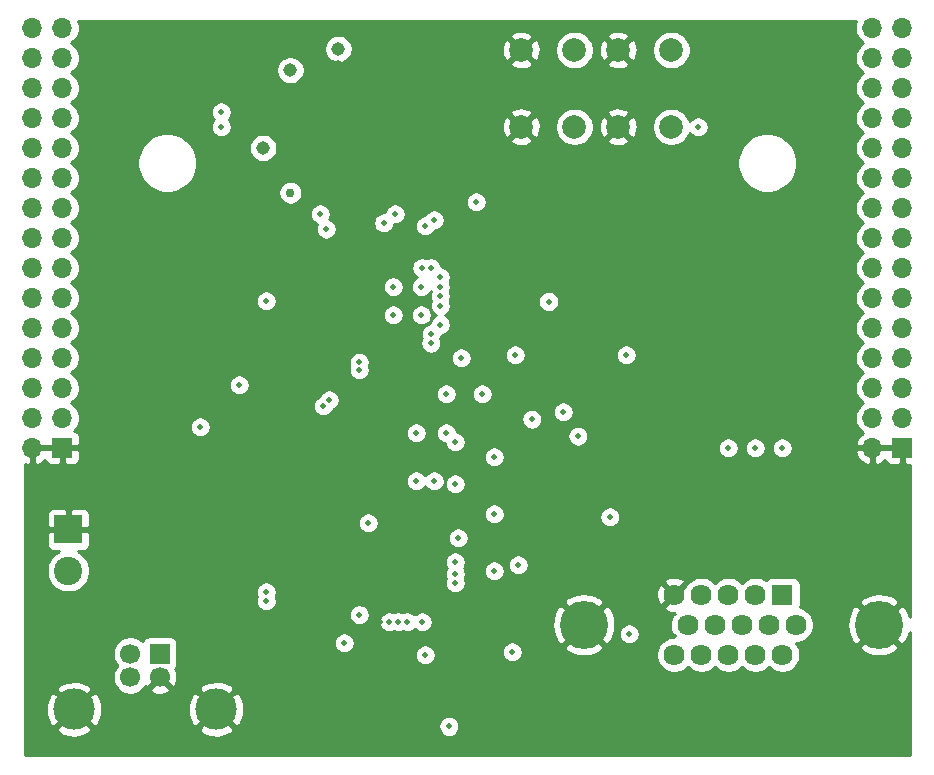
<source format=gbr>
G04 #@! TF.GenerationSoftware,KiCad,Pcbnew,(5.1.9-0-10_14)*
G04 #@! TF.CreationDate,2021-04-14T19:06:18-04:00*
G04 #@! TF.ProjectId,delux pet on a chip,64656c75-7820-4706-9574-206f6e206120,rev?*
G04 #@! TF.SameCoordinates,Original*
G04 #@! TF.FileFunction,Copper,L2,Inr*
G04 #@! TF.FilePolarity,Positive*
%FSLAX46Y46*%
G04 Gerber Fmt 4.6, Leading zero omitted, Abs format (unit mm)*
G04 Created by KiCad (PCBNEW (5.1.9-0-10_14)) date 2021-04-14 19:06:18*
%MOMM*%
%LPD*%
G01*
G04 APERTURE LIST*
G04 #@! TA.AperFunction,ComponentPad*
%ADD10R,1.700000X1.700000*%
G04 #@! TD*
G04 #@! TA.AperFunction,ComponentPad*
%ADD11O,1.700000X1.700000*%
G04 #@! TD*
G04 #@! TA.AperFunction,ComponentPad*
%ADD12C,3.500000*%
G04 #@! TD*
G04 #@! TA.AperFunction,ComponentPad*
%ADD13C,1.700000*%
G04 #@! TD*
G04 #@! TA.AperFunction,ComponentPad*
%ADD14C,2.000000*%
G04 #@! TD*
G04 #@! TA.AperFunction,ComponentPad*
%ADD15R,2.400000X2.400000*%
G04 #@! TD*
G04 #@! TA.AperFunction,ComponentPad*
%ADD16C,2.400000*%
G04 #@! TD*
G04 #@! TA.AperFunction,ComponentPad*
%ADD17C,4.065999*%
G04 #@! TD*
G04 #@! TA.AperFunction,ComponentPad*
%ADD18C,1.785000*%
G04 #@! TD*
G04 #@! TA.AperFunction,ComponentPad*
%ADD19R,1.785000X1.785000*%
G04 #@! TD*
G04 #@! TA.AperFunction,ViaPad*
%ADD20C,0.508000*%
G04 #@! TD*
G04 #@! TA.AperFunction,ViaPad*
%ADD21C,1.143000*%
G04 #@! TD*
G04 #@! TA.AperFunction,ViaPad*
%ADD22C,0.762000*%
G04 #@! TD*
G04 #@! TA.AperFunction,Conductor*
%ADD23C,0.254000*%
G04 #@! TD*
G04 #@! TA.AperFunction,Conductor*
%ADD24C,0.100000*%
G04 #@! TD*
G04 APERTURE END LIST*
D10*
X151130000Y-125730000D03*
D11*
X148590000Y-125730000D03*
X151130000Y-123190000D03*
X148590000Y-123190000D03*
X151130000Y-120650000D03*
X148590000Y-120650000D03*
X151130000Y-118110000D03*
X148590000Y-118110000D03*
X151130000Y-115570000D03*
X148590000Y-115570000D03*
X151130000Y-113030000D03*
X148590000Y-113030000D03*
X151130000Y-110490000D03*
X148590000Y-110490000D03*
X151130000Y-107950000D03*
X148590000Y-107950000D03*
X151130000Y-105410000D03*
X148590000Y-105410000D03*
X151130000Y-102870000D03*
X148590000Y-102870000D03*
X151130000Y-100330000D03*
X148590000Y-100330000D03*
X151130000Y-97790000D03*
X148590000Y-97790000D03*
X151130000Y-95250000D03*
X148590000Y-95250000D03*
X151130000Y-92710000D03*
X148590000Y-92710000D03*
X151130000Y-90170000D03*
X148590000Y-90170000D03*
X77470000Y-90170000D03*
X80010000Y-90170000D03*
X77470000Y-92710000D03*
X80010000Y-92710000D03*
X77470000Y-95250000D03*
X80010000Y-95250000D03*
X77470000Y-97790000D03*
X80010000Y-97790000D03*
X77470000Y-100330000D03*
X80010000Y-100330000D03*
X77470000Y-102870000D03*
X80010000Y-102870000D03*
X77470000Y-105410000D03*
X80010000Y-105410000D03*
X77470000Y-107950000D03*
X80010000Y-107950000D03*
X77470000Y-110490000D03*
X80010000Y-110490000D03*
X77470000Y-113030000D03*
X80010000Y-113030000D03*
X77470000Y-115570000D03*
X80010000Y-115570000D03*
X77470000Y-118110000D03*
X80010000Y-118110000D03*
X77470000Y-120650000D03*
X80010000Y-120650000D03*
X77470000Y-123190000D03*
X80010000Y-123190000D03*
X77470000Y-125730000D03*
D10*
X80010000Y-125730000D03*
D12*
X80995000Y-147864400D03*
X93035000Y-147864400D03*
D13*
X88265000Y-145154400D03*
X85765000Y-145154400D03*
X85765000Y-143154400D03*
D10*
X88265000Y-143154400D03*
D14*
X123372000Y-98552000D03*
X118872000Y-98552000D03*
X123372000Y-92052000D03*
X118872000Y-92052000D03*
D15*
X80518000Y-132644000D03*
D16*
X80518000Y-136144000D03*
D17*
X149147000Y-140716000D03*
X124157000Y-140716000D03*
D18*
X131822000Y-143256000D03*
X134112000Y-143256000D03*
X136402000Y-143256000D03*
X138692000Y-143256000D03*
X140982000Y-143256000D03*
X132967000Y-140716000D03*
X135257000Y-140716000D03*
X137547000Y-140716000D03*
X139837000Y-140716000D03*
X142127000Y-140716000D03*
X131822000Y-138176000D03*
X134112000Y-138176000D03*
X136402000Y-138176000D03*
X138692000Y-138176000D03*
D19*
X140982000Y-138176000D03*
D14*
X131572000Y-98552000D03*
X127072000Y-98552000D03*
X131572000Y-92052000D03*
X127072000Y-92052000D03*
D20*
X107442000Y-126492000D03*
X106934000Y-140462000D03*
X117056500Y-146875000D03*
X106820000Y-133394000D03*
X116586000Y-137414000D03*
X122428000Y-124714000D03*
X108813600Y-113665000D03*
X109626400Y-112877600D03*
X108813600Y-112877600D03*
X109626400Y-113690400D03*
X101285683Y-113223683D03*
X98465192Y-106218559D03*
X94488000Y-133604000D03*
D21*
X97028000Y-90424000D03*
X103378000Y-93472000D03*
D20*
X97028000Y-146050000D03*
X117154317Y-112969683D03*
X108330000Y-121540000D03*
X111506000Y-128524000D03*
X105918000Y-132080000D03*
X109220000Y-140462000D03*
X105156000Y-139851914D03*
X112742000Y-149318000D03*
X118618000Y-135636000D03*
X123672500Y-124739500D03*
X113284000Y-135382000D03*
X118110000Y-143002000D03*
X113792000Y-118110000D03*
D22*
X99314000Y-104140000D03*
D20*
X91694000Y-123952000D03*
X108026848Y-114477152D03*
X108026848Y-112090848D03*
X110413152Y-112090848D03*
X110413152Y-114477152D03*
X97282000Y-113284000D03*
D21*
X99314000Y-93759000D03*
X103378000Y-91948000D03*
D20*
X115062000Y-104902000D03*
X121182212Y-113342327D03*
X112020001Y-111297817D03*
X108204000Y-105918000D03*
X94996000Y-120396000D03*
X107213400Y-106680000D03*
X113284000Y-137160000D03*
X113284000Y-136398000D03*
X116586000Y-136144000D03*
X116586000Y-131318000D03*
X110490000Y-140462000D03*
X103886000Y-142240000D03*
X113538000Y-133350000D03*
X113284000Y-128778000D03*
X113284000Y-125222000D03*
X122428000Y-122682000D03*
X112522000Y-124460000D03*
X112522000Y-121158000D03*
X115570000Y-121158000D03*
X111206184Y-116884000D03*
X109982000Y-128524000D03*
X109982000Y-124460000D03*
X97282000Y-137922000D03*
X108458000Y-140462000D03*
X97282000Y-138684000D03*
X107696000Y-140462000D03*
X116586000Y-126492000D03*
X119761010Y-123316990D03*
X105156000Y-119126000D03*
X102616000Y-121666000D03*
X102108000Y-122174000D03*
X105156000Y-118490987D03*
X111233817Y-116084000D03*
X112020000Y-115297817D03*
X112020000Y-112097816D03*
X140970000Y-125730000D03*
X112020001Y-112897817D03*
X138684000Y-125730000D03*
X112020001Y-113697816D03*
X136398000Y-125730000D03*
D21*
X97014000Y-100330000D03*
D20*
X93472000Y-98552000D03*
X101853999Y-105917999D03*
X102363310Y-107213510D03*
X93472000Y-97282000D03*
X110433816Y-110484000D03*
X110744000Y-106934000D03*
X111233816Y-110483999D03*
X111506000Y-106426000D03*
X118364000Y-117856000D03*
X127762000Y-117856000D03*
X133858000Y-98552000D03*
X128016000Y-141478000D03*
X110744000Y-143256000D03*
X126365000Y-131572000D03*
D23*
X147162068Y-89736842D02*
X147105000Y-90023740D01*
X147105000Y-90316260D01*
X147162068Y-90603158D01*
X147274010Y-90873411D01*
X147436525Y-91116632D01*
X147643368Y-91323475D01*
X147817760Y-91440000D01*
X147643368Y-91556525D01*
X147436525Y-91763368D01*
X147274010Y-92006589D01*
X147162068Y-92276842D01*
X147105000Y-92563740D01*
X147105000Y-92856260D01*
X147162068Y-93143158D01*
X147274010Y-93413411D01*
X147436525Y-93656632D01*
X147643368Y-93863475D01*
X147817760Y-93980000D01*
X147643368Y-94096525D01*
X147436525Y-94303368D01*
X147274010Y-94546589D01*
X147162068Y-94816842D01*
X147105000Y-95103740D01*
X147105000Y-95396260D01*
X147162068Y-95683158D01*
X147274010Y-95953411D01*
X147436525Y-96196632D01*
X147643368Y-96403475D01*
X147817760Y-96520000D01*
X147643368Y-96636525D01*
X147436525Y-96843368D01*
X147274010Y-97086589D01*
X147162068Y-97356842D01*
X147105000Y-97643740D01*
X147105000Y-97936260D01*
X147162068Y-98223158D01*
X147274010Y-98493411D01*
X147436525Y-98736632D01*
X147643368Y-98943475D01*
X147817760Y-99060000D01*
X147643368Y-99176525D01*
X147436525Y-99383368D01*
X147274010Y-99626589D01*
X147162068Y-99896842D01*
X147105000Y-100183740D01*
X147105000Y-100476260D01*
X147162068Y-100763158D01*
X147274010Y-101033411D01*
X147436525Y-101276632D01*
X147643368Y-101483475D01*
X147817760Y-101600000D01*
X147643368Y-101716525D01*
X147436525Y-101923368D01*
X147274010Y-102166589D01*
X147162068Y-102436842D01*
X147105000Y-102723740D01*
X147105000Y-103016260D01*
X147162068Y-103303158D01*
X147274010Y-103573411D01*
X147436525Y-103816632D01*
X147643368Y-104023475D01*
X147817760Y-104140000D01*
X147643368Y-104256525D01*
X147436525Y-104463368D01*
X147274010Y-104706589D01*
X147162068Y-104976842D01*
X147105000Y-105263740D01*
X147105000Y-105556260D01*
X147162068Y-105843158D01*
X147274010Y-106113411D01*
X147436525Y-106356632D01*
X147643368Y-106563475D01*
X147817760Y-106680000D01*
X147643368Y-106796525D01*
X147436525Y-107003368D01*
X147274010Y-107246589D01*
X147162068Y-107516842D01*
X147105000Y-107803740D01*
X147105000Y-108096260D01*
X147162068Y-108383158D01*
X147274010Y-108653411D01*
X147436525Y-108896632D01*
X147643368Y-109103475D01*
X147817760Y-109220000D01*
X147643368Y-109336525D01*
X147436525Y-109543368D01*
X147274010Y-109786589D01*
X147162068Y-110056842D01*
X147105000Y-110343740D01*
X147105000Y-110636260D01*
X147162068Y-110923158D01*
X147274010Y-111193411D01*
X147436525Y-111436632D01*
X147643368Y-111643475D01*
X147817760Y-111760000D01*
X147643368Y-111876525D01*
X147436525Y-112083368D01*
X147274010Y-112326589D01*
X147162068Y-112596842D01*
X147105000Y-112883740D01*
X147105000Y-113176260D01*
X147162068Y-113463158D01*
X147274010Y-113733411D01*
X147436525Y-113976632D01*
X147643368Y-114183475D01*
X147817760Y-114300000D01*
X147643368Y-114416525D01*
X147436525Y-114623368D01*
X147274010Y-114866589D01*
X147162068Y-115136842D01*
X147105000Y-115423740D01*
X147105000Y-115716260D01*
X147162068Y-116003158D01*
X147274010Y-116273411D01*
X147436525Y-116516632D01*
X147643368Y-116723475D01*
X147817760Y-116840000D01*
X147643368Y-116956525D01*
X147436525Y-117163368D01*
X147274010Y-117406589D01*
X147162068Y-117676842D01*
X147105000Y-117963740D01*
X147105000Y-118256260D01*
X147162068Y-118543158D01*
X147274010Y-118813411D01*
X147436525Y-119056632D01*
X147643368Y-119263475D01*
X147817760Y-119380000D01*
X147643368Y-119496525D01*
X147436525Y-119703368D01*
X147274010Y-119946589D01*
X147162068Y-120216842D01*
X147105000Y-120503740D01*
X147105000Y-120796260D01*
X147162068Y-121083158D01*
X147274010Y-121353411D01*
X147436525Y-121596632D01*
X147643368Y-121803475D01*
X147817760Y-121920000D01*
X147643368Y-122036525D01*
X147436525Y-122243368D01*
X147274010Y-122486589D01*
X147162068Y-122756842D01*
X147105000Y-123043740D01*
X147105000Y-123336260D01*
X147162068Y-123623158D01*
X147274010Y-123893411D01*
X147436525Y-124136632D01*
X147643368Y-124343475D01*
X147825534Y-124465195D01*
X147708645Y-124534822D01*
X147492412Y-124729731D01*
X147318359Y-124963080D01*
X147193175Y-125225901D01*
X147148524Y-125373110D01*
X147269845Y-125603000D01*
X148463000Y-125603000D01*
X148463000Y-125583000D01*
X148717000Y-125583000D01*
X148717000Y-125603000D01*
X151003000Y-125603000D01*
X151003000Y-125583000D01*
X151257000Y-125583000D01*
X151257000Y-125603000D01*
X151277000Y-125603000D01*
X151277000Y-125857000D01*
X151257000Y-125857000D01*
X151257000Y-127056250D01*
X151415750Y-127215000D01*
X151740000Y-127216765D01*
X151740000Y-140068969D01*
X151615423Y-139669983D01*
X151388113Y-139244717D01*
X151017976Y-139024630D01*
X149326605Y-140716000D01*
X151017976Y-142407370D01*
X151388113Y-142187283D01*
X151632084Y-141721794D01*
X151740000Y-141355355D01*
X151740000Y-151740000D01*
X76860000Y-151740000D01*
X76860000Y-149534009D01*
X79504997Y-149534009D01*
X79691073Y-149875166D01*
X80108409Y-150090913D01*
X80559815Y-150221096D01*
X81027946Y-150260713D01*
X81494811Y-150208242D01*
X81942468Y-150065697D01*
X82298927Y-149875166D01*
X82485003Y-149534009D01*
X91544997Y-149534009D01*
X91731073Y-149875166D01*
X92148409Y-150090913D01*
X92599815Y-150221096D01*
X93067946Y-150260713D01*
X93534811Y-150208242D01*
X93982468Y-150065697D01*
X94338927Y-149875166D01*
X94525003Y-149534009D01*
X93035000Y-148044005D01*
X91544997Y-149534009D01*
X82485003Y-149534009D01*
X80995000Y-148044005D01*
X79504997Y-149534009D01*
X76860000Y-149534009D01*
X76860000Y-147897346D01*
X78598687Y-147897346D01*
X78651158Y-148364211D01*
X78793703Y-148811868D01*
X78984234Y-149168327D01*
X79325391Y-149354403D01*
X80815395Y-147864400D01*
X81174605Y-147864400D01*
X82664609Y-149354403D01*
X83005766Y-149168327D01*
X83221513Y-148750991D01*
X83351696Y-148299585D01*
X83385736Y-147897346D01*
X90638687Y-147897346D01*
X90691158Y-148364211D01*
X90833703Y-148811868D01*
X91024234Y-149168327D01*
X91365391Y-149354403D01*
X92855395Y-147864400D01*
X93214605Y-147864400D01*
X94704609Y-149354403D01*
X94931884Y-149230441D01*
X111853000Y-149230441D01*
X111853000Y-149405559D01*
X111887164Y-149577312D01*
X111954179Y-149739099D01*
X112051469Y-149884704D01*
X112175296Y-150008531D01*
X112320901Y-150105821D01*
X112482688Y-150172836D01*
X112654441Y-150207000D01*
X112829559Y-150207000D01*
X113001312Y-150172836D01*
X113163099Y-150105821D01*
X113308704Y-150008531D01*
X113432531Y-149884704D01*
X113529821Y-149739099D01*
X113596836Y-149577312D01*
X113631000Y-149405559D01*
X113631000Y-149230441D01*
X113596836Y-149058688D01*
X113529821Y-148896901D01*
X113432531Y-148751296D01*
X113308704Y-148627469D01*
X113163099Y-148530179D01*
X113001312Y-148463164D01*
X112829559Y-148429000D01*
X112654441Y-148429000D01*
X112482688Y-148463164D01*
X112320901Y-148530179D01*
X112175296Y-148627469D01*
X112051469Y-148751296D01*
X111954179Y-148896901D01*
X111887164Y-149058688D01*
X111853000Y-149230441D01*
X94931884Y-149230441D01*
X95045766Y-149168327D01*
X95261513Y-148750991D01*
X95391696Y-148299585D01*
X95431313Y-147831454D01*
X95378842Y-147364589D01*
X95236297Y-146916932D01*
X95045766Y-146560473D01*
X94704609Y-146374397D01*
X93214605Y-147864400D01*
X92855395Y-147864400D01*
X91365391Y-146374397D01*
X91024234Y-146560473D01*
X90808487Y-146977809D01*
X90678304Y-147429215D01*
X90638687Y-147897346D01*
X83385736Y-147897346D01*
X83391313Y-147831454D01*
X83338842Y-147364589D01*
X83196297Y-146916932D01*
X83005766Y-146560473D01*
X82664609Y-146374397D01*
X81174605Y-147864400D01*
X80815395Y-147864400D01*
X79325391Y-146374397D01*
X78984234Y-146560473D01*
X78768487Y-146977809D01*
X78638304Y-147429215D01*
X78598687Y-147897346D01*
X76860000Y-147897346D01*
X76860000Y-146194791D01*
X79504997Y-146194791D01*
X80995000Y-147684795D01*
X82485003Y-146194791D01*
X82298927Y-145853634D01*
X81881591Y-145637887D01*
X81430185Y-145507704D01*
X80962054Y-145468087D01*
X80495189Y-145520558D01*
X80047532Y-145663103D01*
X79691073Y-145853634D01*
X79504997Y-146194791D01*
X76860000Y-146194791D01*
X76860000Y-143008140D01*
X84280000Y-143008140D01*
X84280000Y-143300660D01*
X84337068Y-143587558D01*
X84449010Y-143857811D01*
X84611525Y-144101032D01*
X84664893Y-144154400D01*
X84611525Y-144207768D01*
X84449010Y-144450989D01*
X84337068Y-144721242D01*
X84280000Y-145008140D01*
X84280000Y-145300660D01*
X84337068Y-145587558D01*
X84449010Y-145857811D01*
X84611525Y-146101032D01*
X84818368Y-146307875D01*
X85061589Y-146470390D01*
X85331842Y-146582332D01*
X85618740Y-146639400D01*
X85911260Y-146639400D01*
X86198158Y-146582332D01*
X86468411Y-146470390D01*
X86711632Y-146307875D01*
X86836710Y-146182797D01*
X87416208Y-146182797D01*
X87493843Y-146431872D01*
X87757883Y-146557771D01*
X88041411Y-146629739D01*
X88333531Y-146645011D01*
X88623019Y-146602999D01*
X88898747Y-146505319D01*
X89036157Y-146431872D01*
X89110053Y-146194791D01*
X91544997Y-146194791D01*
X93035000Y-147684795D01*
X94525003Y-146194791D01*
X94338927Y-145853634D01*
X93921591Y-145637887D01*
X93470185Y-145507704D01*
X93002054Y-145468087D01*
X92535189Y-145520558D01*
X92087532Y-145663103D01*
X91731073Y-145853634D01*
X91544997Y-146194791D01*
X89110053Y-146194791D01*
X89113792Y-146182797D01*
X88265000Y-145334005D01*
X87416208Y-146182797D01*
X86836710Y-146182797D01*
X86918475Y-146101032D01*
X87027416Y-145937990D01*
X87236603Y-146003192D01*
X88085395Y-145154400D01*
X88071253Y-145140258D01*
X88250858Y-144960653D01*
X88265000Y-144974795D01*
X88279143Y-144960653D01*
X88458748Y-145140258D01*
X88444605Y-145154400D01*
X89293397Y-146003192D01*
X89542472Y-145925557D01*
X89668371Y-145661517D01*
X89740339Y-145377989D01*
X89755611Y-145085869D01*
X89713599Y-144796381D01*
X89615919Y-144520653D01*
X89575241Y-144444550D01*
X89645537Y-144358894D01*
X89704502Y-144248580D01*
X89740812Y-144128882D01*
X89753072Y-144004400D01*
X89753072Y-143168441D01*
X109855000Y-143168441D01*
X109855000Y-143343559D01*
X109889164Y-143515312D01*
X109956179Y-143677099D01*
X110053469Y-143822704D01*
X110177296Y-143946531D01*
X110322901Y-144043821D01*
X110484688Y-144110836D01*
X110656441Y-144145000D01*
X110831559Y-144145000D01*
X111003312Y-144110836D01*
X111165099Y-144043821D01*
X111310704Y-143946531D01*
X111434531Y-143822704D01*
X111531821Y-143677099D01*
X111598836Y-143515312D01*
X111633000Y-143343559D01*
X111633000Y-143168441D01*
X111598836Y-142996688D01*
X111564768Y-142914441D01*
X117221000Y-142914441D01*
X117221000Y-143089559D01*
X117255164Y-143261312D01*
X117322179Y-143423099D01*
X117419469Y-143568704D01*
X117543296Y-143692531D01*
X117688901Y-143789821D01*
X117850688Y-143856836D01*
X118022441Y-143891000D01*
X118197559Y-143891000D01*
X118369312Y-143856836D01*
X118531099Y-143789821D01*
X118676704Y-143692531D01*
X118800531Y-143568704D01*
X118897821Y-143423099D01*
X118964836Y-143261312D01*
X118999000Y-143089559D01*
X118999000Y-142914441D01*
X118964836Y-142742688D01*
X118900338Y-142586976D01*
X122465630Y-142586976D01*
X122685717Y-142957113D01*
X123151206Y-143201084D01*
X123655349Y-143349554D01*
X124178769Y-143396819D01*
X124701352Y-143341060D01*
X125203017Y-143184423D01*
X125350570Y-143105554D01*
X130294500Y-143105554D01*
X130294500Y-143406446D01*
X130353201Y-143701555D01*
X130468347Y-143979543D01*
X130635513Y-144229725D01*
X130848275Y-144442487D01*
X131098457Y-144609653D01*
X131376445Y-144724799D01*
X131671554Y-144783500D01*
X131972446Y-144783500D01*
X132267555Y-144724799D01*
X132545543Y-144609653D01*
X132795725Y-144442487D01*
X132967000Y-144271212D01*
X133138275Y-144442487D01*
X133388457Y-144609653D01*
X133666445Y-144724799D01*
X133961554Y-144783500D01*
X134262446Y-144783500D01*
X134557555Y-144724799D01*
X134835543Y-144609653D01*
X135085725Y-144442487D01*
X135257000Y-144271212D01*
X135428275Y-144442487D01*
X135678457Y-144609653D01*
X135956445Y-144724799D01*
X136251554Y-144783500D01*
X136552446Y-144783500D01*
X136847555Y-144724799D01*
X137125543Y-144609653D01*
X137375725Y-144442487D01*
X137547000Y-144271212D01*
X137718275Y-144442487D01*
X137968457Y-144609653D01*
X138246445Y-144724799D01*
X138541554Y-144783500D01*
X138842446Y-144783500D01*
X139137555Y-144724799D01*
X139415543Y-144609653D01*
X139665725Y-144442487D01*
X139837000Y-144271212D01*
X140008275Y-144442487D01*
X140258457Y-144609653D01*
X140536445Y-144724799D01*
X140831554Y-144783500D01*
X141132446Y-144783500D01*
X141427555Y-144724799D01*
X141705543Y-144609653D01*
X141955725Y-144442487D01*
X142168487Y-144229725D01*
X142335653Y-143979543D01*
X142450799Y-143701555D01*
X142509500Y-143406446D01*
X142509500Y-143105554D01*
X142450799Y-142810445D01*
X142358236Y-142586976D01*
X147455630Y-142586976D01*
X147675717Y-142957113D01*
X148141206Y-143201084D01*
X148645349Y-143349554D01*
X149168769Y-143396819D01*
X149691352Y-143341060D01*
X150193017Y-143184423D01*
X150618283Y-142957113D01*
X150838370Y-142586976D01*
X149147000Y-140895605D01*
X147455630Y-142586976D01*
X142358236Y-142586976D01*
X142335653Y-142532457D01*
X142168487Y-142282275D01*
X142129712Y-142243500D01*
X142277446Y-142243500D01*
X142572555Y-142184799D01*
X142850543Y-142069653D01*
X143100725Y-141902487D01*
X143313487Y-141689725D01*
X143480653Y-141439543D01*
X143595799Y-141161555D01*
X143654500Y-140866446D01*
X143654500Y-140737769D01*
X146466181Y-140737769D01*
X146521940Y-141260352D01*
X146678577Y-141762017D01*
X146905887Y-142187283D01*
X147276024Y-142407370D01*
X148967395Y-140716000D01*
X147276024Y-139024630D01*
X146905887Y-139244717D01*
X146661916Y-139710206D01*
X146513446Y-140214349D01*
X146466181Y-140737769D01*
X143654500Y-140737769D01*
X143654500Y-140565554D01*
X143595799Y-140270445D01*
X143480653Y-139992457D01*
X143313487Y-139742275D01*
X143100725Y-139529513D01*
X142850543Y-139362347D01*
X142572555Y-139247201D01*
X142488912Y-139230563D01*
X142500312Y-139192982D01*
X142512572Y-139068500D01*
X142512572Y-138845024D01*
X147455630Y-138845024D01*
X149147000Y-140536395D01*
X150838370Y-138845024D01*
X150618283Y-138474887D01*
X150152794Y-138230916D01*
X149648651Y-138082446D01*
X149125231Y-138035181D01*
X148602648Y-138090940D01*
X148100983Y-138247577D01*
X147675717Y-138474887D01*
X147455630Y-138845024D01*
X142512572Y-138845024D01*
X142512572Y-137283500D01*
X142500312Y-137159018D01*
X142464002Y-137039320D01*
X142405037Y-136929006D01*
X142325685Y-136832315D01*
X142228994Y-136752963D01*
X142118680Y-136693998D01*
X141998982Y-136657688D01*
X141874500Y-136645428D01*
X140089500Y-136645428D01*
X139965018Y-136657688D01*
X139845320Y-136693998D01*
X139735006Y-136752963D01*
X139638315Y-136832315D01*
X139564703Y-136922012D01*
X139415543Y-136822347D01*
X139137555Y-136707201D01*
X138842446Y-136648500D01*
X138541554Y-136648500D01*
X138246445Y-136707201D01*
X137968457Y-136822347D01*
X137718275Y-136989513D01*
X137547000Y-137160788D01*
X137375725Y-136989513D01*
X137125543Y-136822347D01*
X136847555Y-136707201D01*
X136552446Y-136648500D01*
X136251554Y-136648500D01*
X135956445Y-136707201D01*
X135678457Y-136822347D01*
X135428275Y-136989513D01*
X135257000Y-137160788D01*
X135085725Y-136989513D01*
X134835543Y-136822347D01*
X134557555Y-136707201D01*
X134262446Y-136648500D01*
X133961554Y-136648500D01*
X133666445Y-136707201D01*
X133388457Y-136822347D01*
X133138275Y-136989513D01*
X132925513Y-137202275D01*
X132825198Y-137352407D01*
X132001605Y-138176000D01*
X132015748Y-138190143D01*
X131836143Y-138369748D01*
X131822000Y-138355605D01*
X130942877Y-139234728D01*
X131025652Y-139488144D01*
X131296941Y-139618291D01*
X131588407Y-139693012D01*
X131808181Y-139705025D01*
X131792299Y-139720907D01*
X131908270Y-139836878D01*
X131654856Y-139919652D01*
X131524709Y-140190941D01*
X131449988Y-140482407D01*
X131433565Y-140782849D01*
X131476071Y-141080723D01*
X131575873Y-141364580D01*
X131654856Y-141512348D01*
X131908270Y-141595122D01*
X131792299Y-141711093D01*
X131809706Y-141728500D01*
X131671554Y-141728500D01*
X131376445Y-141787201D01*
X131098457Y-141902347D01*
X130848275Y-142069513D01*
X130635513Y-142282275D01*
X130468347Y-142532457D01*
X130353201Y-142810445D01*
X130294500Y-143105554D01*
X125350570Y-143105554D01*
X125628283Y-142957113D01*
X125848370Y-142586976D01*
X124157000Y-140895605D01*
X122465630Y-142586976D01*
X118900338Y-142586976D01*
X118897821Y-142580901D01*
X118800531Y-142435296D01*
X118676704Y-142311469D01*
X118531099Y-142214179D01*
X118369312Y-142147164D01*
X118197559Y-142113000D01*
X118022441Y-142113000D01*
X117850688Y-142147164D01*
X117688901Y-142214179D01*
X117543296Y-142311469D01*
X117419469Y-142435296D01*
X117322179Y-142580901D01*
X117255164Y-142742688D01*
X117221000Y-142914441D01*
X111564768Y-142914441D01*
X111531821Y-142834901D01*
X111434531Y-142689296D01*
X111310704Y-142565469D01*
X111165099Y-142468179D01*
X111003312Y-142401164D01*
X110831559Y-142367000D01*
X110656441Y-142367000D01*
X110484688Y-142401164D01*
X110322901Y-142468179D01*
X110177296Y-142565469D01*
X110053469Y-142689296D01*
X109956179Y-142834901D01*
X109889164Y-142996688D01*
X109855000Y-143168441D01*
X89753072Y-143168441D01*
X89753072Y-142304400D01*
X89740812Y-142179918D01*
X89732477Y-142152441D01*
X102997000Y-142152441D01*
X102997000Y-142327559D01*
X103031164Y-142499312D01*
X103098179Y-142661099D01*
X103195469Y-142806704D01*
X103319296Y-142930531D01*
X103464901Y-143027821D01*
X103626688Y-143094836D01*
X103798441Y-143129000D01*
X103973559Y-143129000D01*
X104145312Y-143094836D01*
X104307099Y-143027821D01*
X104452704Y-142930531D01*
X104576531Y-142806704D01*
X104673821Y-142661099D01*
X104740836Y-142499312D01*
X104775000Y-142327559D01*
X104775000Y-142152441D01*
X104740836Y-141980688D01*
X104673821Y-141818901D01*
X104576531Y-141673296D01*
X104452704Y-141549469D01*
X104307099Y-141452179D01*
X104145312Y-141385164D01*
X103973559Y-141351000D01*
X103798441Y-141351000D01*
X103626688Y-141385164D01*
X103464901Y-141452179D01*
X103319296Y-141549469D01*
X103195469Y-141673296D01*
X103098179Y-141818901D01*
X103031164Y-141980688D01*
X102997000Y-142152441D01*
X89732477Y-142152441D01*
X89704502Y-142060220D01*
X89645537Y-141949906D01*
X89566185Y-141853215D01*
X89469494Y-141773863D01*
X89359180Y-141714898D01*
X89239482Y-141678588D01*
X89115000Y-141666328D01*
X87415000Y-141666328D01*
X87290518Y-141678588D01*
X87170820Y-141714898D01*
X87060506Y-141773863D01*
X86963815Y-141853215D01*
X86884463Y-141949906D01*
X86825498Y-142060220D01*
X86812797Y-142102090D01*
X86711632Y-142000925D01*
X86468411Y-141838410D01*
X86198158Y-141726468D01*
X85911260Y-141669400D01*
X85618740Y-141669400D01*
X85331842Y-141726468D01*
X85061589Y-141838410D01*
X84818368Y-142000925D01*
X84611525Y-142207768D01*
X84449010Y-142450989D01*
X84337068Y-142721242D01*
X84280000Y-143008140D01*
X76860000Y-143008140D01*
X76860000Y-139764355D01*
X104267000Y-139764355D01*
X104267000Y-139939473D01*
X104301164Y-140111226D01*
X104368179Y-140273013D01*
X104465469Y-140418618D01*
X104589296Y-140542445D01*
X104734901Y-140639735D01*
X104896688Y-140706750D01*
X105068441Y-140740914D01*
X105243559Y-140740914D01*
X105415312Y-140706750D01*
X105577099Y-140639735D01*
X105722704Y-140542445D01*
X105846531Y-140418618D01*
X105876049Y-140374441D01*
X106807000Y-140374441D01*
X106807000Y-140549559D01*
X106841164Y-140721312D01*
X106908179Y-140883099D01*
X107005469Y-141028704D01*
X107129296Y-141152531D01*
X107274901Y-141249821D01*
X107436688Y-141316836D01*
X107608441Y-141351000D01*
X107783559Y-141351000D01*
X107955312Y-141316836D01*
X108077000Y-141266431D01*
X108198688Y-141316836D01*
X108370441Y-141351000D01*
X108545559Y-141351000D01*
X108717312Y-141316836D01*
X108839000Y-141266431D01*
X108960688Y-141316836D01*
X109132441Y-141351000D01*
X109307559Y-141351000D01*
X109479312Y-141316836D01*
X109641099Y-141249821D01*
X109786704Y-141152531D01*
X109855000Y-141084235D01*
X109923296Y-141152531D01*
X110068901Y-141249821D01*
X110230688Y-141316836D01*
X110402441Y-141351000D01*
X110577559Y-141351000D01*
X110749312Y-141316836D01*
X110911099Y-141249821D01*
X111056704Y-141152531D01*
X111180531Y-141028704D01*
X111277821Y-140883099D01*
X111338019Y-140737769D01*
X121476181Y-140737769D01*
X121531940Y-141260352D01*
X121688577Y-141762017D01*
X121915887Y-142187283D01*
X122286024Y-142407370D01*
X123977395Y-140716000D01*
X124336605Y-140716000D01*
X126027976Y-142407370D01*
X126398113Y-142187283D01*
X126642084Y-141721794D01*
X126739667Y-141390441D01*
X127127000Y-141390441D01*
X127127000Y-141565559D01*
X127161164Y-141737312D01*
X127228179Y-141899099D01*
X127325469Y-142044704D01*
X127449296Y-142168531D01*
X127594901Y-142265821D01*
X127756688Y-142332836D01*
X127928441Y-142367000D01*
X128103559Y-142367000D01*
X128275312Y-142332836D01*
X128437099Y-142265821D01*
X128582704Y-142168531D01*
X128706531Y-142044704D01*
X128803821Y-141899099D01*
X128870836Y-141737312D01*
X128905000Y-141565559D01*
X128905000Y-141390441D01*
X128870836Y-141218688D01*
X128803821Y-141056901D01*
X128706531Y-140911296D01*
X128582704Y-140787469D01*
X128437099Y-140690179D01*
X128275312Y-140623164D01*
X128103559Y-140589000D01*
X127928441Y-140589000D01*
X127756688Y-140623164D01*
X127594901Y-140690179D01*
X127449296Y-140787469D01*
X127325469Y-140911296D01*
X127228179Y-141056901D01*
X127161164Y-141218688D01*
X127127000Y-141390441D01*
X126739667Y-141390441D01*
X126790554Y-141217651D01*
X126837819Y-140694231D01*
X126782060Y-140171648D01*
X126625423Y-139669983D01*
X126398113Y-139244717D01*
X126027976Y-139024630D01*
X124336605Y-140716000D01*
X123977395Y-140716000D01*
X122286024Y-139024630D01*
X121915887Y-139244717D01*
X121671916Y-139710206D01*
X121523446Y-140214349D01*
X121476181Y-140737769D01*
X111338019Y-140737769D01*
X111344836Y-140721312D01*
X111379000Y-140549559D01*
X111379000Y-140374441D01*
X111344836Y-140202688D01*
X111277821Y-140040901D01*
X111180531Y-139895296D01*
X111056704Y-139771469D01*
X110911099Y-139674179D01*
X110749312Y-139607164D01*
X110577559Y-139573000D01*
X110402441Y-139573000D01*
X110230688Y-139607164D01*
X110068901Y-139674179D01*
X109923296Y-139771469D01*
X109855000Y-139839765D01*
X109786704Y-139771469D01*
X109641099Y-139674179D01*
X109479312Y-139607164D01*
X109307559Y-139573000D01*
X109132441Y-139573000D01*
X108960688Y-139607164D01*
X108839000Y-139657569D01*
X108717312Y-139607164D01*
X108545559Y-139573000D01*
X108370441Y-139573000D01*
X108198688Y-139607164D01*
X108077000Y-139657569D01*
X107955312Y-139607164D01*
X107783559Y-139573000D01*
X107608441Y-139573000D01*
X107436688Y-139607164D01*
X107274901Y-139674179D01*
X107129296Y-139771469D01*
X107005469Y-139895296D01*
X106908179Y-140040901D01*
X106841164Y-140202688D01*
X106807000Y-140374441D01*
X105876049Y-140374441D01*
X105943821Y-140273013D01*
X106010836Y-140111226D01*
X106045000Y-139939473D01*
X106045000Y-139764355D01*
X106010836Y-139592602D01*
X105943821Y-139430815D01*
X105846531Y-139285210D01*
X105722704Y-139161383D01*
X105577099Y-139064093D01*
X105415312Y-138997078D01*
X105243559Y-138962914D01*
X105068441Y-138962914D01*
X104896688Y-138997078D01*
X104734901Y-139064093D01*
X104589296Y-139161383D01*
X104465469Y-139285210D01*
X104368179Y-139430815D01*
X104301164Y-139592602D01*
X104267000Y-139764355D01*
X76860000Y-139764355D01*
X76860000Y-133844000D01*
X78679928Y-133844000D01*
X78692188Y-133968482D01*
X78728498Y-134088180D01*
X78787463Y-134198494D01*
X78866815Y-134295185D01*
X78963506Y-134374537D01*
X79073820Y-134433502D01*
X79193518Y-134469812D01*
X79318000Y-134482072D01*
X79738574Y-134480659D01*
X79648801Y-134517844D01*
X79348256Y-134718662D01*
X79092662Y-134974256D01*
X78891844Y-135274801D01*
X78753518Y-135608750D01*
X78683000Y-135963268D01*
X78683000Y-136324732D01*
X78753518Y-136679250D01*
X78891844Y-137013199D01*
X79092662Y-137313744D01*
X79348256Y-137569338D01*
X79648801Y-137770156D01*
X79982750Y-137908482D01*
X80337268Y-137979000D01*
X80698732Y-137979000D01*
X81053250Y-137908482D01*
X81232001Y-137834441D01*
X96393000Y-137834441D01*
X96393000Y-138009559D01*
X96427164Y-138181312D01*
X96477569Y-138303000D01*
X96427164Y-138424688D01*
X96393000Y-138596441D01*
X96393000Y-138771559D01*
X96427164Y-138943312D01*
X96494179Y-139105099D01*
X96591469Y-139250704D01*
X96715296Y-139374531D01*
X96860901Y-139471821D01*
X97022688Y-139538836D01*
X97194441Y-139573000D01*
X97369559Y-139573000D01*
X97541312Y-139538836D01*
X97703099Y-139471821D01*
X97848704Y-139374531D01*
X97972531Y-139250704D01*
X98069821Y-139105099D01*
X98136836Y-138943312D01*
X98156386Y-138845024D01*
X122465630Y-138845024D01*
X124157000Y-140536395D01*
X125848370Y-138845024D01*
X125628283Y-138474887D01*
X125185562Y-138242849D01*
X130288565Y-138242849D01*
X130331071Y-138540723D01*
X130430873Y-138824580D01*
X130509856Y-138972348D01*
X130763272Y-139055123D01*
X131642395Y-138176000D01*
X130763272Y-137296877D01*
X130509856Y-137379652D01*
X130379709Y-137650941D01*
X130304988Y-137942407D01*
X130288565Y-138242849D01*
X125185562Y-138242849D01*
X125162794Y-138230916D01*
X124658651Y-138082446D01*
X124135231Y-138035181D01*
X123612648Y-138090940D01*
X123110983Y-138247577D01*
X122685717Y-138474887D01*
X122465630Y-138845024D01*
X98156386Y-138845024D01*
X98171000Y-138771559D01*
X98171000Y-138596441D01*
X98136836Y-138424688D01*
X98086431Y-138303000D01*
X98136836Y-138181312D01*
X98171000Y-138009559D01*
X98171000Y-137834441D01*
X98136836Y-137662688D01*
X98069821Y-137500901D01*
X97972531Y-137355296D01*
X97848704Y-137231469D01*
X97703099Y-137134179D01*
X97541312Y-137067164D01*
X97369559Y-137033000D01*
X97194441Y-137033000D01*
X97022688Y-137067164D01*
X96860901Y-137134179D01*
X96715296Y-137231469D01*
X96591469Y-137355296D01*
X96494179Y-137500901D01*
X96427164Y-137662688D01*
X96393000Y-137834441D01*
X81232001Y-137834441D01*
X81387199Y-137770156D01*
X81687744Y-137569338D01*
X81943338Y-137313744D01*
X82144156Y-137013199D01*
X82282482Y-136679250D01*
X82353000Y-136324732D01*
X82353000Y-135963268D01*
X82282482Y-135608750D01*
X82152292Y-135294441D01*
X112395000Y-135294441D01*
X112395000Y-135469559D01*
X112429164Y-135641312D01*
X112496179Y-135803099D01*
X112554244Y-135890000D01*
X112496179Y-135976901D01*
X112429164Y-136138688D01*
X112395000Y-136310441D01*
X112395000Y-136485559D01*
X112429164Y-136657312D01*
X112479569Y-136779000D01*
X112429164Y-136900688D01*
X112395000Y-137072441D01*
X112395000Y-137247559D01*
X112429164Y-137419312D01*
X112496179Y-137581099D01*
X112593469Y-137726704D01*
X112717296Y-137850531D01*
X112862901Y-137947821D01*
X113024688Y-138014836D01*
X113196441Y-138049000D01*
X113371559Y-138049000D01*
X113543312Y-138014836D01*
X113705099Y-137947821D01*
X113850704Y-137850531D01*
X113974531Y-137726704D01*
X114071821Y-137581099D01*
X114138836Y-137419312D01*
X114173000Y-137247559D01*
X114173000Y-137117272D01*
X130942877Y-137117272D01*
X131822000Y-137996395D01*
X132701123Y-137117272D01*
X132618348Y-136863856D01*
X132347059Y-136733709D01*
X132055593Y-136658988D01*
X131755151Y-136642565D01*
X131457277Y-136685071D01*
X131173420Y-136784873D01*
X131025652Y-136863856D01*
X130942877Y-137117272D01*
X114173000Y-137117272D01*
X114173000Y-137072441D01*
X114138836Y-136900688D01*
X114088431Y-136779000D01*
X114138836Y-136657312D01*
X114173000Y-136485559D01*
X114173000Y-136310441D01*
X114138836Y-136138688D01*
X114104768Y-136056441D01*
X115697000Y-136056441D01*
X115697000Y-136231559D01*
X115731164Y-136403312D01*
X115798179Y-136565099D01*
X115895469Y-136710704D01*
X116019296Y-136834531D01*
X116164901Y-136931821D01*
X116326688Y-136998836D01*
X116498441Y-137033000D01*
X116673559Y-137033000D01*
X116845312Y-136998836D01*
X117007099Y-136931821D01*
X117152704Y-136834531D01*
X117276531Y-136710704D01*
X117373821Y-136565099D01*
X117440836Y-136403312D01*
X117475000Y-136231559D01*
X117475000Y-136056441D01*
X117440836Y-135884688D01*
X117373821Y-135722901D01*
X117276531Y-135577296D01*
X117247676Y-135548441D01*
X117729000Y-135548441D01*
X117729000Y-135723559D01*
X117763164Y-135895312D01*
X117830179Y-136057099D01*
X117927469Y-136202704D01*
X118051296Y-136326531D01*
X118196901Y-136423821D01*
X118358688Y-136490836D01*
X118530441Y-136525000D01*
X118705559Y-136525000D01*
X118877312Y-136490836D01*
X119039099Y-136423821D01*
X119184704Y-136326531D01*
X119308531Y-136202704D01*
X119405821Y-136057099D01*
X119472836Y-135895312D01*
X119507000Y-135723559D01*
X119507000Y-135548441D01*
X119472836Y-135376688D01*
X119405821Y-135214901D01*
X119308531Y-135069296D01*
X119184704Y-134945469D01*
X119039099Y-134848179D01*
X118877312Y-134781164D01*
X118705559Y-134747000D01*
X118530441Y-134747000D01*
X118358688Y-134781164D01*
X118196901Y-134848179D01*
X118051296Y-134945469D01*
X117927469Y-135069296D01*
X117830179Y-135214901D01*
X117763164Y-135376688D01*
X117729000Y-135548441D01*
X117247676Y-135548441D01*
X117152704Y-135453469D01*
X117007099Y-135356179D01*
X116845312Y-135289164D01*
X116673559Y-135255000D01*
X116498441Y-135255000D01*
X116326688Y-135289164D01*
X116164901Y-135356179D01*
X116019296Y-135453469D01*
X115895469Y-135577296D01*
X115798179Y-135722901D01*
X115731164Y-135884688D01*
X115697000Y-136056441D01*
X114104768Y-136056441D01*
X114071821Y-135976901D01*
X114013756Y-135890000D01*
X114071821Y-135803099D01*
X114138836Y-135641312D01*
X114173000Y-135469559D01*
X114173000Y-135294441D01*
X114138836Y-135122688D01*
X114071821Y-134960901D01*
X113974531Y-134815296D01*
X113850704Y-134691469D01*
X113705099Y-134594179D01*
X113543312Y-134527164D01*
X113371559Y-134493000D01*
X113196441Y-134493000D01*
X113024688Y-134527164D01*
X112862901Y-134594179D01*
X112717296Y-134691469D01*
X112593469Y-134815296D01*
X112496179Y-134960901D01*
X112429164Y-135122688D01*
X112395000Y-135294441D01*
X82152292Y-135294441D01*
X82144156Y-135274801D01*
X81943338Y-134974256D01*
X81687744Y-134718662D01*
X81387199Y-134517844D01*
X81297426Y-134480659D01*
X81718000Y-134482072D01*
X81842482Y-134469812D01*
X81962180Y-134433502D01*
X82072494Y-134374537D01*
X82169185Y-134295185D01*
X82248537Y-134198494D01*
X82307502Y-134088180D01*
X82343812Y-133968482D01*
X82356072Y-133844000D01*
X82354118Y-133262441D01*
X112649000Y-133262441D01*
X112649000Y-133437559D01*
X112683164Y-133609312D01*
X112750179Y-133771099D01*
X112847469Y-133916704D01*
X112971296Y-134040531D01*
X113116901Y-134137821D01*
X113278688Y-134204836D01*
X113450441Y-134239000D01*
X113625559Y-134239000D01*
X113797312Y-134204836D01*
X113959099Y-134137821D01*
X114104704Y-134040531D01*
X114228531Y-133916704D01*
X114325821Y-133771099D01*
X114392836Y-133609312D01*
X114427000Y-133437559D01*
X114427000Y-133262441D01*
X114392836Y-133090688D01*
X114325821Y-132928901D01*
X114228531Y-132783296D01*
X114104704Y-132659469D01*
X113959099Y-132562179D01*
X113797312Y-132495164D01*
X113625559Y-132461000D01*
X113450441Y-132461000D01*
X113278688Y-132495164D01*
X113116901Y-132562179D01*
X112971296Y-132659469D01*
X112847469Y-132783296D01*
X112750179Y-132928901D01*
X112683164Y-133090688D01*
X112649000Y-133262441D01*
X82354118Y-133262441D01*
X82353000Y-132929750D01*
X82194250Y-132771000D01*
X80645000Y-132771000D01*
X80645000Y-132791000D01*
X80391000Y-132791000D01*
X80391000Y-132771000D01*
X78841750Y-132771000D01*
X78683000Y-132929750D01*
X78679928Y-133844000D01*
X76860000Y-133844000D01*
X76860000Y-131444000D01*
X78679928Y-131444000D01*
X78683000Y-132358250D01*
X78841750Y-132517000D01*
X80391000Y-132517000D01*
X80391000Y-130967750D01*
X80645000Y-130967750D01*
X80645000Y-132517000D01*
X82194250Y-132517000D01*
X82353000Y-132358250D01*
X82354229Y-131992441D01*
X105029000Y-131992441D01*
X105029000Y-132167559D01*
X105063164Y-132339312D01*
X105130179Y-132501099D01*
X105227469Y-132646704D01*
X105351296Y-132770531D01*
X105496901Y-132867821D01*
X105658688Y-132934836D01*
X105830441Y-132969000D01*
X106005559Y-132969000D01*
X106177312Y-132934836D01*
X106339099Y-132867821D01*
X106484704Y-132770531D01*
X106608531Y-132646704D01*
X106705821Y-132501099D01*
X106772836Y-132339312D01*
X106807000Y-132167559D01*
X106807000Y-131992441D01*
X106772836Y-131820688D01*
X106705821Y-131658901D01*
X106608531Y-131513296D01*
X106484704Y-131389469D01*
X106339099Y-131292179D01*
X106190052Y-131230441D01*
X115697000Y-131230441D01*
X115697000Y-131405559D01*
X115731164Y-131577312D01*
X115798179Y-131739099D01*
X115895469Y-131884704D01*
X116019296Y-132008531D01*
X116164901Y-132105821D01*
X116326688Y-132172836D01*
X116498441Y-132207000D01*
X116673559Y-132207000D01*
X116845312Y-132172836D01*
X117007099Y-132105821D01*
X117152704Y-132008531D01*
X117276531Y-131884704D01*
X117373821Y-131739099D01*
X117440836Y-131577312D01*
X117459309Y-131484441D01*
X125476000Y-131484441D01*
X125476000Y-131659559D01*
X125510164Y-131831312D01*
X125577179Y-131993099D01*
X125674469Y-132138704D01*
X125798296Y-132262531D01*
X125943901Y-132359821D01*
X126105688Y-132426836D01*
X126277441Y-132461000D01*
X126452559Y-132461000D01*
X126624312Y-132426836D01*
X126786099Y-132359821D01*
X126931704Y-132262531D01*
X127055531Y-132138704D01*
X127152821Y-131993099D01*
X127219836Y-131831312D01*
X127254000Y-131659559D01*
X127254000Y-131484441D01*
X127219836Y-131312688D01*
X127152821Y-131150901D01*
X127055531Y-131005296D01*
X126931704Y-130881469D01*
X126786099Y-130784179D01*
X126624312Y-130717164D01*
X126452559Y-130683000D01*
X126277441Y-130683000D01*
X126105688Y-130717164D01*
X125943901Y-130784179D01*
X125798296Y-130881469D01*
X125674469Y-131005296D01*
X125577179Y-131150901D01*
X125510164Y-131312688D01*
X125476000Y-131484441D01*
X117459309Y-131484441D01*
X117475000Y-131405559D01*
X117475000Y-131230441D01*
X117440836Y-131058688D01*
X117373821Y-130896901D01*
X117276531Y-130751296D01*
X117152704Y-130627469D01*
X117007099Y-130530179D01*
X116845312Y-130463164D01*
X116673559Y-130429000D01*
X116498441Y-130429000D01*
X116326688Y-130463164D01*
X116164901Y-130530179D01*
X116019296Y-130627469D01*
X115895469Y-130751296D01*
X115798179Y-130896901D01*
X115731164Y-131058688D01*
X115697000Y-131230441D01*
X106190052Y-131230441D01*
X106177312Y-131225164D01*
X106005559Y-131191000D01*
X105830441Y-131191000D01*
X105658688Y-131225164D01*
X105496901Y-131292179D01*
X105351296Y-131389469D01*
X105227469Y-131513296D01*
X105130179Y-131658901D01*
X105063164Y-131820688D01*
X105029000Y-131992441D01*
X82354229Y-131992441D01*
X82356072Y-131444000D01*
X82343812Y-131319518D01*
X82307502Y-131199820D01*
X82248537Y-131089506D01*
X82169185Y-130992815D01*
X82072494Y-130913463D01*
X81962180Y-130854498D01*
X81842482Y-130818188D01*
X81718000Y-130805928D01*
X80803750Y-130809000D01*
X80645000Y-130967750D01*
X80391000Y-130967750D01*
X80232250Y-130809000D01*
X79318000Y-130805928D01*
X79193518Y-130818188D01*
X79073820Y-130854498D01*
X78963506Y-130913463D01*
X78866815Y-130992815D01*
X78787463Y-131089506D01*
X78728498Y-131199820D01*
X78692188Y-131319518D01*
X78679928Y-131444000D01*
X76860000Y-131444000D01*
X76860000Y-128436441D01*
X109093000Y-128436441D01*
X109093000Y-128611559D01*
X109127164Y-128783312D01*
X109194179Y-128945099D01*
X109291469Y-129090704D01*
X109415296Y-129214531D01*
X109560901Y-129311821D01*
X109722688Y-129378836D01*
X109894441Y-129413000D01*
X110069559Y-129413000D01*
X110241312Y-129378836D01*
X110403099Y-129311821D01*
X110548704Y-129214531D01*
X110672531Y-129090704D01*
X110744000Y-128983743D01*
X110815469Y-129090704D01*
X110939296Y-129214531D01*
X111084901Y-129311821D01*
X111246688Y-129378836D01*
X111418441Y-129413000D01*
X111593559Y-129413000D01*
X111765312Y-129378836D01*
X111927099Y-129311821D01*
X112072704Y-129214531D01*
X112196531Y-129090704D01*
X112293821Y-128945099D01*
X112360836Y-128783312D01*
X112379309Y-128690441D01*
X112395000Y-128690441D01*
X112395000Y-128865559D01*
X112429164Y-129037312D01*
X112496179Y-129199099D01*
X112593469Y-129344704D01*
X112717296Y-129468531D01*
X112862901Y-129565821D01*
X113024688Y-129632836D01*
X113196441Y-129667000D01*
X113371559Y-129667000D01*
X113543312Y-129632836D01*
X113705099Y-129565821D01*
X113850704Y-129468531D01*
X113974531Y-129344704D01*
X114071821Y-129199099D01*
X114138836Y-129037312D01*
X114173000Y-128865559D01*
X114173000Y-128690441D01*
X114138836Y-128518688D01*
X114071821Y-128356901D01*
X113974531Y-128211296D01*
X113850704Y-128087469D01*
X113705099Y-127990179D01*
X113543312Y-127923164D01*
X113371559Y-127889000D01*
X113196441Y-127889000D01*
X113024688Y-127923164D01*
X112862901Y-127990179D01*
X112717296Y-128087469D01*
X112593469Y-128211296D01*
X112496179Y-128356901D01*
X112429164Y-128518688D01*
X112395000Y-128690441D01*
X112379309Y-128690441D01*
X112395000Y-128611559D01*
X112395000Y-128436441D01*
X112360836Y-128264688D01*
X112293821Y-128102901D01*
X112196531Y-127957296D01*
X112072704Y-127833469D01*
X111927099Y-127736179D01*
X111765312Y-127669164D01*
X111593559Y-127635000D01*
X111418441Y-127635000D01*
X111246688Y-127669164D01*
X111084901Y-127736179D01*
X110939296Y-127833469D01*
X110815469Y-127957296D01*
X110744000Y-128064257D01*
X110672531Y-127957296D01*
X110548704Y-127833469D01*
X110403099Y-127736179D01*
X110241312Y-127669164D01*
X110069559Y-127635000D01*
X109894441Y-127635000D01*
X109722688Y-127669164D01*
X109560901Y-127736179D01*
X109415296Y-127833469D01*
X109291469Y-127957296D01*
X109194179Y-128102901D01*
X109127164Y-128264688D01*
X109093000Y-128436441D01*
X76860000Y-128436441D01*
X76860000Y-127081696D01*
X77113109Y-127171481D01*
X77343000Y-127050814D01*
X77343000Y-125857000D01*
X77597000Y-125857000D01*
X77597000Y-127050814D01*
X77826891Y-127171481D01*
X78101252Y-127074157D01*
X78351355Y-126925178D01*
X78547502Y-126748374D01*
X78570498Y-126824180D01*
X78629463Y-126934494D01*
X78708815Y-127031185D01*
X78805506Y-127110537D01*
X78915820Y-127169502D01*
X79035518Y-127205812D01*
X79160000Y-127218072D01*
X79724250Y-127215000D01*
X79883000Y-127056250D01*
X79883000Y-125857000D01*
X80137000Y-125857000D01*
X80137000Y-127056250D01*
X80295750Y-127215000D01*
X80860000Y-127218072D01*
X80984482Y-127205812D01*
X81104180Y-127169502D01*
X81214494Y-127110537D01*
X81311185Y-127031185D01*
X81390537Y-126934494D01*
X81449502Y-126824180D01*
X81485812Y-126704482D01*
X81498072Y-126580000D01*
X81497117Y-126404441D01*
X115697000Y-126404441D01*
X115697000Y-126579559D01*
X115731164Y-126751312D01*
X115798179Y-126913099D01*
X115895469Y-127058704D01*
X116019296Y-127182531D01*
X116164901Y-127279821D01*
X116326688Y-127346836D01*
X116498441Y-127381000D01*
X116673559Y-127381000D01*
X116845312Y-127346836D01*
X117007099Y-127279821D01*
X117152704Y-127182531D01*
X117276531Y-127058704D01*
X117373821Y-126913099D01*
X117440836Y-126751312D01*
X117475000Y-126579559D01*
X117475000Y-126404441D01*
X117440836Y-126232688D01*
X117373821Y-126070901D01*
X117276531Y-125925296D01*
X117152704Y-125801469D01*
X117007099Y-125704179D01*
X116858052Y-125642441D01*
X135509000Y-125642441D01*
X135509000Y-125817559D01*
X135543164Y-125989312D01*
X135610179Y-126151099D01*
X135707469Y-126296704D01*
X135831296Y-126420531D01*
X135976901Y-126517821D01*
X136138688Y-126584836D01*
X136310441Y-126619000D01*
X136485559Y-126619000D01*
X136657312Y-126584836D01*
X136819099Y-126517821D01*
X136964704Y-126420531D01*
X137088531Y-126296704D01*
X137185821Y-126151099D01*
X137252836Y-125989312D01*
X137287000Y-125817559D01*
X137287000Y-125642441D01*
X137795000Y-125642441D01*
X137795000Y-125817559D01*
X137829164Y-125989312D01*
X137896179Y-126151099D01*
X137993469Y-126296704D01*
X138117296Y-126420531D01*
X138262901Y-126517821D01*
X138424688Y-126584836D01*
X138596441Y-126619000D01*
X138771559Y-126619000D01*
X138943312Y-126584836D01*
X139105099Y-126517821D01*
X139250704Y-126420531D01*
X139374531Y-126296704D01*
X139471821Y-126151099D01*
X139538836Y-125989312D01*
X139573000Y-125817559D01*
X139573000Y-125642441D01*
X140081000Y-125642441D01*
X140081000Y-125817559D01*
X140115164Y-125989312D01*
X140182179Y-126151099D01*
X140279469Y-126296704D01*
X140403296Y-126420531D01*
X140548901Y-126517821D01*
X140710688Y-126584836D01*
X140882441Y-126619000D01*
X141057559Y-126619000D01*
X141229312Y-126584836D01*
X141391099Y-126517821D01*
X141536704Y-126420531D01*
X141660531Y-126296704D01*
X141757821Y-126151099D01*
X141784417Y-126086890D01*
X147148524Y-126086890D01*
X147193175Y-126234099D01*
X147318359Y-126496920D01*
X147492412Y-126730269D01*
X147708645Y-126925178D01*
X147958748Y-127074157D01*
X148233109Y-127171481D01*
X148463000Y-127050814D01*
X148463000Y-125857000D01*
X148717000Y-125857000D01*
X148717000Y-127050814D01*
X148946891Y-127171481D01*
X149221252Y-127074157D01*
X149471355Y-126925178D01*
X149667502Y-126748374D01*
X149690498Y-126824180D01*
X149749463Y-126934494D01*
X149828815Y-127031185D01*
X149925506Y-127110537D01*
X150035820Y-127169502D01*
X150155518Y-127205812D01*
X150280000Y-127218072D01*
X150844250Y-127215000D01*
X151003000Y-127056250D01*
X151003000Y-125857000D01*
X148717000Y-125857000D01*
X148463000Y-125857000D01*
X147269845Y-125857000D01*
X147148524Y-126086890D01*
X141784417Y-126086890D01*
X141824836Y-125989312D01*
X141859000Y-125817559D01*
X141859000Y-125642441D01*
X141824836Y-125470688D01*
X141757821Y-125308901D01*
X141660531Y-125163296D01*
X141536704Y-125039469D01*
X141391099Y-124942179D01*
X141229312Y-124875164D01*
X141057559Y-124841000D01*
X140882441Y-124841000D01*
X140710688Y-124875164D01*
X140548901Y-124942179D01*
X140403296Y-125039469D01*
X140279469Y-125163296D01*
X140182179Y-125308901D01*
X140115164Y-125470688D01*
X140081000Y-125642441D01*
X139573000Y-125642441D01*
X139538836Y-125470688D01*
X139471821Y-125308901D01*
X139374531Y-125163296D01*
X139250704Y-125039469D01*
X139105099Y-124942179D01*
X138943312Y-124875164D01*
X138771559Y-124841000D01*
X138596441Y-124841000D01*
X138424688Y-124875164D01*
X138262901Y-124942179D01*
X138117296Y-125039469D01*
X137993469Y-125163296D01*
X137896179Y-125308901D01*
X137829164Y-125470688D01*
X137795000Y-125642441D01*
X137287000Y-125642441D01*
X137252836Y-125470688D01*
X137185821Y-125308901D01*
X137088531Y-125163296D01*
X136964704Y-125039469D01*
X136819099Y-124942179D01*
X136657312Y-124875164D01*
X136485559Y-124841000D01*
X136310441Y-124841000D01*
X136138688Y-124875164D01*
X135976901Y-124942179D01*
X135831296Y-125039469D01*
X135707469Y-125163296D01*
X135610179Y-125308901D01*
X135543164Y-125470688D01*
X135509000Y-125642441D01*
X116858052Y-125642441D01*
X116845312Y-125637164D01*
X116673559Y-125603000D01*
X116498441Y-125603000D01*
X116326688Y-125637164D01*
X116164901Y-125704179D01*
X116019296Y-125801469D01*
X115895469Y-125925296D01*
X115798179Y-126070901D01*
X115731164Y-126232688D01*
X115697000Y-126404441D01*
X81497117Y-126404441D01*
X81495000Y-126015750D01*
X81336250Y-125857000D01*
X80137000Y-125857000D01*
X79883000Y-125857000D01*
X77597000Y-125857000D01*
X77343000Y-125857000D01*
X77323000Y-125857000D01*
X77323000Y-125603000D01*
X77343000Y-125603000D01*
X77343000Y-125583000D01*
X77597000Y-125583000D01*
X77597000Y-125603000D01*
X79883000Y-125603000D01*
X79883000Y-125583000D01*
X80137000Y-125583000D01*
X80137000Y-125603000D01*
X81336250Y-125603000D01*
X81495000Y-125444250D01*
X81498072Y-124880000D01*
X81485812Y-124755518D01*
X81449502Y-124635820D01*
X81390537Y-124525506D01*
X81311185Y-124428815D01*
X81214494Y-124349463D01*
X81104180Y-124290498D01*
X81031620Y-124268487D01*
X81163475Y-124136632D01*
X81325990Y-123893411D01*
X81337989Y-123864441D01*
X90805000Y-123864441D01*
X90805000Y-124039559D01*
X90839164Y-124211312D01*
X90906179Y-124373099D01*
X91003469Y-124518704D01*
X91127296Y-124642531D01*
X91272901Y-124739821D01*
X91434688Y-124806836D01*
X91606441Y-124841000D01*
X91781559Y-124841000D01*
X91953312Y-124806836D01*
X92115099Y-124739821D01*
X92260704Y-124642531D01*
X92384531Y-124518704D01*
X92481821Y-124373099D01*
X92482093Y-124372441D01*
X109093000Y-124372441D01*
X109093000Y-124547559D01*
X109127164Y-124719312D01*
X109194179Y-124881099D01*
X109291469Y-125026704D01*
X109415296Y-125150531D01*
X109560901Y-125247821D01*
X109722688Y-125314836D01*
X109894441Y-125349000D01*
X110069559Y-125349000D01*
X110241312Y-125314836D01*
X110403099Y-125247821D01*
X110548704Y-125150531D01*
X110672531Y-125026704D01*
X110769821Y-124881099D01*
X110836836Y-124719312D01*
X110871000Y-124547559D01*
X110871000Y-124372441D01*
X111633000Y-124372441D01*
X111633000Y-124547559D01*
X111667164Y-124719312D01*
X111734179Y-124881099D01*
X111831469Y-125026704D01*
X111955296Y-125150531D01*
X112100901Y-125247821D01*
X112262688Y-125314836D01*
X112401544Y-125342456D01*
X112429164Y-125481312D01*
X112496179Y-125643099D01*
X112593469Y-125788704D01*
X112717296Y-125912531D01*
X112862901Y-126009821D01*
X113024688Y-126076836D01*
X113196441Y-126111000D01*
X113371559Y-126111000D01*
X113543312Y-126076836D01*
X113705099Y-126009821D01*
X113850704Y-125912531D01*
X113974531Y-125788704D01*
X114071821Y-125643099D01*
X114138836Y-125481312D01*
X114173000Y-125309559D01*
X114173000Y-125134441D01*
X114138836Y-124962688D01*
X114071821Y-124800901D01*
X113974531Y-124655296D01*
X113971176Y-124651941D01*
X122783500Y-124651941D01*
X122783500Y-124827059D01*
X122817664Y-124998812D01*
X122884679Y-125160599D01*
X122981969Y-125306204D01*
X123105796Y-125430031D01*
X123251401Y-125527321D01*
X123413188Y-125594336D01*
X123584941Y-125628500D01*
X123760059Y-125628500D01*
X123931812Y-125594336D01*
X124093599Y-125527321D01*
X124239204Y-125430031D01*
X124363031Y-125306204D01*
X124460321Y-125160599D01*
X124527336Y-124998812D01*
X124561500Y-124827059D01*
X124561500Y-124651941D01*
X124527336Y-124480188D01*
X124460321Y-124318401D01*
X124363031Y-124172796D01*
X124239204Y-124048969D01*
X124093599Y-123951679D01*
X123931812Y-123884664D01*
X123760059Y-123850500D01*
X123584941Y-123850500D01*
X123413188Y-123884664D01*
X123251401Y-123951679D01*
X123105796Y-124048969D01*
X122981969Y-124172796D01*
X122884679Y-124318401D01*
X122817664Y-124480188D01*
X122783500Y-124651941D01*
X113971176Y-124651941D01*
X113850704Y-124531469D01*
X113705099Y-124434179D01*
X113543312Y-124367164D01*
X113404456Y-124339544D01*
X113376836Y-124200688D01*
X113309821Y-124038901D01*
X113212531Y-123893296D01*
X113088704Y-123769469D01*
X112943099Y-123672179D01*
X112781312Y-123605164D01*
X112609559Y-123571000D01*
X112434441Y-123571000D01*
X112262688Y-123605164D01*
X112100901Y-123672179D01*
X111955296Y-123769469D01*
X111831469Y-123893296D01*
X111734179Y-124038901D01*
X111667164Y-124200688D01*
X111633000Y-124372441D01*
X110871000Y-124372441D01*
X110836836Y-124200688D01*
X110769821Y-124038901D01*
X110672531Y-123893296D01*
X110548704Y-123769469D01*
X110403099Y-123672179D01*
X110241312Y-123605164D01*
X110069559Y-123571000D01*
X109894441Y-123571000D01*
X109722688Y-123605164D01*
X109560901Y-123672179D01*
X109415296Y-123769469D01*
X109291469Y-123893296D01*
X109194179Y-124038901D01*
X109127164Y-124200688D01*
X109093000Y-124372441D01*
X92482093Y-124372441D01*
X92548836Y-124211312D01*
X92583000Y-124039559D01*
X92583000Y-123864441D01*
X92548836Y-123692688D01*
X92481821Y-123530901D01*
X92384531Y-123385296D01*
X92260704Y-123261469D01*
X92212756Y-123229431D01*
X118872010Y-123229431D01*
X118872010Y-123404549D01*
X118906174Y-123576302D01*
X118973189Y-123738089D01*
X119070479Y-123883694D01*
X119194306Y-124007521D01*
X119339911Y-124104811D01*
X119501698Y-124171826D01*
X119673451Y-124205990D01*
X119848569Y-124205990D01*
X120020322Y-124171826D01*
X120182109Y-124104811D01*
X120327714Y-124007521D01*
X120451541Y-123883694D01*
X120548831Y-123738089D01*
X120615846Y-123576302D01*
X120650010Y-123404549D01*
X120650010Y-123229431D01*
X120615846Y-123057678D01*
X120548831Y-122895891D01*
X120451541Y-122750286D01*
X120327714Y-122626459D01*
X120279796Y-122594441D01*
X121539000Y-122594441D01*
X121539000Y-122769559D01*
X121573164Y-122941312D01*
X121640179Y-123103099D01*
X121737469Y-123248704D01*
X121861296Y-123372531D01*
X122006901Y-123469821D01*
X122168688Y-123536836D01*
X122340441Y-123571000D01*
X122515559Y-123571000D01*
X122687312Y-123536836D01*
X122849099Y-123469821D01*
X122994704Y-123372531D01*
X123118531Y-123248704D01*
X123215821Y-123103099D01*
X123282836Y-122941312D01*
X123317000Y-122769559D01*
X123317000Y-122594441D01*
X123282836Y-122422688D01*
X123215821Y-122260901D01*
X123118531Y-122115296D01*
X122994704Y-121991469D01*
X122849099Y-121894179D01*
X122687312Y-121827164D01*
X122515559Y-121793000D01*
X122340441Y-121793000D01*
X122168688Y-121827164D01*
X122006901Y-121894179D01*
X121861296Y-121991469D01*
X121737469Y-122115296D01*
X121640179Y-122260901D01*
X121573164Y-122422688D01*
X121539000Y-122594441D01*
X120279796Y-122594441D01*
X120182109Y-122529169D01*
X120020322Y-122462154D01*
X119848569Y-122427990D01*
X119673451Y-122427990D01*
X119501698Y-122462154D01*
X119339911Y-122529169D01*
X119194306Y-122626459D01*
X119070479Y-122750286D01*
X118973189Y-122895891D01*
X118906174Y-123057678D01*
X118872010Y-123229431D01*
X92212756Y-123229431D01*
X92115099Y-123164179D01*
X91953312Y-123097164D01*
X91781559Y-123063000D01*
X91606441Y-123063000D01*
X91434688Y-123097164D01*
X91272901Y-123164179D01*
X91127296Y-123261469D01*
X91003469Y-123385296D01*
X90906179Y-123530901D01*
X90839164Y-123692688D01*
X90805000Y-123864441D01*
X81337989Y-123864441D01*
X81437932Y-123623158D01*
X81495000Y-123336260D01*
X81495000Y-123043740D01*
X81437932Y-122756842D01*
X81325990Y-122486589D01*
X81163475Y-122243368D01*
X81006548Y-122086441D01*
X101219000Y-122086441D01*
X101219000Y-122261559D01*
X101253164Y-122433312D01*
X101320179Y-122595099D01*
X101417469Y-122740704D01*
X101541296Y-122864531D01*
X101686901Y-122961821D01*
X101848688Y-123028836D01*
X102020441Y-123063000D01*
X102195559Y-123063000D01*
X102367312Y-123028836D01*
X102529099Y-122961821D01*
X102674704Y-122864531D01*
X102798531Y-122740704D01*
X102895821Y-122595099D01*
X102937201Y-122495201D01*
X103037099Y-122453821D01*
X103182704Y-122356531D01*
X103306531Y-122232704D01*
X103403821Y-122087099D01*
X103470836Y-121925312D01*
X103505000Y-121753559D01*
X103505000Y-121578441D01*
X103470836Y-121406688D01*
X103403821Y-121244901D01*
X103306531Y-121099296D01*
X103277676Y-121070441D01*
X111633000Y-121070441D01*
X111633000Y-121245559D01*
X111667164Y-121417312D01*
X111734179Y-121579099D01*
X111831469Y-121724704D01*
X111955296Y-121848531D01*
X112100901Y-121945821D01*
X112262688Y-122012836D01*
X112434441Y-122047000D01*
X112609559Y-122047000D01*
X112781312Y-122012836D01*
X112943099Y-121945821D01*
X113088704Y-121848531D01*
X113212531Y-121724704D01*
X113309821Y-121579099D01*
X113376836Y-121417312D01*
X113411000Y-121245559D01*
X113411000Y-121070441D01*
X114681000Y-121070441D01*
X114681000Y-121245559D01*
X114715164Y-121417312D01*
X114782179Y-121579099D01*
X114879469Y-121724704D01*
X115003296Y-121848531D01*
X115148901Y-121945821D01*
X115310688Y-122012836D01*
X115482441Y-122047000D01*
X115657559Y-122047000D01*
X115829312Y-122012836D01*
X115991099Y-121945821D01*
X116136704Y-121848531D01*
X116260531Y-121724704D01*
X116357821Y-121579099D01*
X116424836Y-121417312D01*
X116459000Y-121245559D01*
X116459000Y-121070441D01*
X116424836Y-120898688D01*
X116357821Y-120736901D01*
X116260531Y-120591296D01*
X116136704Y-120467469D01*
X115991099Y-120370179D01*
X115829312Y-120303164D01*
X115657559Y-120269000D01*
X115482441Y-120269000D01*
X115310688Y-120303164D01*
X115148901Y-120370179D01*
X115003296Y-120467469D01*
X114879469Y-120591296D01*
X114782179Y-120736901D01*
X114715164Y-120898688D01*
X114681000Y-121070441D01*
X113411000Y-121070441D01*
X113376836Y-120898688D01*
X113309821Y-120736901D01*
X113212531Y-120591296D01*
X113088704Y-120467469D01*
X112943099Y-120370179D01*
X112781312Y-120303164D01*
X112609559Y-120269000D01*
X112434441Y-120269000D01*
X112262688Y-120303164D01*
X112100901Y-120370179D01*
X111955296Y-120467469D01*
X111831469Y-120591296D01*
X111734179Y-120736901D01*
X111667164Y-120898688D01*
X111633000Y-121070441D01*
X103277676Y-121070441D01*
X103182704Y-120975469D01*
X103037099Y-120878179D01*
X102875312Y-120811164D01*
X102703559Y-120777000D01*
X102528441Y-120777000D01*
X102356688Y-120811164D01*
X102194901Y-120878179D01*
X102049296Y-120975469D01*
X101925469Y-121099296D01*
X101828179Y-121244901D01*
X101786799Y-121344799D01*
X101686901Y-121386179D01*
X101541296Y-121483469D01*
X101417469Y-121607296D01*
X101320179Y-121752901D01*
X101253164Y-121914688D01*
X101219000Y-122086441D01*
X81006548Y-122086441D01*
X80956632Y-122036525D01*
X80782240Y-121920000D01*
X80956632Y-121803475D01*
X81163475Y-121596632D01*
X81325990Y-121353411D01*
X81437932Y-121083158D01*
X81495000Y-120796260D01*
X81495000Y-120503740D01*
X81456153Y-120308441D01*
X94107000Y-120308441D01*
X94107000Y-120483559D01*
X94141164Y-120655312D01*
X94208179Y-120817099D01*
X94305469Y-120962704D01*
X94429296Y-121086531D01*
X94574901Y-121183821D01*
X94736688Y-121250836D01*
X94908441Y-121285000D01*
X95083559Y-121285000D01*
X95255312Y-121250836D01*
X95417099Y-121183821D01*
X95562704Y-121086531D01*
X95686531Y-120962704D01*
X95783821Y-120817099D01*
X95850836Y-120655312D01*
X95885000Y-120483559D01*
X95885000Y-120308441D01*
X95850836Y-120136688D01*
X95783821Y-119974901D01*
X95686531Y-119829296D01*
X95562704Y-119705469D01*
X95417099Y-119608179D01*
X95255312Y-119541164D01*
X95083559Y-119507000D01*
X94908441Y-119507000D01*
X94736688Y-119541164D01*
X94574901Y-119608179D01*
X94429296Y-119705469D01*
X94305469Y-119829296D01*
X94208179Y-119974901D01*
X94141164Y-120136688D01*
X94107000Y-120308441D01*
X81456153Y-120308441D01*
X81437932Y-120216842D01*
X81325990Y-119946589D01*
X81163475Y-119703368D01*
X80956632Y-119496525D01*
X80782240Y-119380000D01*
X80956632Y-119263475D01*
X81163475Y-119056632D01*
X81325990Y-118813411D01*
X81437932Y-118543158D01*
X81465726Y-118403428D01*
X104267000Y-118403428D01*
X104267000Y-118578546D01*
X104301164Y-118750299D01*
X104325269Y-118808494D01*
X104301164Y-118866688D01*
X104267000Y-119038441D01*
X104267000Y-119213559D01*
X104301164Y-119385312D01*
X104368179Y-119547099D01*
X104465469Y-119692704D01*
X104589296Y-119816531D01*
X104734901Y-119913821D01*
X104896688Y-119980836D01*
X105068441Y-120015000D01*
X105243559Y-120015000D01*
X105415312Y-119980836D01*
X105577099Y-119913821D01*
X105722704Y-119816531D01*
X105846531Y-119692704D01*
X105943821Y-119547099D01*
X106010836Y-119385312D01*
X106045000Y-119213559D01*
X106045000Y-119038441D01*
X106010836Y-118866688D01*
X105986731Y-118808494D01*
X106010836Y-118750299D01*
X106045000Y-118578546D01*
X106045000Y-118403428D01*
X106010836Y-118231675D01*
X105943821Y-118069888D01*
X105912118Y-118022441D01*
X112903000Y-118022441D01*
X112903000Y-118197559D01*
X112937164Y-118369312D01*
X113004179Y-118531099D01*
X113101469Y-118676704D01*
X113225296Y-118800531D01*
X113370901Y-118897821D01*
X113532688Y-118964836D01*
X113704441Y-118999000D01*
X113879559Y-118999000D01*
X114051312Y-118964836D01*
X114213099Y-118897821D01*
X114358704Y-118800531D01*
X114482531Y-118676704D01*
X114579821Y-118531099D01*
X114646836Y-118369312D01*
X114681000Y-118197559D01*
X114681000Y-118022441D01*
X114646836Y-117850688D01*
X114612768Y-117768441D01*
X117475000Y-117768441D01*
X117475000Y-117943559D01*
X117509164Y-118115312D01*
X117576179Y-118277099D01*
X117673469Y-118422704D01*
X117797296Y-118546531D01*
X117942901Y-118643821D01*
X118104688Y-118710836D01*
X118276441Y-118745000D01*
X118451559Y-118745000D01*
X118623312Y-118710836D01*
X118785099Y-118643821D01*
X118930704Y-118546531D01*
X119054531Y-118422704D01*
X119151821Y-118277099D01*
X119218836Y-118115312D01*
X119253000Y-117943559D01*
X119253000Y-117768441D01*
X126873000Y-117768441D01*
X126873000Y-117943559D01*
X126907164Y-118115312D01*
X126974179Y-118277099D01*
X127071469Y-118422704D01*
X127195296Y-118546531D01*
X127340901Y-118643821D01*
X127502688Y-118710836D01*
X127674441Y-118745000D01*
X127849559Y-118745000D01*
X128021312Y-118710836D01*
X128183099Y-118643821D01*
X128328704Y-118546531D01*
X128452531Y-118422704D01*
X128549821Y-118277099D01*
X128616836Y-118115312D01*
X128651000Y-117943559D01*
X128651000Y-117768441D01*
X128616836Y-117596688D01*
X128549821Y-117434901D01*
X128452531Y-117289296D01*
X128328704Y-117165469D01*
X128183099Y-117068179D01*
X128021312Y-117001164D01*
X127849559Y-116967000D01*
X127674441Y-116967000D01*
X127502688Y-117001164D01*
X127340901Y-117068179D01*
X127195296Y-117165469D01*
X127071469Y-117289296D01*
X126974179Y-117434901D01*
X126907164Y-117596688D01*
X126873000Y-117768441D01*
X119253000Y-117768441D01*
X119218836Y-117596688D01*
X119151821Y-117434901D01*
X119054531Y-117289296D01*
X118930704Y-117165469D01*
X118785099Y-117068179D01*
X118623312Y-117001164D01*
X118451559Y-116967000D01*
X118276441Y-116967000D01*
X118104688Y-117001164D01*
X117942901Y-117068179D01*
X117797296Y-117165469D01*
X117673469Y-117289296D01*
X117576179Y-117434901D01*
X117509164Y-117596688D01*
X117475000Y-117768441D01*
X114612768Y-117768441D01*
X114579821Y-117688901D01*
X114482531Y-117543296D01*
X114358704Y-117419469D01*
X114213099Y-117322179D01*
X114051312Y-117255164D01*
X113879559Y-117221000D01*
X113704441Y-117221000D01*
X113532688Y-117255164D01*
X113370901Y-117322179D01*
X113225296Y-117419469D01*
X113101469Y-117543296D01*
X113004179Y-117688901D01*
X112937164Y-117850688D01*
X112903000Y-118022441D01*
X105912118Y-118022441D01*
X105846531Y-117924283D01*
X105722704Y-117800456D01*
X105577099Y-117703166D01*
X105415312Y-117636151D01*
X105243559Y-117601987D01*
X105068441Y-117601987D01*
X104896688Y-117636151D01*
X104734901Y-117703166D01*
X104589296Y-117800456D01*
X104465469Y-117924283D01*
X104368179Y-118069888D01*
X104301164Y-118231675D01*
X104267000Y-118403428D01*
X81465726Y-118403428D01*
X81495000Y-118256260D01*
X81495000Y-117963740D01*
X81437932Y-117676842D01*
X81325990Y-117406589D01*
X81163475Y-117163368D01*
X80956632Y-116956525D01*
X80782240Y-116840000D01*
X80956632Y-116723475D01*
X81163475Y-116516632D01*
X81325990Y-116273411D01*
X81437932Y-116003158D01*
X81495000Y-115716260D01*
X81495000Y-115423740D01*
X81437932Y-115136842D01*
X81325990Y-114866589D01*
X81163475Y-114623368D01*
X80956632Y-114416525D01*
X80916326Y-114389593D01*
X107137848Y-114389593D01*
X107137848Y-114564711D01*
X107172012Y-114736464D01*
X107239027Y-114898251D01*
X107336317Y-115043856D01*
X107460144Y-115167683D01*
X107605749Y-115264973D01*
X107767536Y-115331988D01*
X107939289Y-115366152D01*
X108114407Y-115366152D01*
X108286160Y-115331988D01*
X108447947Y-115264973D01*
X108593552Y-115167683D01*
X108717379Y-115043856D01*
X108814669Y-114898251D01*
X108881684Y-114736464D01*
X108915848Y-114564711D01*
X108915848Y-114389593D01*
X109524152Y-114389593D01*
X109524152Y-114564711D01*
X109558316Y-114736464D01*
X109625331Y-114898251D01*
X109722621Y-115043856D01*
X109846448Y-115167683D01*
X109992053Y-115264973D01*
X110153840Y-115331988D01*
X110325593Y-115366152D01*
X110500711Y-115366152D01*
X110672464Y-115331988D01*
X110834251Y-115264973D01*
X110979856Y-115167683D01*
X111103683Y-115043856D01*
X111200973Y-114898251D01*
X111267988Y-114736464D01*
X111302152Y-114564711D01*
X111302152Y-114389593D01*
X111267988Y-114217840D01*
X111200973Y-114056053D01*
X111103683Y-113910448D01*
X110979856Y-113786621D01*
X110834251Y-113689331D01*
X110672464Y-113622316D01*
X110500711Y-113588152D01*
X110325593Y-113588152D01*
X110153840Y-113622316D01*
X109992053Y-113689331D01*
X109846448Y-113786621D01*
X109722621Y-113910448D01*
X109625331Y-114056053D01*
X109558316Y-114217840D01*
X109524152Y-114389593D01*
X108915848Y-114389593D01*
X108881684Y-114217840D01*
X108814669Y-114056053D01*
X108717379Y-113910448D01*
X108593552Y-113786621D01*
X108447947Y-113689331D01*
X108286160Y-113622316D01*
X108114407Y-113588152D01*
X107939289Y-113588152D01*
X107767536Y-113622316D01*
X107605749Y-113689331D01*
X107460144Y-113786621D01*
X107336317Y-113910448D01*
X107239027Y-114056053D01*
X107172012Y-114217840D01*
X107137848Y-114389593D01*
X80916326Y-114389593D01*
X80782240Y-114300000D01*
X80956632Y-114183475D01*
X81163475Y-113976632D01*
X81325990Y-113733411D01*
X81437932Y-113463158D01*
X81490985Y-113196441D01*
X96393000Y-113196441D01*
X96393000Y-113371559D01*
X96427164Y-113543312D01*
X96494179Y-113705099D01*
X96591469Y-113850704D01*
X96715296Y-113974531D01*
X96860901Y-114071821D01*
X97022688Y-114138836D01*
X97194441Y-114173000D01*
X97369559Y-114173000D01*
X97541312Y-114138836D01*
X97703099Y-114071821D01*
X97848704Y-113974531D01*
X97972531Y-113850704D01*
X98069821Y-113705099D01*
X98136836Y-113543312D01*
X98171000Y-113371559D01*
X98171000Y-113196441D01*
X98136836Y-113024688D01*
X98069821Y-112862901D01*
X97972531Y-112717296D01*
X97848704Y-112593469D01*
X97703099Y-112496179D01*
X97541312Y-112429164D01*
X97369559Y-112395000D01*
X97194441Y-112395000D01*
X97022688Y-112429164D01*
X96860901Y-112496179D01*
X96715296Y-112593469D01*
X96591469Y-112717296D01*
X96494179Y-112862901D01*
X96427164Y-113024688D01*
X96393000Y-113196441D01*
X81490985Y-113196441D01*
X81495000Y-113176260D01*
X81495000Y-112883740D01*
X81437932Y-112596842D01*
X81325990Y-112326589D01*
X81163475Y-112083368D01*
X81083396Y-112003289D01*
X107137848Y-112003289D01*
X107137848Y-112178407D01*
X107172012Y-112350160D01*
X107239027Y-112511947D01*
X107336317Y-112657552D01*
X107460144Y-112781379D01*
X107605749Y-112878669D01*
X107767536Y-112945684D01*
X107939289Y-112979848D01*
X108114407Y-112979848D01*
X108286160Y-112945684D01*
X108447947Y-112878669D01*
X108593552Y-112781379D01*
X108717379Y-112657552D01*
X108814669Y-112511947D01*
X108881684Y-112350160D01*
X108915848Y-112178407D01*
X108915848Y-112003289D01*
X109524152Y-112003289D01*
X109524152Y-112178407D01*
X109558316Y-112350160D01*
X109625331Y-112511947D01*
X109722621Y-112657552D01*
X109846448Y-112781379D01*
X109992053Y-112878669D01*
X110153840Y-112945684D01*
X110325593Y-112979848D01*
X110500711Y-112979848D01*
X110672464Y-112945684D01*
X110834251Y-112878669D01*
X110979856Y-112781379D01*
X111103683Y-112657552D01*
X111200973Y-112511947D01*
X111215133Y-112477762D01*
X111223440Y-112497818D01*
X111165165Y-112638505D01*
X111131001Y-112810258D01*
X111131001Y-112985376D01*
X111165165Y-113157129D01*
X111223440Y-113297816D01*
X111165165Y-113438504D01*
X111131001Y-113610257D01*
X111131001Y-113785375D01*
X111165165Y-113957128D01*
X111232180Y-114118915D01*
X111329470Y-114264520D01*
X111453297Y-114388347D01*
X111598902Y-114485637D01*
X111628305Y-114497816D01*
X111598901Y-114509996D01*
X111453296Y-114607286D01*
X111329469Y-114731113D01*
X111232179Y-114876718D01*
X111165164Y-115038505D01*
X111133531Y-115197531D01*
X110974505Y-115229164D01*
X110812718Y-115296179D01*
X110667113Y-115393469D01*
X110543286Y-115517296D01*
X110445996Y-115662901D01*
X110378981Y-115824688D01*
X110344817Y-115996441D01*
X110344817Y-116171559D01*
X110378981Y-116343312D01*
X110424631Y-116453520D01*
X110418363Y-116462901D01*
X110351348Y-116624688D01*
X110317184Y-116796441D01*
X110317184Y-116971559D01*
X110351348Y-117143312D01*
X110418363Y-117305099D01*
X110515653Y-117450704D01*
X110639480Y-117574531D01*
X110785085Y-117671821D01*
X110946872Y-117738836D01*
X111118625Y-117773000D01*
X111293743Y-117773000D01*
X111465496Y-117738836D01*
X111627283Y-117671821D01*
X111772888Y-117574531D01*
X111896715Y-117450704D01*
X111994005Y-117305099D01*
X112061020Y-117143312D01*
X112095184Y-116971559D01*
X112095184Y-116796441D01*
X112061020Y-116624688D01*
X112015370Y-116514480D01*
X112021638Y-116505099D01*
X112088653Y-116343312D01*
X112120286Y-116184286D01*
X112279312Y-116152653D01*
X112441099Y-116085638D01*
X112586704Y-115988348D01*
X112710531Y-115864521D01*
X112807821Y-115718916D01*
X112874836Y-115557129D01*
X112909000Y-115385376D01*
X112909000Y-115210258D01*
X112874836Y-115038505D01*
X112807821Y-114876718D01*
X112710531Y-114731113D01*
X112586704Y-114607286D01*
X112441099Y-114509996D01*
X112411696Y-114497817D01*
X112441100Y-114485637D01*
X112586705Y-114388347D01*
X112710532Y-114264520D01*
X112807822Y-114118915D01*
X112874837Y-113957128D01*
X112909001Y-113785375D01*
X112909001Y-113610257D01*
X112874837Y-113438504D01*
X112816562Y-113297816D01*
X112834393Y-113254768D01*
X120293212Y-113254768D01*
X120293212Y-113429886D01*
X120327376Y-113601639D01*
X120394391Y-113763426D01*
X120491681Y-113909031D01*
X120615508Y-114032858D01*
X120761113Y-114130148D01*
X120922900Y-114197163D01*
X121094653Y-114231327D01*
X121269771Y-114231327D01*
X121441524Y-114197163D01*
X121603311Y-114130148D01*
X121748916Y-114032858D01*
X121872743Y-113909031D01*
X121970033Y-113763426D01*
X122037048Y-113601639D01*
X122071212Y-113429886D01*
X122071212Y-113254768D01*
X122037048Y-113083015D01*
X121970033Y-112921228D01*
X121872743Y-112775623D01*
X121748916Y-112651796D01*
X121603311Y-112554506D01*
X121441524Y-112487491D01*
X121269771Y-112453327D01*
X121094653Y-112453327D01*
X120922900Y-112487491D01*
X120761113Y-112554506D01*
X120615508Y-112651796D01*
X120491681Y-112775623D01*
X120394391Y-112921228D01*
X120327376Y-113083015D01*
X120293212Y-113254768D01*
X112834393Y-113254768D01*
X112874837Y-113157129D01*
X112909001Y-112985376D01*
X112909001Y-112810258D01*
X112874837Y-112638505D01*
X112816561Y-112497815D01*
X112874836Y-112357128D01*
X112909000Y-112185375D01*
X112909000Y-112010257D01*
X112874836Y-111838504D01*
X112816561Y-111697818D01*
X112874837Y-111557129D01*
X112909001Y-111385376D01*
X112909001Y-111210258D01*
X112874837Y-111038505D01*
X112807822Y-110876718D01*
X112710532Y-110731113D01*
X112586705Y-110607286D01*
X112441100Y-110509996D01*
X112279313Y-110442981D01*
X112122816Y-110411852D01*
X112122816Y-110396440D01*
X112088652Y-110224687D01*
X112021637Y-110062900D01*
X111924347Y-109917295D01*
X111800520Y-109793468D01*
X111654915Y-109696178D01*
X111493128Y-109629163D01*
X111321375Y-109594999D01*
X111146257Y-109594999D01*
X110974504Y-109629163D01*
X110833815Y-109687439D01*
X110693128Y-109629164D01*
X110521375Y-109595000D01*
X110346257Y-109595000D01*
X110174504Y-109629164D01*
X110012717Y-109696179D01*
X109867112Y-109793469D01*
X109743285Y-109917296D01*
X109645995Y-110062901D01*
X109578980Y-110224688D01*
X109544816Y-110396441D01*
X109544816Y-110571559D01*
X109578980Y-110743312D01*
X109645995Y-110905099D01*
X109743285Y-111050704D01*
X109867112Y-111174531D01*
X110012717Y-111271821D01*
X110040054Y-111283144D01*
X109992053Y-111303027D01*
X109846448Y-111400317D01*
X109722621Y-111524144D01*
X109625331Y-111669749D01*
X109558316Y-111831536D01*
X109524152Y-112003289D01*
X108915848Y-112003289D01*
X108881684Y-111831536D01*
X108814669Y-111669749D01*
X108717379Y-111524144D01*
X108593552Y-111400317D01*
X108447947Y-111303027D01*
X108286160Y-111236012D01*
X108114407Y-111201848D01*
X107939289Y-111201848D01*
X107767536Y-111236012D01*
X107605749Y-111303027D01*
X107460144Y-111400317D01*
X107336317Y-111524144D01*
X107239027Y-111669749D01*
X107172012Y-111831536D01*
X107137848Y-112003289D01*
X81083396Y-112003289D01*
X80956632Y-111876525D01*
X80782240Y-111760000D01*
X80956632Y-111643475D01*
X81163475Y-111436632D01*
X81325990Y-111193411D01*
X81437932Y-110923158D01*
X81495000Y-110636260D01*
X81495000Y-110343740D01*
X81437932Y-110056842D01*
X81325990Y-109786589D01*
X81163475Y-109543368D01*
X80956632Y-109336525D01*
X80782240Y-109220000D01*
X80956632Y-109103475D01*
X81163475Y-108896632D01*
X81325990Y-108653411D01*
X81437932Y-108383158D01*
X81495000Y-108096260D01*
X81495000Y-107803740D01*
X81437932Y-107516842D01*
X81325990Y-107246589D01*
X81163475Y-107003368D01*
X80956632Y-106796525D01*
X80782240Y-106680000D01*
X80956632Y-106563475D01*
X81163475Y-106356632D01*
X81325990Y-106113411D01*
X81437932Y-105843158D01*
X81440461Y-105830440D01*
X100964999Y-105830440D01*
X100964999Y-106005558D01*
X100999163Y-106177311D01*
X101066178Y-106339098D01*
X101163468Y-106484703D01*
X101287295Y-106608530D01*
X101432900Y-106705820D01*
X101589895Y-106770850D01*
X101575489Y-106792411D01*
X101508474Y-106954198D01*
X101474310Y-107125951D01*
X101474310Y-107301069D01*
X101508474Y-107472822D01*
X101575489Y-107634609D01*
X101672779Y-107780214D01*
X101796606Y-107904041D01*
X101942211Y-108001331D01*
X102103998Y-108068346D01*
X102275751Y-108102510D01*
X102450869Y-108102510D01*
X102622622Y-108068346D01*
X102784409Y-108001331D01*
X102930014Y-107904041D01*
X103053841Y-107780214D01*
X103151131Y-107634609D01*
X103218146Y-107472822D01*
X103252310Y-107301069D01*
X103252310Y-107125951D01*
X103218146Y-106954198D01*
X103151131Y-106792411D01*
X103053841Y-106646806D01*
X102999476Y-106592441D01*
X106324400Y-106592441D01*
X106324400Y-106767559D01*
X106358564Y-106939312D01*
X106425579Y-107101099D01*
X106522869Y-107246704D01*
X106646696Y-107370531D01*
X106792301Y-107467821D01*
X106954088Y-107534836D01*
X107125841Y-107569000D01*
X107300959Y-107569000D01*
X107472712Y-107534836D01*
X107634499Y-107467821D01*
X107780104Y-107370531D01*
X107903931Y-107246704D01*
X108001221Y-107101099D01*
X108068236Y-106939312D01*
X108086709Y-106846441D01*
X109855000Y-106846441D01*
X109855000Y-107021559D01*
X109889164Y-107193312D01*
X109956179Y-107355099D01*
X110053469Y-107500704D01*
X110177296Y-107624531D01*
X110322901Y-107721821D01*
X110484688Y-107788836D01*
X110656441Y-107823000D01*
X110831559Y-107823000D01*
X111003312Y-107788836D01*
X111165099Y-107721821D01*
X111310704Y-107624531D01*
X111434531Y-107500704D01*
X111531821Y-107355099D01*
X111548431Y-107315000D01*
X111593559Y-107315000D01*
X111765312Y-107280836D01*
X111927099Y-107213821D01*
X112072704Y-107116531D01*
X112196531Y-106992704D01*
X112293821Y-106847099D01*
X112360836Y-106685312D01*
X112395000Y-106513559D01*
X112395000Y-106338441D01*
X112360836Y-106166688D01*
X112293821Y-106004901D01*
X112196531Y-105859296D01*
X112072704Y-105735469D01*
X111927099Y-105638179D01*
X111765312Y-105571164D01*
X111593559Y-105537000D01*
X111418441Y-105537000D01*
X111246688Y-105571164D01*
X111084901Y-105638179D01*
X110939296Y-105735469D01*
X110815469Y-105859296D01*
X110718179Y-106004901D01*
X110701569Y-106045000D01*
X110656441Y-106045000D01*
X110484688Y-106079164D01*
X110322901Y-106146179D01*
X110177296Y-106243469D01*
X110053469Y-106367296D01*
X109956179Y-106512901D01*
X109889164Y-106674688D01*
X109855000Y-106846441D01*
X108086709Y-106846441D01*
X108095388Y-106802812D01*
X108116441Y-106807000D01*
X108291559Y-106807000D01*
X108463312Y-106772836D01*
X108625099Y-106705821D01*
X108770704Y-106608531D01*
X108894531Y-106484704D01*
X108991821Y-106339099D01*
X109058836Y-106177312D01*
X109093000Y-106005559D01*
X109093000Y-105830441D01*
X109058836Y-105658688D01*
X108991821Y-105496901D01*
X108894531Y-105351296D01*
X108770704Y-105227469D01*
X108625099Y-105130179D01*
X108463312Y-105063164D01*
X108291559Y-105029000D01*
X108116441Y-105029000D01*
X107944688Y-105063164D01*
X107782901Y-105130179D01*
X107637296Y-105227469D01*
X107513469Y-105351296D01*
X107416179Y-105496901D01*
X107349164Y-105658688D01*
X107322012Y-105795188D01*
X107300959Y-105791000D01*
X107125841Y-105791000D01*
X106954088Y-105825164D01*
X106792301Y-105892179D01*
X106646696Y-105989469D01*
X106522869Y-106113296D01*
X106425579Y-106258901D01*
X106358564Y-106420688D01*
X106324400Y-106592441D01*
X102999476Y-106592441D01*
X102930014Y-106522979D01*
X102784409Y-106425689D01*
X102627414Y-106360659D01*
X102641820Y-106339098D01*
X102708835Y-106177311D01*
X102742999Y-106005558D01*
X102742999Y-105830440D01*
X102708835Y-105658687D01*
X102641820Y-105496900D01*
X102544530Y-105351295D01*
X102420703Y-105227468D01*
X102275098Y-105130178D01*
X102113311Y-105063163D01*
X101941558Y-105028999D01*
X101766440Y-105028999D01*
X101594687Y-105063163D01*
X101432900Y-105130178D01*
X101287295Y-105227468D01*
X101163468Y-105351295D01*
X101066178Y-105496900D01*
X100999163Y-105658687D01*
X100964999Y-105830440D01*
X81440461Y-105830440D01*
X81495000Y-105556260D01*
X81495000Y-105263740D01*
X81437932Y-104976842D01*
X81325990Y-104706589D01*
X81163475Y-104463368D01*
X80956632Y-104256525D01*
X80782240Y-104140000D01*
X80956632Y-104023475D01*
X81163475Y-103816632D01*
X81325990Y-103573411D01*
X81437932Y-103303158D01*
X81495000Y-103016260D01*
X81495000Y-102723740D01*
X81437932Y-102436842D01*
X81325990Y-102166589D01*
X81163475Y-101923368D01*
X80956632Y-101716525D01*
X80782240Y-101600000D01*
X80956632Y-101483475D01*
X81089650Y-101350457D01*
X86366350Y-101350457D01*
X86366350Y-101849543D01*
X86463717Y-102339038D01*
X86654709Y-102800133D01*
X86931986Y-103215108D01*
X87284892Y-103568014D01*
X87699867Y-103845291D01*
X88160962Y-104036283D01*
X88650457Y-104133650D01*
X89149543Y-104133650D01*
X89620688Y-104039933D01*
X98298000Y-104039933D01*
X98298000Y-104240067D01*
X98337044Y-104436356D01*
X98413632Y-104621256D01*
X98524821Y-104787662D01*
X98666338Y-104929179D01*
X98832744Y-105040368D01*
X99017644Y-105116956D01*
X99213933Y-105156000D01*
X99414067Y-105156000D01*
X99610356Y-105116956D01*
X99795256Y-105040368D01*
X99961662Y-104929179D01*
X100076400Y-104814441D01*
X114173000Y-104814441D01*
X114173000Y-104989559D01*
X114207164Y-105161312D01*
X114274179Y-105323099D01*
X114371469Y-105468704D01*
X114495296Y-105592531D01*
X114640901Y-105689821D01*
X114802688Y-105756836D01*
X114974441Y-105791000D01*
X115149559Y-105791000D01*
X115321312Y-105756836D01*
X115483099Y-105689821D01*
X115628704Y-105592531D01*
X115752531Y-105468704D01*
X115849821Y-105323099D01*
X115916836Y-105161312D01*
X115951000Y-104989559D01*
X115951000Y-104814441D01*
X115916836Y-104642688D01*
X115849821Y-104480901D01*
X115752531Y-104335296D01*
X115628704Y-104211469D01*
X115483099Y-104114179D01*
X115321312Y-104047164D01*
X115149559Y-104013000D01*
X114974441Y-104013000D01*
X114802688Y-104047164D01*
X114640901Y-104114179D01*
X114495296Y-104211469D01*
X114371469Y-104335296D01*
X114274179Y-104480901D01*
X114207164Y-104642688D01*
X114173000Y-104814441D01*
X100076400Y-104814441D01*
X100103179Y-104787662D01*
X100214368Y-104621256D01*
X100290956Y-104436356D01*
X100330000Y-104240067D01*
X100330000Y-104039933D01*
X100290956Y-103843644D01*
X100214368Y-103658744D01*
X100103179Y-103492338D01*
X99961662Y-103350821D01*
X99795256Y-103239632D01*
X99610356Y-103163044D01*
X99414067Y-103124000D01*
X99213933Y-103124000D01*
X99017644Y-103163044D01*
X98832744Y-103239632D01*
X98666338Y-103350821D01*
X98524821Y-103492338D01*
X98413632Y-103658744D01*
X98337044Y-103843644D01*
X98298000Y-104039933D01*
X89620688Y-104039933D01*
X89639038Y-104036283D01*
X90100133Y-103845291D01*
X90515108Y-103568014D01*
X90868014Y-103215108D01*
X91145291Y-102800133D01*
X91336283Y-102339038D01*
X91433650Y-101849543D01*
X91433650Y-101350457D01*
X91336283Y-100860962D01*
X91145291Y-100399867D01*
X91019208Y-100211170D01*
X95807500Y-100211170D01*
X95807500Y-100448830D01*
X95853865Y-100681923D01*
X95944813Y-100901492D01*
X96076850Y-101099099D01*
X96244901Y-101267150D01*
X96442508Y-101399187D01*
X96662077Y-101490135D01*
X96895170Y-101536500D01*
X97132830Y-101536500D01*
X97365923Y-101490135D01*
X97585492Y-101399187D01*
X97658421Y-101350457D01*
X137166350Y-101350457D01*
X137166350Y-101849543D01*
X137263717Y-102339038D01*
X137454709Y-102800133D01*
X137731986Y-103215108D01*
X138084892Y-103568014D01*
X138499867Y-103845291D01*
X138960962Y-104036283D01*
X139450457Y-104133650D01*
X139949543Y-104133650D01*
X140439038Y-104036283D01*
X140900133Y-103845291D01*
X141315108Y-103568014D01*
X141668014Y-103215108D01*
X141945291Y-102800133D01*
X142136283Y-102339038D01*
X142233650Y-101849543D01*
X142233650Y-101350457D01*
X142136283Y-100860962D01*
X141945291Y-100399867D01*
X141668014Y-99984892D01*
X141315108Y-99631986D01*
X140900133Y-99354709D01*
X140439038Y-99163717D01*
X139949543Y-99066350D01*
X139450457Y-99066350D01*
X138960962Y-99163717D01*
X138499867Y-99354709D01*
X138084892Y-99631986D01*
X137731986Y-99984892D01*
X137454709Y-100399867D01*
X137263717Y-100860962D01*
X137166350Y-101350457D01*
X97658421Y-101350457D01*
X97783099Y-101267150D01*
X97951150Y-101099099D01*
X98083187Y-100901492D01*
X98174135Y-100681923D01*
X98220500Y-100448830D01*
X98220500Y-100211170D01*
X98174135Y-99978077D01*
X98083187Y-99758508D01*
X98035683Y-99687413D01*
X117916192Y-99687413D01*
X118011956Y-99951814D01*
X118301571Y-100092704D01*
X118613108Y-100174384D01*
X118934595Y-100193718D01*
X119253675Y-100149961D01*
X119558088Y-100044795D01*
X119732044Y-99951814D01*
X119827808Y-99687413D01*
X118872000Y-98731605D01*
X117916192Y-99687413D01*
X98035683Y-99687413D01*
X97951150Y-99560901D01*
X97783099Y-99392850D01*
X97585492Y-99260813D01*
X97365923Y-99169865D01*
X97132830Y-99123500D01*
X96895170Y-99123500D01*
X96662077Y-99169865D01*
X96442508Y-99260813D01*
X96244901Y-99392850D01*
X96076850Y-99560901D01*
X95944813Y-99758508D01*
X95853865Y-99978077D01*
X95807500Y-100211170D01*
X91019208Y-100211170D01*
X90868014Y-99984892D01*
X90515108Y-99631986D01*
X90100133Y-99354709D01*
X89639038Y-99163717D01*
X89149543Y-99066350D01*
X88650457Y-99066350D01*
X88160962Y-99163717D01*
X87699867Y-99354709D01*
X87284892Y-99631986D01*
X86931986Y-99984892D01*
X86654709Y-100399867D01*
X86463717Y-100860962D01*
X86366350Y-101350457D01*
X81089650Y-101350457D01*
X81163475Y-101276632D01*
X81325990Y-101033411D01*
X81437932Y-100763158D01*
X81495000Y-100476260D01*
X81495000Y-100183740D01*
X81437932Y-99896842D01*
X81325990Y-99626589D01*
X81163475Y-99383368D01*
X80956632Y-99176525D01*
X80782240Y-99060000D01*
X80956632Y-98943475D01*
X81163475Y-98736632D01*
X81325990Y-98493411D01*
X81437932Y-98223158D01*
X81495000Y-97936260D01*
X81495000Y-97643740D01*
X81437932Y-97356842D01*
X81370664Y-97194441D01*
X92583000Y-97194441D01*
X92583000Y-97369559D01*
X92617164Y-97541312D01*
X92684179Y-97703099D01*
X92781469Y-97848704D01*
X92849765Y-97917000D01*
X92781469Y-97985296D01*
X92684179Y-98130901D01*
X92617164Y-98292688D01*
X92583000Y-98464441D01*
X92583000Y-98639559D01*
X92617164Y-98811312D01*
X92684179Y-98973099D01*
X92781469Y-99118704D01*
X92905296Y-99242531D01*
X93050901Y-99339821D01*
X93212688Y-99406836D01*
X93384441Y-99441000D01*
X93559559Y-99441000D01*
X93731312Y-99406836D01*
X93893099Y-99339821D01*
X94038704Y-99242531D01*
X94162531Y-99118704D01*
X94259821Y-98973099D01*
X94326836Y-98811312D01*
X94361000Y-98639559D01*
X94361000Y-98614595D01*
X117230282Y-98614595D01*
X117274039Y-98933675D01*
X117379205Y-99238088D01*
X117472186Y-99412044D01*
X117736587Y-99507808D01*
X118692395Y-98552000D01*
X119051605Y-98552000D01*
X120007413Y-99507808D01*
X120271814Y-99412044D01*
X120412704Y-99122429D01*
X120494384Y-98810892D01*
X120513718Y-98489405D01*
X120500219Y-98390967D01*
X121737000Y-98390967D01*
X121737000Y-98713033D01*
X121799832Y-99028912D01*
X121923082Y-99326463D01*
X122102013Y-99594252D01*
X122329748Y-99821987D01*
X122597537Y-100000918D01*
X122895088Y-100124168D01*
X123210967Y-100187000D01*
X123533033Y-100187000D01*
X123848912Y-100124168D01*
X124146463Y-100000918D01*
X124414252Y-99821987D01*
X124548826Y-99687413D01*
X126116192Y-99687413D01*
X126211956Y-99951814D01*
X126501571Y-100092704D01*
X126813108Y-100174384D01*
X127134595Y-100193718D01*
X127453675Y-100149961D01*
X127758088Y-100044795D01*
X127932044Y-99951814D01*
X128027808Y-99687413D01*
X127072000Y-98731605D01*
X126116192Y-99687413D01*
X124548826Y-99687413D01*
X124641987Y-99594252D01*
X124820918Y-99326463D01*
X124944168Y-99028912D01*
X125007000Y-98713033D01*
X125007000Y-98614595D01*
X125430282Y-98614595D01*
X125474039Y-98933675D01*
X125579205Y-99238088D01*
X125672186Y-99412044D01*
X125936587Y-99507808D01*
X126892395Y-98552000D01*
X127251605Y-98552000D01*
X128207413Y-99507808D01*
X128471814Y-99412044D01*
X128612704Y-99122429D01*
X128694384Y-98810892D01*
X128713718Y-98489405D01*
X128700219Y-98390967D01*
X129937000Y-98390967D01*
X129937000Y-98713033D01*
X129999832Y-99028912D01*
X130123082Y-99326463D01*
X130302013Y-99594252D01*
X130529748Y-99821987D01*
X130797537Y-100000918D01*
X131095088Y-100124168D01*
X131410967Y-100187000D01*
X131733033Y-100187000D01*
X132048912Y-100124168D01*
X132346463Y-100000918D01*
X132614252Y-99821987D01*
X132841987Y-99594252D01*
X133020918Y-99326463D01*
X133130125Y-99062815D01*
X133167469Y-99118704D01*
X133291296Y-99242531D01*
X133436901Y-99339821D01*
X133598688Y-99406836D01*
X133770441Y-99441000D01*
X133945559Y-99441000D01*
X134117312Y-99406836D01*
X134279099Y-99339821D01*
X134424704Y-99242531D01*
X134548531Y-99118704D01*
X134645821Y-98973099D01*
X134712836Y-98811312D01*
X134747000Y-98639559D01*
X134747000Y-98464441D01*
X134712836Y-98292688D01*
X134645821Y-98130901D01*
X134548531Y-97985296D01*
X134424704Y-97861469D01*
X134279099Y-97764179D01*
X134117312Y-97697164D01*
X133945559Y-97663000D01*
X133770441Y-97663000D01*
X133598688Y-97697164D01*
X133436901Y-97764179D01*
X133291296Y-97861469D01*
X133167469Y-97985296D01*
X133130125Y-98041185D01*
X133020918Y-97777537D01*
X132841987Y-97509748D01*
X132614252Y-97282013D01*
X132346463Y-97103082D01*
X132048912Y-96979832D01*
X131733033Y-96917000D01*
X131410967Y-96917000D01*
X131095088Y-96979832D01*
X130797537Y-97103082D01*
X130529748Y-97282013D01*
X130302013Y-97509748D01*
X130123082Y-97777537D01*
X129999832Y-98075088D01*
X129937000Y-98390967D01*
X128700219Y-98390967D01*
X128669961Y-98170325D01*
X128564795Y-97865912D01*
X128471814Y-97691956D01*
X128207413Y-97596192D01*
X127251605Y-98552000D01*
X126892395Y-98552000D01*
X125936587Y-97596192D01*
X125672186Y-97691956D01*
X125531296Y-97981571D01*
X125449616Y-98293108D01*
X125430282Y-98614595D01*
X125007000Y-98614595D01*
X125007000Y-98390967D01*
X124944168Y-98075088D01*
X124820918Y-97777537D01*
X124641987Y-97509748D01*
X124548826Y-97416587D01*
X126116192Y-97416587D01*
X127072000Y-98372395D01*
X128027808Y-97416587D01*
X127932044Y-97152186D01*
X127642429Y-97011296D01*
X127330892Y-96929616D01*
X127009405Y-96910282D01*
X126690325Y-96954039D01*
X126385912Y-97059205D01*
X126211956Y-97152186D01*
X126116192Y-97416587D01*
X124548826Y-97416587D01*
X124414252Y-97282013D01*
X124146463Y-97103082D01*
X123848912Y-96979832D01*
X123533033Y-96917000D01*
X123210967Y-96917000D01*
X122895088Y-96979832D01*
X122597537Y-97103082D01*
X122329748Y-97282013D01*
X122102013Y-97509748D01*
X121923082Y-97777537D01*
X121799832Y-98075088D01*
X121737000Y-98390967D01*
X120500219Y-98390967D01*
X120469961Y-98170325D01*
X120364795Y-97865912D01*
X120271814Y-97691956D01*
X120007413Y-97596192D01*
X119051605Y-98552000D01*
X118692395Y-98552000D01*
X117736587Y-97596192D01*
X117472186Y-97691956D01*
X117331296Y-97981571D01*
X117249616Y-98293108D01*
X117230282Y-98614595D01*
X94361000Y-98614595D01*
X94361000Y-98464441D01*
X94326836Y-98292688D01*
X94259821Y-98130901D01*
X94162531Y-97985296D01*
X94094235Y-97917000D01*
X94162531Y-97848704D01*
X94259821Y-97703099D01*
X94326836Y-97541312D01*
X94351645Y-97416587D01*
X117916192Y-97416587D01*
X118872000Y-98372395D01*
X119827808Y-97416587D01*
X119732044Y-97152186D01*
X119442429Y-97011296D01*
X119130892Y-96929616D01*
X118809405Y-96910282D01*
X118490325Y-96954039D01*
X118185912Y-97059205D01*
X118011956Y-97152186D01*
X117916192Y-97416587D01*
X94351645Y-97416587D01*
X94361000Y-97369559D01*
X94361000Y-97194441D01*
X94326836Y-97022688D01*
X94259821Y-96860901D01*
X94162531Y-96715296D01*
X94038704Y-96591469D01*
X93893099Y-96494179D01*
X93731312Y-96427164D01*
X93559559Y-96393000D01*
X93384441Y-96393000D01*
X93212688Y-96427164D01*
X93050901Y-96494179D01*
X92905296Y-96591469D01*
X92781469Y-96715296D01*
X92684179Y-96860901D01*
X92617164Y-97022688D01*
X92583000Y-97194441D01*
X81370664Y-97194441D01*
X81325990Y-97086589D01*
X81163475Y-96843368D01*
X80956632Y-96636525D01*
X80782240Y-96520000D01*
X80956632Y-96403475D01*
X81163475Y-96196632D01*
X81325990Y-95953411D01*
X81437932Y-95683158D01*
X81495000Y-95396260D01*
X81495000Y-95103740D01*
X81437932Y-94816842D01*
X81325990Y-94546589D01*
X81163475Y-94303368D01*
X80956632Y-94096525D01*
X80782240Y-93980000D01*
X80956632Y-93863475D01*
X81163475Y-93656632D01*
X81174474Y-93640170D01*
X98107500Y-93640170D01*
X98107500Y-93877830D01*
X98153865Y-94110923D01*
X98244813Y-94330492D01*
X98376850Y-94528099D01*
X98544901Y-94696150D01*
X98742508Y-94828187D01*
X98962077Y-94919135D01*
X99195170Y-94965500D01*
X99432830Y-94965500D01*
X99665923Y-94919135D01*
X99885492Y-94828187D01*
X100083099Y-94696150D01*
X100251150Y-94528099D01*
X100383187Y-94330492D01*
X100474135Y-94110923D01*
X100520500Y-93877830D01*
X100520500Y-93640170D01*
X100474135Y-93407077D01*
X100383187Y-93187508D01*
X100383124Y-93187413D01*
X117916192Y-93187413D01*
X118011956Y-93451814D01*
X118301571Y-93592704D01*
X118613108Y-93674384D01*
X118934595Y-93693718D01*
X119253675Y-93649961D01*
X119558088Y-93544795D01*
X119732044Y-93451814D01*
X119827808Y-93187413D01*
X118872000Y-92231605D01*
X117916192Y-93187413D01*
X100383124Y-93187413D01*
X100251150Y-92989901D01*
X100083099Y-92821850D01*
X99885492Y-92689813D01*
X99665923Y-92598865D01*
X99432830Y-92552500D01*
X99195170Y-92552500D01*
X98962077Y-92598865D01*
X98742508Y-92689813D01*
X98544901Y-92821850D01*
X98376850Y-92989901D01*
X98244813Y-93187508D01*
X98153865Y-93407077D01*
X98107500Y-93640170D01*
X81174474Y-93640170D01*
X81325990Y-93413411D01*
X81437932Y-93143158D01*
X81495000Y-92856260D01*
X81495000Y-92563740D01*
X81437932Y-92276842D01*
X81325990Y-92006589D01*
X81207443Y-91829170D01*
X102171500Y-91829170D01*
X102171500Y-92066830D01*
X102217865Y-92299923D01*
X102308813Y-92519492D01*
X102440850Y-92717099D01*
X102608901Y-92885150D01*
X102806508Y-93017187D01*
X103026077Y-93108135D01*
X103259170Y-93154500D01*
X103496830Y-93154500D01*
X103729923Y-93108135D01*
X103949492Y-93017187D01*
X104147099Y-92885150D01*
X104315150Y-92717099D01*
X104447187Y-92519492D01*
X104538135Y-92299923D01*
X104574998Y-92114595D01*
X117230282Y-92114595D01*
X117274039Y-92433675D01*
X117379205Y-92738088D01*
X117472186Y-92912044D01*
X117736587Y-93007808D01*
X118692395Y-92052000D01*
X119051605Y-92052000D01*
X120007413Y-93007808D01*
X120271814Y-92912044D01*
X120412704Y-92622429D01*
X120494384Y-92310892D01*
X120513718Y-91989405D01*
X120500219Y-91890967D01*
X121737000Y-91890967D01*
X121737000Y-92213033D01*
X121799832Y-92528912D01*
X121923082Y-92826463D01*
X122102013Y-93094252D01*
X122329748Y-93321987D01*
X122597537Y-93500918D01*
X122895088Y-93624168D01*
X123210967Y-93687000D01*
X123533033Y-93687000D01*
X123848912Y-93624168D01*
X124146463Y-93500918D01*
X124414252Y-93321987D01*
X124548826Y-93187413D01*
X126116192Y-93187413D01*
X126211956Y-93451814D01*
X126501571Y-93592704D01*
X126813108Y-93674384D01*
X127134595Y-93693718D01*
X127453675Y-93649961D01*
X127758088Y-93544795D01*
X127932044Y-93451814D01*
X128027808Y-93187413D01*
X127072000Y-92231605D01*
X126116192Y-93187413D01*
X124548826Y-93187413D01*
X124641987Y-93094252D01*
X124820918Y-92826463D01*
X124944168Y-92528912D01*
X125007000Y-92213033D01*
X125007000Y-92114595D01*
X125430282Y-92114595D01*
X125474039Y-92433675D01*
X125579205Y-92738088D01*
X125672186Y-92912044D01*
X125936587Y-93007808D01*
X126892395Y-92052000D01*
X127251605Y-92052000D01*
X128207413Y-93007808D01*
X128471814Y-92912044D01*
X128612704Y-92622429D01*
X128694384Y-92310892D01*
X128713718Y-91989405D01*
X128700219Y-91890967D01*
X129937000Y-91890967D01*
X129937000Y-92213033D01*
X129999832Y-92528912D01*
X130123082Y-92826463D01*
X130302013Y-93094252D01*
X130529748Y-93321987D01*
X130797537Y-93500918D01*
X131095088Y-93624168D01*
X131410967Y-93687000D01*
X131733033Y-93687000D01*
X132048912Y-93624168D01*
X132346463Y-93500918D01*
X132614252Y-93321987D01*
X132841987Y-93094252D01*
X133020918Y-92826463D01*
X133144168Y-92528912D01*
X133207000Y-92213033D01*
X133207000Y-91890967D01*
X133144168Y-91575088D01*
X133020918Y-91277537D01*
X132841987Y-91009748D01*
X132614252Y-90782013D01*
X132346463Y-90603082D01*
X132048912Y-90479832D01*
X131733033Y-90417000D01*
X131410967Y-90417000D01*
X131095088Y-90479832D01*
X130797537Y-90603082D01*
X130529748Y-90782013D01*
X130302013Y-91009748D01*
X130123082Y-91277537D01*
X129999832Y-91575088D01*
X129937000Y-91890967D01*
X128700219Y-91890967D01*
X128669961Y-91670325D01*
X128564795Y-91365912D01*
X128471814Y-91191956D01*
X128207413Y-91096192D01*
X127251605Y-92052000D01*
X126892395Y-92052000D01*
X125936587Y-91096192D01*
X125672186Y-91191956D01*
X125531296Y-91481571D01*
X125449616Y-91793108D01*
X125430282Y-92114595D01*
X125007000Y-92114595D01*
X125007000Y-91890967D01*
X124944168Y-91575088D01*
X124820918Y-91277537D01*
X124641987Y-91009748D01*
X124548826Y-90916587D01*
X126116192Y-90916587D01*
X127072000Y-91872395D01*
X128027808Y-90916587D01*
X127932044Y-90652186D01*
X127642429Y-90511296D01*
X127330892Y-90429616D01*
X127009405Y-90410282D01*
X126690325Y-90454039D01*
X126385912Y-90559205D01*
X126211956Y-90652186D01*
X126116192Y-90916587D01*
X124548826Y-90916587D01*
X124414252Y-90782013D01*
X124146463Y-90603082D01*
X123848912Y-90479832D01*
X123533033Y-90417000D01*
X123210967Y-90417000D01*
X122895088Y-90479832D01*
X122597537Y-90603082D01*
X122329748Y-90782013D01*
X122102013Y-91009748D01*
X121923082Y-91277537D01*
X121799832Y-91575088D01*
X121737000Y-91890967D01*
X120500219Y-91890967D01*
X120469961Y-91670325D01*
X120364795Y-91365912D01*
X120271814Y-91191956D01*
X120007413Y-91096192D01*
X119051605Y-92052000D01*
X118692395Y-92052000D01*
X117736587Y-91096192D01*
X117472186Y-91191956D01*
X117331296Y-91481571D01*
X117249616Y-91793108D01*
X117230282Y-92114595D01*
X104574998Y-92114595D01*
X104584500Y-92066830D01*
X104584500Y-91829170D01*
X104538135Y-91596077D01*
X104447187Y-91376508D01*
X104315150Y-91178901D01*
X104147099Y-91010850D01*
X104006025Y-90916587D01*
X117916192Y-90916587D01*
X118872000Y-91872395D01*
X119827808Y-90916587D01*
X119732044Y-90652186D01*
X119442429Y-90511296D01*
X119130892Y-90429616D01*
X118809405Y-90410282D01*
X118490325Y-90454039D01*
X118185912Y-90559205D01*
X118011956Y-90652186D01*
X117916192Y-90916587D01*
X104006025Y-90916587D01*
X103949492Y-90878813D01*
X103729923Y-90787865D01*
X103496830Y-90741500D01*
X103259170Y-90741500D01*
X103026077Y-90787865D01*
X102806508Y-90878813D01*
X102608901Y-91010850D01*
X102440850Y-91178901D01*
X102308813Y-91376508D01*
X102217865Y-91596077D01*
X102171500Y-91829170D01*
X81207443Y-91829170D01*
X81163475Y-91763368D01*
X80956632Y-91556525D01*
X80782240Y-91440000D01*
X80956632Y-91323475D01*
X81163475Y-91116632D01*
X81325990Y-90873411D01*
X81437932Y-90603158D01*
X81495000Y-90316260D01*
X81495000Y-90023740D01*
X81437932Y-89736842D01*
X81364682Y-89560000D01*
X147235318Y-89560000D01*
X147162068Y-89736842D01*
G04 #@! TA.AperFunction,Conductor*
D24*
G36*
X147162068Y-89736842D02*
G01*
X147105000Y-90023740D01*
X147105000Y-90316260D01*
X147162068Y-90603158D01*
X147274010Y-90873411D01*
X147436525Y-91116632D01*
X147643368Y-91323475D01*
X147817760Y-91440000D01*
X147643368Y-91556525D01*
X147436525Y-91763368D01*
X147274010Y-92006589D01*
X147162068Y-92276842D01*
X147105000Y-92563740D01*
X147105000Y-92856260D01*
X147162068Y-93143158D01*
X147274010Y-93413411D01*
X147436525Y-93656632D01*
X147643368Y-93863475D01*
X147817760Y-93980000D01*
X147643368Y-94096525D01*
X147436525Y-94303368D01*
X147274010Y-94546589D01*
X147162068Y-94816842D01*
X147105000Y-95103740D01*
X147105000Y-95396260D01*
X147162068Y-95683158D01*
X147274010Y-95953411D01*
X147436525Y-96196632D01*
X147643368Y-96403475D01*
X147817760Y-96520000D01*
X147643368Y-96636525D01*
X147436525Y-96843368D01*
X147274010Y-97086589D01*
X147162068Y-97356842D01*
X147105000Y-97643740D01*
X147105000Y-97936260D01*
X147162068Y-98223158D01*
X147274010Y-98493411D01*
X147436525Y-98736632D01*
X147643368Y-98943475D01*
X147817760Y-99060000D01*
X147643368Y-99176525D01*
X147436525Y-99383368D01*
X147274010Y-99626589D01*
X147162068Y-99896842D01*
X147105000Y-100183740D01*
X147105000Y-100476260D01*
X147162068Y-100763158D01*
X147274010Y-101033411D01*
X147436525Y-101276632D01*
X147643368Y-101483475D01*
X147817760Y-101600000D01*
X147643368Y-101716525D01*
X147436525Y-101923368D01*
X147274010Y-102166589D01*
X147162068Y-102436842D01*
X147105000Y-102723740D01*
X147105000Y-103016260D01*
X147162068Y-103303158D01*
X147274010Y-103573411D01*
X147436525Y-103816632D01*
X147643368Y-104023475D01*
X147817760Y-104140000D01*
X147643368Y-104256525D01*
X147436525Y-104463368D01*
X147274010Y-104706589D01*
X147162068Y-104976842D01*
X147105000Y-105263740D01*
X147105000Y-105556260D01*
X147162068Y-105843158D01*
X147274010Y-106113411D01*
X147436525Y-106356632D01*
X147643368Y-106563475D01*
X147817760Y-106680000D01*
X147643368Y-106796525D01*
X147436525Y-107003368D01*
X147274010Y-107246589D01*
X147162068Y-107516842D01*
X147105000Y-107803740D01*
X147105000Y-108096260D01*
X147162068Y-108383158D01*
X147274010Y-108653411D01*
X147436525Y-108896632D01*
X147643368Y-109103475D01*
X147817760Y-109220000D01*
X147643368Y-109336525D01*
X147436525Y-109543368D01*
X147274010Y-109786589D01*
X147162068Y-110056842D01*
X147105000Y-110343740D01*
X147105000Y-110636260D01*
X147162068Y-110923158D01*
X147274010Y-111193411D01*
X147436525Y-111436632D01*
X147643368Y-111643475D01*
X147817760Y-111760000D01*
X147643368Y-111876525D01*
X147436525Y-112083368D01*
X147274010Y-112326589D01*
X147162068Y-112596842D01*
X147105000Y-112883740D01*
X147105000Y-113176260D01*
X147162068Y-113463158D01*
X147274010Y-113733411D01*
X147436525Y-113976632D01*
X147643368Y-114183475D01*
X147817760Y-114300000D01*
X147643368Y-114416525D01*
X147436525Y-114623368D01*
X147274010Y-114866589D01*
X147162068Y-115136842D01*
X147105000Y-115423740D01*
X147105000Y-115716260D01*
X147162068Y-116003158D01*
X147274010Y-116273411D01*
X147436525Y-116516632D01*
X147643368Y-116723475D01*
X147817760Y-116840000D01*
X147643368Y-116956525D01*
X147436525Y-117163368D01*
X147274010Y-117406589D01*
X147162068Y-117676842D01*
X147105000Y-117963740D01*
X147105000Y-118256260D01*
X147162068Y-118543158D01*
X147274010Y-118813411D01*
X147436525Y-119056632D01*
X147643368Y-119263475D01*
X147817760Y-119380000D01*
X147643368Y-119496525D01*
X147436525Y-119703368D01*
X147274010Y-119946589D01*
X147162068Y-120216842D01*
X147105000Y-120503740D01*
X147105000Y-120796260D01*
X147162068Y-121083158D01*
X147274010Y-121353411D01*
X147436525Y-121596632D01*
X147643368Y-121803475D01*
X147817760Y-121920000D01*
X147643368Y-122036525D01*
X147436525Y-122243368D01*
X147274010Y-122486589D01*
X147162068Y-122756842D01*
X147105000Y-123043740D01*
X147105000Y-123336260D01*
X147162068Y-123623158D01*
X147274010Y-123893411D01*
X147436525Y-124136632D01*
X147643368Y-124343475D01*
X147825534Y-124465195D01*
X147708645Y-124534822D01*
X147492412Y-124729731D01*
X147318359Y-124963080D01*
X147193175Y-125225901D01*
X147148524Y-125373110D01*
X147269845Y-125603000D01*
X148463000Y-125603000D01*
X148463000Y-125583000D01*
X148717000Y-125583000D01*
X148717000Y-125603000D01*
X151003000Y-125603000D01*
X151003000Y-125583000D01*
X151257000Y-125583000D01*
X151257000Y-125603000D01*
X151277000Y-125603000D01*
X151277000Y-125857000D01*
X151257000Y-125857000D01*
X151257000Y-127056250D01*
X151415750Y-127215000D01*
X151740000Y-127216765D01*
X151740000Y-140068969D01*
X151615423Y-139669983D01*
X151388113Y-139244717D01*
X151017976Y-139024630D01*
X149326605Y-140716000D01*
X151017976Y-142407370D01*
X151388113Y-142187283D01*
X151632084Y-141721794D01*
X151740000Y-141355355D01*
X151740000Y-151740000D01*
X76860000Y-151740000D01*
X76860000Y-149534009D01*
X79504997Y-149534009D01*
X79691073Y-149875166D01*
X80108409Y-150090913D01*
X80559815Y-150221096D01*
X81027946Y-150260713D01*
X81494811Y-150208242D01*
X81942468Y-150065697D01*
X82298927Y-149875166D01*
X82485003Y-149534009D01*
X91544997Y-149534009D01*
X91731073Y-149875166D01*
X92148409Y-150090913D01*
X92599815Y-150221096D01*
X93067946Y-150260713D01*
X93534811Y-150208242D01*
X93982468Y-150065697D01*
X94338927Y-149875166D01*
X94525003Y-149534009D01*
X93035000Y-148044005D01*
X91544997Y-149534009D01*
X82485003Y-149534009D01*
X80995000Y-148044005D01*
X79504997Y-149534009D01*
X76860000Y-149534009D01*
X76860000Y-147897346D01*
X78598687Y-147897346D01*
X78651158Y-148364211D01*
X78793703Y-148811868D01*
X78984234Y-149168327D01*
X79325391Y-149354403D01*
X80815395Y-147864400D01*
X81174605Y-147864400D01*
X82664609Y-149354403D01*
X83005766Y-149168327D01*
X83221513Y-148750991D01*
X83351696Y-148299585D01*
X83385736Y-147897346D01*
X90638687Y-147897346D01*
X90691158Y-148364211D01*
X90833703Y-148811868D01*
X91024234Y-149168327D01*
X91365391Y-149354403D01*
X92855395Y-147864400D01*
X93214605Y-147864400D01*
X94704609Y-149354403D01*
X94931884Y-149230441D01*
X111853000Y-149230441D01*
X111853000Y-149405559D01*
X111887164Y-149577312D01*
X111954179Y-149739099D01*
X112051469Y-149884704D01*
X112175296Y-150008531D01*
X112320901Y-150105821D01*
X112482688Y-150172836D01*
X112654441Y-150207000D01*
X112829559Y-150207000D01*
X113001312Y-150172836D01*
X113163099Y-150105821D01*
X113308704Y-150008531D01*
X113432531Y-149884704D01*
X113529821Y-149739099D01*
X113596836Y-149577312D01*
X113631000Y-149405559D01*
X113631000Y-149230441D01*
X113596836Y-149058688D01*
X113529821Y-148896901D01*
X113432531Y-148751296D01*
X113308704Y-148627469D01*
X113163099Y-148530179D01*
X113001312Y-148463164D01*
X112829559Y-148429000D01*
X112654441Y-148429000D01*
X112482688Y-148463164D01*
X112320901Y-148530179D01*
X112175296Y-148627469D01*
X112051469Y-148751296D01*
X111954179Y-148896901D01*
X111887164Y-149058688D01*
X111853000Y-149230441D01*
X94931884Y-149230441D01*
X95045766Y-149168327D01*
X95261513Y-148750991D01*
X95391696Y-148299585D01*
X95431313Y-147831454D01*
X95378842Y-147364589D01*
X95236297Y-146916932D01*
X95045766Y-146560473D01*
X94704609Y-146374397D01*
X93214605Y-147864400D01*
X92855395Y-147864400D01*
X91365391Y-146374397D01*
X91024234Y-146560473D01*
X90808487Y-146977809D01*
X90678304Y-147429215D01*
X90638687Y-147897346D01*
X83385736Y-147897346D01*
X83391313Y-147831454D01*
X83338842Y-147364589D01*
X83196297Y-146916932D01*
X83005766Y-146560473D01*
X82664609Y-146374397D01*
X81174605Y-147864400D01*
X80815395Y-147864400D01*
X79325391Y-146374397D01*
X78984234Y-146560473D01*
X78768487Y-146977809D01*
X78638304Y-147429215D01*
X78598687Y-147897346D01*
X76860000Y-147897346D01*
X76860000Y-146194791D01*
X79504997Y-146194791D01*
X80995000Y-147684795D01*
X82485003Y-146194791D01*
X82298927Y-145853634D01*
X81881591Y-145637887D01*
X81430185Y-145507704D01*
X80962054Y-145468087D01*
X80495189Y-145520558D01*
X80047532Y-145663103D01*
X79691073Y-145853634D01*
X79504997Y-146194791D01*
X76860000Y-146194791D01*
X76860000Y-143008140D01*
X84280000Y-143008140D01*
X84280000Y-143300660D01*
X84337068Y-143587558D01*
X84449010Y-143857811D01*
X84611525Y-144101032D01*
X84664893Y-144154400D01*
X84611525Y-144207768D01*
X84449010Y-144450989D01*
X84337068Y-144721242D01*
X84280000Y-145008140D01*
X84280000Y-145300660D01*
X84337068Y-145587558D01*
X84449010Y-145857811D01*
X84611525Y-146101032D01*
X84818368Y-146307875D01*
X85061589Y-146470390D01*
X85331842Y-146582332D01*
X85618740Y-146639400D01*
X85911260Y-146639400D01*
X86198158Y-146582332D01*
X86468411Y-146470390D01*
X86711632Y-146307875D01*
X86836710Y-146182797D01*
X87416208Y-146182797D01*
X87493843Y-146431872D01*
X87757883Y-146557771D01*
X88041411Y-146629739D01*
X88333531Y-146645011D01*
X88623019Y-146602999D01*
X88898747Y-146505319D01*
X89036157Y-146431872D01*
X89110053Y-146194791D01*
X91544997Y-146194791D01*
X93035000Y-147684795D01*
X94525003Y-146194791D01*
X94338927Y-145853634D01*
X93921591Y-145637887D01*
X93470185Y-145507704D01*
X93002054Y-145468087D01*
X92535189Y-145520558D01*
X92087532Y-145663103D01*
X91731073Y-145853634D01*
X91544997Y-146194791D01*
X89110053Y-146194791D01*
X89113792Y-146182797D01*
X88265000Y-145334005D01*
X87416208Y-146182797D01*
X86836710Y-146182797D01*
X86918475Y-146101032D01*
X87027416Y-145937990D01*
X87236603Y-146003192D01*
X88085395Y-145154400D01*
X88071253Y-145140258D01*
X88250858Y-144960653D01*
X88265000Y-144974795D01*
X88279143Y-144960653D01*
X88458748Y-145140258D01*
X88444605Y-145154400D01*
X89293397Y-146003192D01*
X89542472Y-145925557D01*
X89668371Y-145661517D01*
X89740339Y-145377989D01*
X89755611Y-145085869D01*
X89713599Y-144796381D01*
X89615919Y-144520653D01*
X89575241Y-144444550D01*
X89645537Y-144358894D01*
X89704502Y-144248580D01*
X89740812Y-144128882D01*
X89753072Y-144004400D01*
X89753072Y-143168441D01*
X109855000Y-143168441D01*
X109855000Y-143343559D01*
X109889164Y-143515312D01*
X109956179Y-143677099D01*
X110053469Y-143822704D01*
X110177296Y-143946531D01*
X110322901Y-144043821D01*
X110484688Y-144110836D01*
X110656441Y-144145000D01*
X110831559Y-144145000D01*
X111003312Y-144110836D01*
X111165099Y-144043821D01*
X111310704Y-143946531D01*
X111434531Y-143822704D01*
X111531821Y-143677099D01*
X111598836Y-143515312D01*
X111633000Y-143343559D01*
X111633000Y-143168441D01*
X111598836Y-142996688D01*
X111564768Y-142914441D01*
X117221000Y-142914441D01*
X117221000Y-143089559D01*
X117255164Y-143261312D01*
X117322179Y-143423099D01*
X117419469Y-143568704D01*
X117543296Y-143692531D01*
X117688901Y-143789821D01*
X117850688Y-143856836D01*
X118022441Y-143891000D01*
X118197559Y-143891000D01*
X118369312Y-143856836D01*
X118531099Y-143789821D01*
X118676704Y-143692531D01*
X118800531Y-143568704D01*
X118897821Y-143423099D01*
X118964836Y-143261312D01*
X118999000Y-143089559D01*
X118999000Y-142914441D01*
X118964836Y-142742688D01*
X118900338Y-142586976D01*
X122465630Y-142586976D01*
X122685717Y-142957113D01*
X123151206Y-143201084D01*
X123655349Y-143349554D01*
X124178769Y-143396819D01*
X124701352Y-143341060D01*
X125203017Y-143184423D01*
X125350570Y-143105554D01*
X130294500Y-143105554D01*
X130294500Y-143406446D01*
X130353201Y-143701555D01*
X130468347Y-143979543D01*
X130635513Y-144229725D01*
X130848275Y-144442487D01*
X131098457Y-144609653D01*
X131376445Y-144724799D01*
X131671554Y-144783500D01*
X131972446Y-144783500D01*
X132267555Y-144724799D01*
X132545543Y-144609653D01*
X132795725Y-144442487D01*
X132967000Y-144271212D01*
X133138275Y-144442487D01*
X133388457Y-144609653D01*
X133666445Y-144724799D01*
X133961554Y-144783500D01*
X134262446Y-144783500D01*
X134557555Y-144724799D01*
X134835543Y-144609653D01*
X135085725Y-144442487D01*
X135257000Y-144271212D01*
X135428275Y-144442487D01*
X135678457Y-144609653D01*
X135956445Y-144724799D01*
X136251554Y-144783500D01*
X136552446Y-144783500D01*
X136847555Y-144724799D01*
X137125543Y-144609653D01*
X137375725Y-144442487D01*
X137547000Y-144271212D01*
X137718275Y-144442487D01*
X137968457Y-144609653D01*
X138246445Y-144724799D01*
X138541554Y-144783500D01*
X138842446Y-144783500D01*
X139137555Y-144724799D01*
X139415543Y-144609653D01*
X139665725Y-144442487D01*
X139837000Y-144271212D01*
X140008275Y-144442487D01*
X140258457Y-144609653D01*
X140536445Y-144724799D01*
X140831554Y-144783500D01*
X141132446Y-144783500D01*
X141427555Y-144724799D01*
X141705543Y-144609653D01*
X141955725Y-144442487D01*
X142168487Y-144229725D01*
X142335653Y-143979543D01*
X142450799Y-143701555D01*
X142509500Y-143406446D01*
X142509500Y-143105554D01*
X142450799Y-142810445D01*
X142358236Y-142586976D01*
X147455630Y-142586976D01*
X147675717Y-142957113D01*
X148141206Y-143201084D01*
X148645349Y-143349554D01*
X149168769Y-143396819D01*
X149691352Y-143341060D01*
X150193017Y-143184423D01*
X150618283Y-142957113D01*
X150838370Y-142586976D01*
X149147000Y-140895605D01*
X147455630Y-142586976D01*
X142358236Y-142586976D01*
X142335653Y-142532457D01*
X142168487Y-142282275D01*
X142129712Y-142243500D01*
X142277446Y-142243500D01*
X142572555Y-142184799D01*
X142850543Y-142069653D01*
X143100725Y-141902487D01*
X143313487Y-141689725D01*
X143480653Y-141439543D01*
X143595799Y-141161555D01*
X143654500Y-140866446D01*
X143654500Y-140737769D01*
X146466181Y-140737769D01*
X146521940Y-141260352D01*
X146678577Y-141762017D01*
X146905887Y-142187283D01*
X147276024Y-142407370D01*
X148967395Y-140716000D01*
X147276024Y-139024630D01*
X146905887Y-139244717D01*
X146661916Y-139710206D01*
X146513446Y-140214349D01*
X146466181Y-140737769D01*
X143654500Y-140737769D01*
X143654500Y-140565554D01*
X143595799Y-140270445D01*
X143480653Y-139992457D01*
X143313487Y-139742275D01*
X143100725Y-139529513D01*
X142850543Y-139362347D01*
X142572555Y-139247201D01*
X142488912Y-139230563D01*
X142500312Y-139192982D01*
X142512572Y-139068500D01*
X142512572Y-138845024D01*
X147455630Y-138845024D01*
X149147000Y-140536395D01*
X150838370Y-138845024D01*
X150618283Y-138474887D01*
X150152794Y-138230916D01*
X149648651Y-138082446D01*
X149125231Y-138035181D01*
X148602648Y-138090940D01*
X148100983Y-138247577D01*
X147675717Y-138474887D01*
X147455630Y-138845024D01*
X142512572Y-138845024D01*
X142512572Y-137283500D01*
X142500312Y-137159018D01*
X142464002Y-137039320D01*
X142405037Y-136929006D01*
X142325685Y-136832315D01*
X142228994Y-136752963D01*
X142118680Y-136693998D01*
X141998982Y-136657688D01*
X141874500Y-136645428D01*
X140089500Y-136645428D01*
X139965018Y-136657688D01*
X139845320Y-136693998D01*
X139735006Y-136752963D01*
X139638315Y-136832315D01*
X139564703Y-136922012D01*
X139415543Y-136822347D01*
X139137555Y-136707201D01*
X138842446Y-136648500D01*
X138541554Y-136648500D01*
X138246445Y-136707201D01*
X137968457Y-136822347D01*
X137718275Y-136989513D01*
X137547000Y-137160788D01*
X137375725Y-136989513D01*
X137125543Y-136822347D01*
X136847555Y-136707201D01*
X136552446Y-136648500D01*
X136251554Y-136648500D01*
X135956445Y-136707201D01*
X135678457Y-136822347D01*
X135428275Y-136989513D01*
X135257000Y-137160788D01*
X135085725Y-136989513D01*
X134835543Y-136822347D01*
X134557555Y-136707201D01*
X134262446Y-136648500D01*
X133961554Y-136648500D01*
X133666445Y-136707201D01*
X133388457Y-136822347D01*
X133138275Y-136989513D01*
X132925513Y-137202275D01*
X132825198Y-137352407D01*
X132001605Y-138176000D01*
X132015748Y-138190143D01*
X131836143Y-138369748D01*
X131822000Y-138355605D01*
X130942877Y-139234728D01*
X131025652Y-139488144D01*
X131296941Y-139618291D01*
X131588407Y-139693012D01*
X131808181Y-139705025D01*
X131792299Y-139720907D01*
X131908270Y-139836878D01*
X131654856Y-139919652D01*
X131524709Y-140190941D01*
X131449988Y-140482407D01*
X131433565Y-140782849D01*
X131476071Y-141080723D01*
X131575873Y-141364580D01*
X131654856Y-141512348D01*
X131908270Y-141595122D01*
X131792299Y-141711093D01*
X131809706Y-141728500D01*
X131671554Y-141728500D01*
X131376445Y-141787201D01*
X131098457Y-141902347D01*
X130848275Y-142069513D01*
X130635513Y-142282275D01*
X130468347Y-142532457D01*
X130353201Y-142810445D01*
X130294500Y-143105554D01*
X125350570Y-143105554D01*
X125628283Y-142957113D01*
X125848370Y-142586976D01*
X124157000Y-140895605D01*
X122465630Y-142586976D01*
X118900338Y-142586976D01*
X118897821Y-142580901D01*
X118800531Y-142435296D01*
X118676704Y-142311469D01*
X118531099Y-142214179D01*
X118369312Y-142147164D01*
X118197559Y-142113000D01*
X118022441Y-142113000D01*
X117850688Y-142147164D01*
X117688901Y-142214179D01*
X117543296Y-142311469D01*
X117419469Y-142435296D01*
X117322179Y-142580901D01*
X117255164Y-142742688D01*
X117221000Y-142914441D01*
X111564768Y-142914441D01*
X111531821Y-142834901D01*
X111434531Y-142689296D01*
X111310704Y-142565469D01*
X111165099Y-142468179D01*
X111003312Y-142401164D01*
X110831559Y-142367000D01*
X110656441Y-142367000D01*
X110484688Y-142401164D01*
X110322901Y-142468179D01*
X110177296Y-142565469D01*
X110053469Y-142689296D01*
X109956179Y-142834901D01*
X109889164Y-142996688D01*
X109855000Y-143168441D01*
X89753072Y-143168441D01*
X89753072Y-142304400D01*
X89740812Y-142179918D01*
X89732477Y-142152441D01*
X102997000Y-142152441D01*
X102997000Y-142327559D01*
X103031164Y-142499312D01*
X103098179Y-142661099D01*
X103195469Y-142806704D01*
X103319296Y-142930531D01*
X103464901Y-143027821D01*
X103626688Y-143094836D01*
X103798441Y-143129000D01*
X103973559Y-143129000D01*
X104145312Y-143094836D01*
X104307099Y-143027821D01*
X104452704Y-142930531D01*
X104576531Y-142806704D01*
X104673821Y-142661099D01*
X104740836Y-142499312D01*
X104775000Y-142327559D01*
X104775000Y-142152441D01*
X104740836Y-141980688D01*
X104673821Y-141818901D01*
X104576531Y-141673296D01*
X104452704Y-141549469D01*
X104307099Y-141452179D01*
X104145312Y-141385164D01*
X103973559Y-141351000D01*
X103798441Y-141351000D01*
X103626688Y-141385164D01*
X103464901Y-141452179D01*
X103319296Y-141549469D01*
X103195469Y-141673296D01*
X103098179Y-141818901D01*
X103031164Y-141980688D01*
X102997000Y-142152441D01*
X89732477Y-142152441D01*
X89704502Y-142060220D01*
X89645537Y-141949906D01*
X89566185Y-141853215D01*
X89469494Y-141773863D01*
X89359180Y-141714898D01*
X89239482Y-141678588D01*
X89115000Y-141666328D01*
X87415000Y-141666328D01*
X87290518Y-141678588D01*
X87170820Y-141714898D01*
X87060506Y-141773863D01*
X86963815Y-141853215D01*
X86884463Y-141949906D01*
X86825498Y-142060220D01*
X86812797Y-142102090D01*
X86711632Y-142000925D01*
X86468411Y-141838410D01*
X86198158Y-141726468D01*
X85911260Y-141669400D01*
X85618740Y-141669400D01*
X85331842Y-141726468D01*
X85061589Y-141838410D01*
X84818368Y-142000925D01*
X84611525Y-142207768D01*
X84449010Y-142450989D01*
X84337068Y-142721242D01*
X84280000Y-143008140D01*
X76860000Y-143008140D01*
X76860000Y-139764355D01*
X104267000Y-139764355D01*
X104267000Y-139939473D01*
X104301164Y-140111226D01*
X104368179Y-140273013D01*
X104465469Y-140418618D01*
X104589296Y-140542445D01*
X104734901Y-140639735D01*
X104896688Y-140706750D01*
X105068441Y-140740914D01*
X105243559Y-140740914D01*
X105415312Y-140706750D01*
X105577099Y-140639735D01*
X105722704Y-140542445D01*
X105846531Y-140418618D01*
X105876049Y-140374441D01*
X106807000Y-140374441D01*
X106807000Y-140549559D01*
X106841164Y-140721312D01*
X106908179Y-140883099D01*
X107005469Y-141028704D01*
X107129296Y-141152531D01*
X107274901Y-141249821D01*
X107436688Y-141316836D01*
X107608441Y-141351000D01*
X107783559Y-141351000D01*
X107955312Y-141316836D01*
X108077000Y-141266431D01*
X108198688Y-141316836D01*
X108370441Y-141351000D01*
X108545559Y-141351000D01*
X108717312Y-141316836D01*
X108839000Y-141266431D01*
X108960688Y-141316836D01*
X109132441Y-141351000D01*
X109307559Y-141351000D01*
X109479312Y-141316836D01*
X109641099Y-141249821D01*
X109786704Y-141152531D01*
X109855000Y-141084235D01*
X109923296Y-141152531D01*
X110068901Y-141249821D01*
X110230688Y-141316836D01*
X110402441Y-141351000D01*
X110577559Y-141351000D01*
X110749312Y-141316836D01*
X110911099Y-141249821D01*
X111056704Y-141152531D01*
X111180531Y-141028704D01*
X111277821Y-140883099D01*
X111338019Y-140737769D01*
X121476181Y-140737769D01*
X121531940Y-141260352D01*
X121688577Y-141762017D01*
X121915887Y-142187283D01*
X122286024Y-142407370D01*
X123977395Y-140716000D01*
X124336605Y-140716000D01*
X126027976Y-142407370D01*
X126398113Y-142187283D01*
X126642084Y-141721794D01*
X126739667Y-141390441D01*
X127127000Y-141390441D01*
X127127000Y-141565559D01*
X127161164Y-141737312D01*
X127228179Y-141899099D01*
X127325469Y-142044704D01*
X127449296Y-142168531D01*
X127594901Y-142265821D01*
X127756688Y-142332836D01*
X127928441Y-142367000D01*
X128103559Y-142367000D01*
X128275312Y-142332836D01*
X128437099Y-142265821D01*
X128582704Y-142168531D01*
X128706531Y-142044704D01*
X128803821Y-141899099D01*
X128870836Y-141737312D01*
X128905000Y-141565559D01*
X128905000Y-141390441D01*
X128870836Y-141218688D01*
X128803821Y-141056901D01*
X128706531Y-140911296D01*
X128582704Y-140787469D01*
X128437099Y-140690179D01*
X128275312Y-140623164D01*
X128103559Y-140589000D01*
X127928441Y-140589000D01*
X127756688Y-140623164D01*
X127594901Y-140690179D01*
X127449296Y-140787469D01*
X127325469Y-140911296D01*
X127228179Y-141056901D01*
X127161164Y-141218688D01*
X127127000Y-141390441D01*
X126739667Y-141390441D01*
X126790554Y-141217651D01*
X126837819Y-140694231D01*
X126782060Y-140171648D01*
X126625423Y-139669983D01*
X126398113Y-139244717D01*
X126027976Y-139024630D01*
X124336605Y-140716000D01*
X123977395Y-140716000D01*
X122286024Y-139024630D01*
X121915887Y-139244717D01*
X121671916Y-139710206D01*
X121523446Y-140214349D01*
X121476181Y-140737769D01*
X111338019Y-140737769D01*
X111344836Y-140721312D01*
X111379000Y-140549559D01*
X111379000Y-140374441D01*
X111344836Y-140202688D01*
X111277821Y-140040901D01*
X111180531Y-139895296D01*
X111056704Y-139771469D01*
X110911099Y-139674179D01*
X110749312Y-139607164D01*
X110577559Y-139573000D01*
X110402441Y-139573000D01*
X110230688Y-139607164D01*
X110068901Y-139674179D01*
X109923296Y-139771469D01*
X109855000Y-139839765D01*
X109786704Y-139771469D01*
X109641099Y-139674179D01*
X109479312Y-139607164D01*
X109307559Y-139573000D01*
X109132441Y-139573000D01*
X108960688Y-139607164D01*
X108839000Y-139657569D01*
X108717312Y-139607164D01*
X108545559Y-139573000D01*
X108370441Y-139573000D01*
X108198688Y-139607164D01*
X108077000Y-139657569D01*
X107955312Y-139607164D01*
X107783559Y-139573000D01*
X107608441Y-139573000D01*
X107436688Y-139607164D01*
X107274901Y-139674179D01*
X107129296Y-139771469D01*
X107005469Y-139895296D01*
X106908179Y-140040901D01*
X106841164Y-140202688D01*
X106807000Y-140374441D01*
X105876049Y-140374441D01*
X105943821Y-140273013D01*
X106010836Y-140111226D01*
X106045000Y-139939473D01*
X106045000Y-139764355D01*
X106010836Y-139592602D01*
X105943821Y-139430815D01*
X105846531Y-139285210D01*
X105722704Y-139161383D01*
X105577099Y-139064093D01*
X105415312Y-138997078D01*
X105243559Y-138962914D01*
X105068441Y-138962914D01*
X104896688Y-138997078D01*
X104734901Y-139064093D01*
X104589296Y-139161383D01*
X104465469Y-139285210D01*
X104368179Y-139430815D01*
X104301164Y-139592602D01*
X104267000Y-139764355D01*
X76860000Y-139764355D01*
X76860000Y-133844000D01*
X78679928Y-133844000D01*
X78692188Y-133968482D01*
X78728498Y-134088180D01*
X78787463Y-134198494D01*
X78866815Y-134295185D01*
X78963506Y-134374537D01*
X79073820Y-134433502D01*
X79193518Y-134469812D01*
X79318000Y-134482072D01*
X79738574Y-134480659D01*
X79648801Y-134517844D01*
X79348256Y-134718662D01*
X79092662Y-134974256D01*
X78891844Y-135274801D01*
X78753518Y-135608750D01*
X78683000Y-135963268D01*
X78683000Y-136324732D01*
X78753518Y-136679250D01*
X78891844Y-137013199D01*
X79092662Y-137313744D01*
X79348256Y-137569338D01*
X79648801Y-137770156D01*
X79982750Y-137908482D01*
X80337268Y-137979000D01*
X80698732Y-137979000D01*
X81053250Y-137908482D01*
X81232001Y-137834441D01*
X96393000Y-137834441D01*
X96393000Y-138009559D01*
X96427164Y-138181312D01*
X96477569Y-138303000D01*
X96427164Y-138424688D01*
X96393000Y-138596441D01*
X96393000Y-138771559D01*
X96427164Y-138943312D01*
X96494179Y-139105099D01*
X96591469Y-139250704D01*
X96715296Y-139374531D01*
X96860901Y-139471821D01*
X97022688Y-139538836D01*
X97194441Y-139573000D01*
X97369559Y-139573000D01*
X97541312Y-139538836D01*
X97703099Y-139471821D01*
X97848704Y-139374531D01*
X97972531Y-139250704D01*
X98069821Y-139105099D01*
X98136836Y-138943312D01*
X98156386Y-138845024D01*
X122465630Y-138845024D01*
X124157000Y-140536395D01*
X125848370Y-138845024D01*
X125628283Y-138474887D01*
X125185562Y-138242849D01*
X130288565Y-138242849D01*
X130331071Y-138540723D01*
X130430873Y-138824580D01*
X130509856Y-138972348D01*
X130763272Y-139055123D01*
X131642395Y-138176000D01*
X130763272Y-137296877D01*
X130509856Y-137379652D01*
X130379709Y-137650941D01*
X130304988Y-137942407D01*
X130288565Y-138242849D01*
X125185562Y-138242849D01*
X125162794Y-138230916D01*
X124658651Y-138082446D01*
X124135231Y-138035181D01*
X123612648Y-138090940D01*
X123110983Y-138247577D01*
X122685717Y-138474887D01*
X122465630Y-138845024D01*
X98156386Y-138845024D01*
X98171000Y-138771559D01*
X98171000Y-138596441D01*
X98136836Y-138424688D01*
X98086431Y-138303000D01*
X98136836Y-138181312D01*
X98171000Y-138009559D01*
X98171000Y-137834441D01*
X98136836Y-137662688D01*
X98069821Y-137500901D01*
X97972531Y-137355296D01*
X97848704Y-137231469D01*
X97703099Y-137134179D01*
X97541312Y-137067164D01*
X97369559Y-137033000D01*
X97194441Y-137033000D01*
X97022688Y-137067164D01*
X96860901Y-137134179D01*
X96715296Y-137231469D01*
X96591469Y-137355296D01*
X96494179Y-137500901D01*
X96427164Y-137662688D01*
X96393000Y-137834441D01*
X81232001Y-137834441D01*
X81387199Y-137770156D01*
X81687744Y-137569338D01*
X81943338Y-137313744D01*
X82144156Y-137013199D01*
X82282482Y-136679250D01*
X82353000Y-136324732D01*
X82353000Y-135963268D01*
X82282482Y-135608750D01*
X82152292Y-135294441D01*
X112395000Y-135294441D01*
X112395000Y-135469559D01*
X112429164Y-135641312D01*
X112496179Y-135803099D01*
X112554244Y-135890000D01*
X112496179Y-135976901D01*
X112429164Y-136138688D01*
X112395000Y-136310441D01*
X112395000Y-136485559D01*
X112429164Y-136657312D01*
X112479569Y-136779000D01*
X112429164Y-136900688D01*
X112395000Y-137072441D01*
X112395000Y-137247559D01*
X112429164Y-137419312D01*
X112496179Y-137581099D01*
X112593469Y-137726704D01*
X112717296Y-137850531D01*
X112862901Y-137947821D01*
X113024688Y-138014836D01*
X113196441Y-138049000D01*
X113371559Y-138049000D01*
X113543312Y-138014836D01*
X113705099Y-137947821D01*
X113850704Y-137850531D01*
X113974531Y-137726704D01*
X114071821Y-137581099D01*
X114138836Y-137419312D01*
X114173000Y-137247559D01*
X114173000Y-137117272D01*
X130942877Y-137117272D01*
X131822000Y-137996395D01*
X132701123Y-137117272D01*
X132618348Y-136863856D01*
X132347059Y-136733709D01*
X132055593Y-136658988D01*
X131755151Y-136642565D01*
X131457277Y-136685071D01*
X131173420Y-136784873D01*
X131025652Y-136863856D01*
X130942877Y-137117272D01*
X114173000Y-137117272D01*
X114173000Y-137072441D01*
X114138836Y-136900688D01*
X114088431Y-136779000D01*
X114138836Y-136657312D01*
X114173000Y-136485559D01*
X114173000Y-136310441D01*
X114138836Y-136138688D01*
X114104768Y-136056441D01*
X115697000Y-136056441D01*
X115697000Y-136231559D01*
X115731164Y-136403312D01*
X115798179Y-136565099D01*
X115895469Y-136710704D01*
X116019296Y-136834531D01*
X116164901Y-136931821D01*
X116326688Y-136998836D01*
X116498441Y-137033000D01*
X116673559Y-137033000D01*
X116845312Y-136998836D01*
X117007099Y-136931821D01*
X117152704Y-136834531D01*
X117276531Y-136710704D01*
X117373821Y-136565099D01*
X117440836Y-136403312D01*
X117475000Y-136231559D01*
X117475000Y-136056441D01*
X117440836Y-135884688D01*
X117373821Y-135722901D01*
X117276531Y-135577296D01*
X117247676Y-135548441D01*
X117729000Y-135548441D01*
X117729000Y-135723559D01*
X117763164Y-135895312D01*
X117830179Y-136057099D01*
X117927469Y-136202704D01*
X118051296Y-136326531D01*
X118196901Y-136423821D01*
X118358688Y-136490836D01*
X118530441Y-136525000D01*
X118705559Y-136525000D01*
X118877312Y-136490836D01*
X119039099Y-136423821D01*
X119184704Y-136326531D01*
X119308531Y-136202704D01*
X119405821Y-136057099D01*
X119472836Y-135895312D01*
X119507000Y-135723559D01*
X119507000Y-135548441D01*
X119472836Y-135376688D01*
X119405821Y-135214901D01*
X119308531Y-135069296D01*
X119184704Y-134945469D01*
X119039099Y-134848179D01*
X118877312Y-134781164D01*
X118705559Y-134747000D01*
X118530441Y-134747000D01*
X118358688Y-134781164D01*
X118196901Y-134848179D01*
X118051296Y-134945469D01*
X117927469Y-135069296D01*
X117830179Y-135214901D01*
X117763164Y-135376688D01*
X117729000Y-135548441D01*
X117247676Y-135548441D01*
X117152704Y-135453469D01*
X117007099Y-135356179D01*
X116845312Y-135289164D01*
X116673559Y-135255000D01*
X116498441Y-135255000D01*
X116326688Y-135289164D01*
X116164901Y-135356179D01*
X116019296Y-135453469D01*
X115895469Y-135577296D01*
X115798179Y-135722901D01*
X115731164Y-135884688D01*
X115697000Y-136056441D01*
X114104768Y-136056441D01*
X114071821Y-135976901D01*
X114013756Y-135890000D01*
X114071821Y-135803099D01*
X114138836Y-135641312D01*
X114173000Y-135469559D01*
X114173000Y-135294441D01*
X114138836Y-135122688D01*
X114071821Y-134960901D01*
X113974531Y-134815296D01*
X113850704Y-134691469D01*
X113705099Y-134594179D01*
X113543312Y-134527164D01*
X113371559Y-134493000D01*
X113196441Y-134493000D01*
X113024688Y-134527164D01*
X112862901Y-134594179D01*
X112717296Y-134691469D01*
X112593469Y-134815296D01*
X112496179Y-134960901D01*
X112429164Y-135122688D01*
X112395000Y-135294441D01*
X82152292Y-135294441D01*
X82144156Y-135274801D01*
X81943338Y-134974256D01*
X81687744Y-134718662D01*
X81387199Y-134517844D01*
X81297426Y-134480659D01*
X81718000Y-134482072D01*
X81842482Y-134469812D01*
X81962180Y-134433502D01*
X82072494Y-134374537D01*
X82169185Y-134295185D01*
X82248537Y-134198494D01*
X82307502Y-134088180D01*
X82343812Y-133968482D01*
X82356072Y-133844000D01*
X82354118Y-133262441D01*
X112649000Y-133262441D01*
X112649000Y-133437559D01*
X112683164Y-133609312D01*
X112750179Y-133771099D01*
X112847469Y-133916704D01*
X112971296Y-134040531D01*
X113116901Y-134137821D01*
X113278688Y-134204836D01*
X113450441Y-134239000D01*
X113625559Y-134239000D01*
X113797312Y-134204836D01*
X113959099Y-134137821D01*
X114104704Y-134040531D01*
X114228531Y-133916704D01*
X114325821Y-133771099D01*
X114392836Y-133609312D01*
X114427000Y-133437559D01*
X114427000Y-133262441D01*
X114392836Y-133090688D01*
X114325821Y-132928901D01*
X114228531Y-132783296D01*
X114104704Y-132659469D01*
X113959099Y-132562179D01*
X113797312Y-132495164D01*
X113625559Y-132461000D01*
X113450441Y-132461000D01*
X113278688Y-132495164D01*
X113116901Y-132562179D01*
X112971296Y-132659469D01*
X112847469Y-132783296D01*
X112750179Y-132928901D01*
X112683164Y-133090688D01*
X112649000Y-133262441D01*
X82354118Y-133262441D01*
X82353000Y-132929750D01*
X82194250Y-132771000D01*
X80645000Y-132771000D01*
X80645000Y-132791000D01*
X80391000Y-132791000D01*
X80391000Y-132771000D01*
X78841750Y-132771000D01*
X78683000Y-132929750D01*
X78679928Y-133844000D01*
X76860000Y-133844000D01*
X76860000Y-131444000D01*
X78679928Y-131444000D01*
X78683000Y-132358250D01*
X78841750Y-132517000D01*
X80391000Y-132517000D01*
X80391000Y-130967750D01*
X80645000Y-130967750D01*
X80645000Y-132517000D01*
X82194250Y-132517000D01*
X82353000Y-132358250D01*
X82354229Y-131992441D01*
X105029000Y-131992441D01*
X105029000Y-132167559D01*
X105063164Y-132339312D01*
X105130179Y-132501099D01*
X105227469Y-132646704D01*
X105351296Y-132770531D01*
X105496901Y-132867821D01*
X105658688Y-132934836D01*
X105830441Y-132969000D01*
X106005559Y-132969000D01*
X106177312Y-132934836D01*
X106339099Y-132867821D01*
X106484704Y-132770531D01*
X106608531Y-132646704D01*
X106705821Y-132501099D01*
X106772836Y-132339312D01*
X106807000Y-132167559D01*
X106807000Y-131992441D01*
X106772836Y-131820688D01*
X106705821Y-131658901D01*
X106608531Y-131513296D01*
X106484704Y-131389469D01*
X106339099Y-131292179D01*
X106190052Y-131230441D01*
X115697000Y-131230441D01*
X115697000Y-131405559D01*
X115731164Y-131577312D01*
X115798179Y-131739099D01*
X115895469Y-131884704D01*
X116019296Y-132008531D01*
X116164901Y-132105821D01*
X116326688Y-132172836D01*
X116498441Y-132207000D01*
X116673559Y-132207000D01*
X116845312Y-132172836D01*
X117007099Y-132105821D01*
X117152704Y-132008531D01*
X117276531Y-131884704D01*
X117373821Y-131739099D01*
X117440836Y-131577312D01*
X117459309Y-131484441D01*
X125476000Y-131484441D01*
X125476000Y-131659559D01*
X125510164Y-131831312D01*
X125577179Y-131993099D01*
X125674469Y-132138704D01*
X125798296Y-132262531D01*
X125943901Y-132359821D01*
X126105688Y-132426836D01*
X126277441Y-132461000D01*
X126452559Y-132461000D01*
X126624312Y-132426836D01*
X126786099Y-132359821D01*
X126931704Y-132262531D01*
X127055531Y-132138704D01*
X127152821Y-131993099D01*
X127219836Y-131831312D01*
X127254000Y-131659559D01*
X127254000Y-131484441D01*
X127219836Y-131312688D01*
X127152821Y-131150901D01*
X127055531Y-131005296D01*
X126931704Y-130881469D01*
X126786099Y-130784179D01*
X126624312Y-130717164D01*
X126452559Y-130683000D01*
X126277441Y-130683000D01*
X126105688Y-130717164D01*
X125943901Y-130784179D01*
X125798296Y-130881469D01*
X125674469Y-131005296D01*
X125577179Y-131150901D01*
X125510164Y-131312688D01*
X125476000Y-131484441D01*
X117459309Y-131484441D01*
X117475000Y-131405559D01*
X117475000Y-131230441D01*
X117440836Y-131058688D01*
X117373821Y-130896901D01*
X117276531Y-130751296D01*
X117152704Y-130627469D01*
X117007099Y-130530179D01*
X116845312Y-130463164D01*
X116673559Y-130429000D01*
X116498441Y-130429000D01*
X116326688Y-130463164D01*
X116164901Y-130530179D01*
X116019296Y-130627469D01*
X115895469Y-130751296D01*
X115798179Y-130896901D01*
X115731164Y-131058688D01*
X115697000Y-131230441D01*
X106190052Y-131230441D01*
X106177312Y-131225164D01*
X106005559Y-131191000D01*
X105830441Y-131191000D01*
X105658688Y-131225164D01*
X105496901Y-131292179D01*
X105351296Y-131389469D01*
X105227469Y-131513296D01*
X105130179Y-131658901D01*
X105063164Y-131820688D01*
X105029000Y-131992441D01*
X82354229Y-131992441D01*
X82356072Y-131444000D01*
X82343812Y-131319518D01*
X82307502Y-131199820D01*
X82248537Y-131089506D01*
X82169185Y-130992815D01*
X82072494Y-130913463D01*
X81962180Y-130854498D01*
X81842482Y-130818188D01*
X81718000Y-130805928D01*
X80803750Y-130809000D01*
X80645000Y-130967750D01*
X80391000Y-130967750D01*
X80232250Y-130809000D01*
X79318000Y-130805928D01*
X79193518Y-130818188D01*
X79073820Y-130854498D01*
X78963506Y-130913463D01*
X78866815Y-130992815D01*
X78787463Y-131089506D01*
X78728498Y-131199820D01*
X78692188Y-131319518D01*
X78679928Y-131444000D01*
X76860000Y-131444000D01*
X76860000Y-128436441D01*
X109093000Y-128436441D01*
X109093000Y-128611559D01*
X109127164Y-128783312D01*
X109194179Y-128945099D01*
X109291469Y-129090704D01*
X109415296Y-129214531D01*
X109560901Y-129311821D01*
X109722688Y-129378836D01*
X109894441Y-129413000D01*
X110069559Y-129413000D01*
X110241312Y-129378836D01*
X110403099Y-129311821D01*
X110548704Y-129214531D01*
X110672531Y-129090704D01*
X110744000Y-128983743D01*
X110815469Y-129090704D01*
X110939296Y-129214531D01*
X111084901Y-129311821D01*
X111246688Y-129378836D01*
X111418441Y-129413000D01*
X111593559Y-129413000D01*
X111765312Y-129378836D01*
X111927099Y-129311821D01*
X112072704Y-129214531D01*
X112196531Y-129090704D01*
X112293821Y-128945099D01*
X112360836Y-128783312D01*
X112379309Y-128690441D01*
X112395000Y-128690441D01*
X112395000Y-128865559D01*
X112429164Y-129037312D01*
X112496179Y-129199099D01*
X112593469Y-129344704D01*
X112717296Y-129468531D01*
X112862901Y-129565821D01*
X113024688Y-129632836D01*
X113196441Y-129667000D01*
X113371559Y-129667000D01*
X113543312Y-129632836D01*
X113705099Y-129565821D01*
X113850704Y-129468531D01*
X113974531Y-129344704D01*
X114071821Y-129199099D01*
X114138836Y-129037312D01*
X114173000Y-128865559D01*
X114173000Y-128690441D01*
X114138836Y-128518688D01*
X114071821Y-128356901D01*
X113974531Y-128211296D01*
X113850704Y-128087469D01*
X113705099Y-127990179D01*
X113543312Y-127923164D01*
X113371559Y-127889000D01*
X113196441Y-127889000D01*
X113024688Y-127923164D01*
X112862901Y-127990179D01*
X112717296Y-128087469D01*
X112593469Y-128211296D01*
X112496179Y-128356901D01*
X112429164Y-128518688D01*
X112395000Y-128690441D01*
X112379309Y-128690441D01*
X112395000Y-128611559D01*
X112395000Y-128436441D01*
X112360836Y-128264688D01*
X112293821Y-128102901D01*
X112196531Y-127957296D01*
X112072704Y-127833469D01*
X111927099Y-127736179D01*
X111765312Y-127669164D01*
X111593559Y-127635000D01*
X111418441Y-127635000D01*
X111246688Y-127669164D01*
X111084901Y-127736179D01*
X110939296Y-127833469D01*
X110815469Y-127957296D01*
X110744000Y-128064257D01*
X110672531Y-127957296D01*
X110548704Y-127833469D01*
X110403099Y-127736179D01*
X110241312Y-127669164D01*
X110069559Y-127635000D01*
X109894441Y-127635000D01*
X109722688Y-127669164D01*
X109560901Y-127736179D01*
X109415296Y-127833469D01*
X109291469Y-127957296D01*
X109194179Y-128102901D01*
X109127164Y-128264688D01*
X109093000Y-128436441D01*
X76860000Y-128436441D01*
X76860000Y-127081696D01*
X77113109Y-127171481D01*
X77343000Y-127050814D01*
X77343000Y-125857000D01*
X77597000Y-125857000D01*
X77597000Y-127050814D01*
X77826891Y-127171481D01*
X78101252Y-127074157D01*
X78351355Y-126925178D01*
X78547502Y-126748374D01*
X78570498Y-126824180D01*
X78629463Y-126934494D01*
X78708815Y-127031185D01*
X78805506Y-127110537D01*
X78915820Y-127169502D01*
X79035518Y-127205812D01*
X79160000Y-127218072D01*
X79724250Y-127215000D01*
X79883000Y-127056250D01*
X79883000Y-125857000D01*
X80137000Y-125857000D01*
X80137000Y-127056250D01*
X80295750Y-127215000D01*
X80860000Y-127218072D01*
X80984482Y-127205812D01*
X81104180Y-127169502D01*
X81214494Y-127110537D01*
X81311185Y-127031185D01*
X81390537Y-126934494D01*
X81449502Y-126824180D01*
X81485812Y-126704482D01*
X81498072Y-126580000D01*
X81497117Y-126404441D01*
X115697000Y-126404441D01*
X115697000Y-126579559D01*
X115731164Y-126751312D01*
X115798179Y-126913099D01*
X115895469Y-127058704D01*
X116019296Y-127182531D01*
X116164901Y-127279821D01*
X116326688Y-127346836D01*
X116498441Y-127381000D01*
X116673559Y-127381000D01*
X116845312Y-127346836D01*
X117007099Y-127279821D01*
X117152704Y-127182531D01*
X117276531Y-127058704D01*
X117373821Y-126913099D01*
X117440836Y-126751312D01*
X117475000Y-126579559D01*
X117475000Y-126404441D01*
X117440836Y-126232688D01*
X117373821Y-126070901D01*
X117276531Y-125925296D01*
X117152704Y-125801469D01*
X117007099Y-125704179D01*
X116858052Y-125642441D01*
X135509000Y-125642441D01*
X135509000Y-125817559D01*
X135543164Y-125989312D01*
X135610179Y-126151099D01*
X135707469Y-126296704D01*
X135831296Y-126420531D01*
X135976901Y-126517821D01*
X136138688Y-126584836D01*
X136310441Y-126619000D01*
X136485559Y-126619000D01*
X136657312Y-126584836D01*
X136819099Y-126517821D01*
X136964704Y-126420531D01*
X137088531Y-126296704D01*
X137185821Y-126151099D01*
X137252836Y-125989312D01*
X137287000Y-125817559D01*
X137287000Y-125642441D01*
X137795000Y-125642441D01*
X137795000Y-125817559D01*
X137829164Y-125989312D01*
X137896179Y-126151099D01*
X137993469Y-126296704D01*
X138117296Y-126420531D01*
X138262901Y-126517821D01*
X138424688Y-126584836D01*
X138596441Y-126619000D01*
X138771559Y-126619000D01*
X138943312Y-126584836D01*
X139105099Y-126517821D01*
X139250704Y-126420531D01*
X139374531Y-126296704D01*
X139471821Y-126151099D01*
X139538836Y-125989312D01*
X139573000Y-125817559D01*
X139573000Y-125642441D01*
X140081000Y-125642441D01*
X140081000Y-125817559D01*
X140115164Y-125989312D01*
X140182179Y-126151099D01*
X140279469Y-126296704D01*
X140403296Y-126420531D01*
X140548901Y-126517821D01*
X140710688Y-126584836D01*
X140882441Y-126619000D01*
X141057559Y-126619000D01*
X141229312Y-126584836D01*
X141391099Y-126517821D01*
X141536704Y-126420531D01*
X141660531Y-126296704D01*
X141757821Y-126151099D01*
X141784417Y-126086890D01*
X147148524Y-126086890D01*
X147193175Y-126234099D01*
X147318359Y-126496920D01*
X147492412Y-126730269D01*
X147708645Y-126925178D01*
X147958748Y-127074157D01*
X148233109Y-127171481D01*
X148463000Y-127050814D01*
X148463000Y-125857000D01*
X148717000Y-125857000D01*
X148717000Y-127050814D01*
X148946891Y-127171481D01*
X149221252Y-127074157D01*
X149471355Y-126925178D01*
X149667502Y-126748374D01*
X149690498Y-126824180D01*
X149749463Y-126934494D01*
X149828815Y-127031185D01*
X149925506Y-127110537D01*
X150035820Y-127169502D01*
X150155518Y-127205812D01*
X150280000Y-127218072D01*
X150844250Y-127215000D01*
X151003000Y-127056250D01*
X151003000Y-125857000D01*
X148717000Y-125857000D01*
X148463000Y-125857000D01*
X147269845Y-125857000D01*
X147148524Y-126086890D01*
X141784417Y-126086890D01*
X141824836Y-125989312D01*
X141859000Y-125817559D01*
X141859000Y-125642441D01*
X141824836Y-125470688D01*
X141757821Y-125308901D01*
X141660531Y-125163296D01*
X141536704Y-125039469D01*
X141391099Y-124942179D01*
X141229312Y-124875164D01*
X141057559Y-124841000D01*
X140882441Y-124841000D01*
X140710688Y-124875164D01*
X140548901Y-124942179D01*
X140403296Y-125039469D01*
X140279469Y-125163296D01*
X140182179Y-125308901D01*
X140115164Y-125470688D01*
X140081000Y-125642441D01*
X139573000Y-125642441D01*
X139538836Y-125470688D01*
X139471821Y-125308901D01*
X139374531Y-125163296D01*
X139250704Y-125039469D01*
X139105099Y-124942179D01*
X138943312Y-124875164D01*
X138771559Y-124841000D01*
X138596441Y-124841000D01*
X138424688Y-124875164D01*
X138262901Y-124942179D01*
X138117296Y-125039469D01*
X137993469Y-125163296D01*
X137896179Y-125308901D01*
X137829164Y-125470688D01*
X137795000Y-125642441D01*
X137287000Y-125642441D01*
X137252836Y-125470688D01*
X137185821Y-125308901D01*
X137088531Y-125163296D01*
X136964704Y-125039469D01*
X136819099Y-124942179D01*
X136657312Y-124875164D01*
X136485559Y-124841000D01*
X136310441Y-124841000D01*
X136138688Y-124875164D01*
X135976901Y-124942179D01*
X135831296Y-125039469D01*
X135707469Y-125163296D01*
X135610179Y-125308901D01*
X135543164Y-125470688D01*
X135509000Y-125642441D01*
X116858052Y-125642441D01*
X116845312Y-125637164D01*
X116673559Y-125603000D01*
X116498441Y-125603000D01*
X116326688Y-125637164D01*
X116164901Y-125704179D01*
X116019296Y-125801469D01*
X115895469Y-125925296D01*
X115798179Y-126070901D01*
X115731164Y-126232688D01*
X115697000Y-126404441D01*
X81497117Y-126404441D01*
X81495000Y-126015750D01*
X81336250Y-125857000D01*
X80137000Y-125857000D01*
X79883000Y-125857000D01*
X77597000Y-125857000D01*
X77343000Y-125857000D01*
X77323000Y-125857000D01*
X77323000Y-125603000D01*
X77343000Y-125603000D01*
X77343000Y-125583000D01*
X77597000Y-125583000D01*
X77597000Y-125603000D01*
X79883000Y-125603000D01*
X79883000Y-125583000D01*
X80137000Y-125583000D01*
X80137000Y-125603000D01*
X81336250Y-125603000D01*
X81495000Y-125444250D01*
X81498072Y-124880000D01*
X81485812Y-124755518D01*
X81449502Y-124635820D01*
X81390537Y-124525506D01*
X81311185Y-124428815D01*
X81214494Y-124349463D01*
X81104180Y-124290498D01*
X81031620Y-124268487D01*
X81163475Y-124136632D01*
X81325990Y-123893411D01*
X81337989Y-123864441D01*
X90805000Y-123864441D01*
X90805000Y-124039559D01*
X90839164Y-124211312D01*
X90906179Y-124373099D01*
X91003469Y-124518704D01*
X91127296Y-124642531D01*
X91272901Y-124739821D01*
X91434688Y-124806836D01*
X91606441Y-124841000D01*
X91781559Y-124841000D01*
X91953312Y-124806836D01*
X92115099Y-124739821D01*
X92260704Y-124642531D01*
X92384531Y-124518704D01*
X92481821Y-124373099D01*
X92482093Y-124372441D01*
X109093000Y-124372441D01*
X109093000Y-124547559D01*
X109127164Y-124719312D01*
X109194179Y-124881099D01*
X109291469Y-125026704D01*
X109415296Y-125150531D01*
X109560901Y-125247821D01*
X109722688Y-125314836D01*
X109894441Y-125349000D01*
X110069559Y-125349000D01*
X110241312Y-125314836D01*
X110403099Y-125247821D01*
X110548704Y-125150531D01*
X110672531Y-125026704D01*
X110769821Y-124881099D01*
X110836836Y-124719312D01*
X110871000Y-124547559D01*
X110871000Y-124372441D01*
X111633000Y-124372441D01*
X111633000Y-124547559D01*
X111667164Y-124719312D01*
X111734179Y-124881099D01*
X111831469Y-125026704D01*
X111955296Y-125150531D01*
X112100901Y-125247821D01*
X112262688Y-125314836D01*
X112401544Y-125342456D01*
X112429164Y-125481312D01*
X112496179Y-125643099D01*
X112593469Y-125788704D01*
X112717296Y-125912531D01*
X112862901Y-126009821D01*
X113024688Y-126076836D01*
X113196441Y-126111000D01*
X113371559Y-126111000D01*
X113543312Y-126076836D01*
X113705099Y-126009821D01*
X113850704Y-125912531D01*
X113974531Y-125788704D01*
X114071821Y-125643099D01*
X114138836Y-125481312D01*
X114173000Y-125309559D01*
X114173000Y-125134441D01*
X114138836Y-124962688D01*
X114071821Y-124800901D01*
X113974531Y-124655296D01*
X113971176Y-124651941D01*
X122783500Y-124651941D01*
X122783500Y-124827059D01*
X122817664Y-124998812D01*
X122884679Y-125160599D01*
X122981969Y-125306204D01*
X123105796Y-125430031D01*
X123251401Y-125527321D01*
X123413188Y-125594336D01*
X123584941Y-125628500D01*
X123760059Y-125628500D01*
X123931812Y-125594336D01*
X124093599Y-125527321D01*
X124239204Y-125430031D01*
X124363031Y-125306204D01*
X124460321Y-125160599D01*
X124527336Y-124998812D01*
X124561500Y-124827059D01*
X124561500Y-124651941D01*
X124527336Y-124480188D01*
X124460321Y-124318401D01*
X124363031Y-124172796D01*
X124239204Y-124048969D01*
X124093599Y-123951679D01*
X123931812Y-123884664D01*
X123760059Y-123850500D01*
X123584941Y-123850500D01*
X123413188Y-123884664D01*
X123251401Y-123951679D01*
X123105796Y-124048969D01*
X122981969Y-124172796D01*
X122884679Y-124318401D01*
X122817664Y-124480188D01*
X122783500Y-124651941D01*
X113971176Y-124651941D01*
X113850704Y-124531469D01*
X113705099Y-124434179D01*
X113543312Y-124367164D01*
X113404456Y-124339544D01*
X113376836Y-124200688D01*
X113309821Y-124038901D01*
X113212531Y-123893296D01*
X113088704Y-123769469D01*
X112943099Y-123672179D01*
X112781312Y-123605164D01*
X112609559Y-123571000D01*
X112434441Y-123571000D01*
X112262688Y-123605164D01*
X112100901Y-123672179D01*
X111955296Y-123769469D01*
X111831469Y-123893296D01*
X111734179Y-124038901D01*
X111667164Y-124200688D01*
X111633000Y-124372441D01*
X110871000Y-124372441D01*
X110836836Y-124200688D01*
X110769821Y-124038901D01*
X110672531Y-123893296D01*
X110548704Y-123769469D01*
X110403099Y-123672179D01*
X110241312Y-123605164D01*
X110069559Y-123571000D01*
X109894441Y-123571000D01*
X109722688Y-123605164D01*
X109560901Y-123672179D01*
X109415296Y-123769469D01*
X109291469Y-123893296D01*
X109194179Y-124038901D01*
X109127164Y-124200688D01*
X109093000Y-124372441D01*
X92482093Y-124372441D01*
X92548836Y-124211312D01*
X92583000Y-124039559D01*
X92583000Y-123864441D01*
X92548836Y-123692688D01*
X92481821Y-123530901D01*
X92384531Y-123385296D01*
X92260704Y-123261469D01*
X92212756Y-123229431D01*
X118872010Y-123229431D01*
X118872010Y-123404549D01*
X118906174Y-123576302D01*
X118973189Y-123738089D01*
X119070479Y-123883694D01*
X119194306Y-124007521D01*
X119339911Y-124104811D01*
X119501698Y-124171826D01*
X119673451Y-124205990D01*
X119848569Y-124205990D01*
X120020322Y-124171826D01*
X120182109Y-124104811D01*
X120327714Y-124007521D01*
X120451541Y-123883694D01*
X120548831Y-123738089D01*
X120615846Y-123576302D01*
X120650010Y-123404549D01*
X120650010Y-123229431D01*
X120615846Y-123057678D01*
X120548831Y-122895891D01*
X120451541Y-122750286D01*
X120327714Y-122626459D01*
X120279796Y-122594441D01*
X121539000Y-122594441D01*
X121539000Y-122769559D01*
X121573164Y-122941312D01*
X121640179Y-123103099D01*
X121737469Y-123248704D01*
X121861296Y-123372531D01*
X122006901Y-123469821D01*
X122168688Y-123536836D01*
X122340441Y-123571000D01*
X122515559Y-123571000D01*
X122687312Y-123536836D01*
X122849099Y-123469821D01*
X122994704Y-123372531D01*
X123118531Y-123248704D01*
X123215821Y-123103099D01*
X123282836Y-122941312D01*
X123317000Y-122769559D01*
X123317000Y-122594441D01*
X123282836Y-122422688D01*
X123215821Y-122260901D01*
X123118531Y-122115296D01*
X122994704Y-121991469D01*
X122849099Y-121894179D01*
X122687312Y-121827164D01*
X122515559Y-121793000D01*
X122340441Y-121793000D01*
X122168688Y-121827164D01*
X122006901Y-121894179D01*
X121861296Y-121991469D01*
X121737469Y-122115296D01*
X121640179Y-122260901D01*
X121573164Y-122422688D01*
X121539000Y-122594441D01*
X120279796Y-122594441D01*
X120182109Y-122529169D01*
X120020322Y-122462154D01*
X119848569Y-122427990D01*
X119673451Y-122427990D01*
X119501698Y-122462154D01*
X119339911Y-122529169D01*
X119194306Y-122626459D01*
X119070479Y-122750286D01*
X118973189Y-122895891D01*
X118906174Y-123057678D01*
X118872010Y-123229431D01*
X92212756Y-123229431D01*
X92115099Y-123164179D01*
X91953312Y-123097164D01*
X91781559Y-123063000D01*
X91606441Y-123063000D01*
X91434688Y-123097164D01*
X91272901Y-123164179D01*
X91127296Y-123261469D01*
X91003469Y-123385296D01*
X90906179Y-123530901D01*
X90839164Y-123692688D01*
X90805000Y-123864441D01*
X81337989Y-123864441D01*
X81437932Y-123623158D01*
X81495000Y-123336260D01*
X81495000Y-123043740D01*
X81437932Y-122756842D01*
X81325990Y-122486589D01*
X81163475Y-122243368D01*
X81006548Y-122086441D01*
X101219000Y-122086441D01*
X101219000Y-122261559D01*
X101253164Y-122433312D01*
X101320179Y-122595099D01*
X101417469Y-122740704D01*
X101541296Y-122864531D01*
X101686901Y-122961821D01*
X101848688Y-123028836D01*
X102020441Y-123063000D01*
X102195559Y-123063000D01*
X102367312Y-123028836D01*
X102529099Y-122961821D01*
X102674704Y-122864531D01*
X102798531Y-122740704D01*
X102895821Y-122595099D01*
X102937201Y-122495201D01*
X103037099Y-122453821D01*
X103182704Y-122356531D01*
X103306531Y-122232704D01*
X103403821Y-122087099D01*
X103470836Y-121925312D01*
X103505000Y-121753559D01*
X103505000Y-121578441D01*
X103470836Y-121406688D01*
X103403821Y-121244901D01*
X103306531Y-121099296D01*
X103277676Y-121070441D01*
X111633000Y-121070441D01*
X111633000Y-121245559D01*
X111667164Y-121417312D01*
X111734179Y-121579099D01*
X111831469Y-121724704D01*
X111955296Y-121848531D01*
X112100901Y-121945821D01*
X112262688Y-122012836D01*
X112434441Y-122047000D01*
X112609559Y-122047000D01*
X112781312Y-122012836D01*
X112943099Y-121945821D01*
X113088704Y-121848531D01*
X113212531Y-121724704D01*
X113309821Y-121579099D01*
X113376836Y-121417312D01*
X113411000Y-121245559D01*
X113411000Y-121070441D01*
X114681000Y-121070441D01*
X114681000Y-121245559D01*
X114715164Y-121417312D01*
X114782179Y-121579099D01*
X114879469Y-121724704D01*
X115003296Y-121848531D01*
X115148901Y-121945821D01*
X115310688Y-122012836D01*
X115482441Y-122047000D01*
X115657559Y-122047000D01*
X115829312Y-122012836D01*
X115991099Y-121945821D01*
X116136704Y-121848531D01*
X116260531Y-121724704D01*
X116357821Y-121579099D01*
X116424836Y-121417312D01*
X116459000Y-121245559D01*
X116459000Y-121070441D01*
X116424836Y-120898688D01*
X116357821Y-120736901D01*
X116260531Y-120591296D01*
X116136704Y-120467469D01*
X115991099Y-120370179D01*
X115829312Y-120303164D01*
X115657559Y-120269000D01*
X115482441Y-120269000D01*
X115310688Y-120303164D01*
X115148901Y-120370179D01*
X115003296Y-120467469D01*
X114879469Y-120591296D01*
X114782179Y-120736901D01*
X114715164Y-120898688D01*
X114681000Y-121070441D01*
X113411000Y-121070441D01*
X113376836Y-120898688D01*
X113309821Y-120736901D01*
X113212531Y-120591296D01*
X113088704Y-120467469D01*
X112943099Y-120370179D01*
X112781312Y-120303164D01*
X112609559Y-120269000D01*
X112434441Y-120269000D01*
X112262688Y-120303164D01*
X112100901Y-120370179D01*
X111955296Y-120467469D01*
X111831469Y-120591296D01*
X111734179Y-120736901D01*
X111667164Y-120898688D01*
X111633000Y-121070441D01*
X103277676Y-121070441D01*
X103182704Y-120975469D01*
X103037099Y-120878179D01*
X102875312Y-120811164D01*
X102703559Y-120777000D01*
X102528441Y-120777000D01*
X102356688Y-120811164D01*
X102194901Y-120878179D01*
X102049296Y-120975469D01*
X101925469Y-121099296D01*
X101828179Y-121244901D01*
X101786799Y-121344799D01*
X101686901Y-121386179D01*
X101541296Y-121483469D01*
X101417469Y-121607296D01*
X101320179Y-121752901D01*
X101253164Y-121914688D01*
X101219000Y-122086441D01*
X81006548Y-122086441D01*
X80956632Y-122036525D01*
X80782240Y-121920000D01*
X80956632Y-121803475D01*
X81163475Y-121596632D01*
X81325990Y-121353411D01*
X81437932Y-121083158D01*
X81495000Y-120796260D01*
X81495000Y-120503740D01*
X81456153Y-120308441D01*
X94107000Y-120308441D01*
X94107000Y-120483559D01*
X94141164Y-120655312D01*
X94208179Y-120817099D01*
X94305469Y-120962704D01*
X94429296Y-121086531D01*
X94574901Y-121183821D01*
X94736688Y-121250836D01*
X94908441Y-121285000D01*
X95083559Y-121285000D01*
X95255312Y-121250836D01*
X95417099Y-121183821D01*
X95562704Y-121086531D01*
X95686531Y-120962704D01*
X95783821Y-120817099D01*
X95850836Y-120655312D01*
X95885000Y-120483559D01*
X95885000Y-120308441D01*
X95850836Y-120136688D01*
X95783821Y-119974901D01*
X95686531Y-119829296D01*
X95562704Y-119705469D01*
X95417099Y-119608179D01*
X95255312Y-119541164D01*
X95083559Y-119507000D01*
X94908441Y-119507000D01*
X94736688Y-119541164D01*
X94574901Y-119608179D01*
X94429296Y-119705469D01*
X94305469Y-119829296D01*
X94208179Y-119974901D01*
X94141164Y-120136688D01*
X94107000Y-120308441D01*
X81456153Y-120308441D01*
X81437932Y-120216842D01*
X81325990Y-119946589D01*
X81163475Y-119703368D01*
X80956632Y-119496525D01*
X80782240Y-119380000D01*
X80956632Y-119263475D01*
X81163475Y-119056632D01*
X81325990Y-118813411D01*
X81437932Y-118543158D01*
X81465726Y-118403428D01*
X104267000Y-118403428D01*
X104267000Y-118578546D01*
X104301164Y-118750299D01*
X104325269Y-118808494D01*
X104301164Y-118866688D01*
X104267000Y-119038441D01*
X104267000Y-119213559D01*
X104301164Y-119385312D01*
X104368179Y-119547099D01*
X104465469Y-119692704D01*
X104589296Y-119816531D01*
X104734901Y-119913821D01*
X104896688Y-119980836D01*
X105068441Y-120015000D01*
X105243559Y-120015000D01*
X105415312Y-119980836D01*
X105577099Y-119913821D01*
X105722704Y-119816531D01*
X105846531Y-119692704D01*
X105943821Y-119547099D01*
X106010836Y-119385312D01*
X106045000Y-119213559D01*
X106045000Y-119038441D01*
X106010836Y-118866688D01*
X105986731Y-118808494D01*
X106010836Y-118750299D01*
X106045000Y-118578546D01*
X106045000Y-118403428D01*
X106010836Y-118231675D01*
X105943821Y-118069888D01*
X105912118Y-118022441D01*
X112903000Y-118022441D01*
X112903000Y-118197559D01*
X112937164Y-118369312D01*
X113004179Y-118531099D01*
X113101469Y-118676704D01*
X113225296Y-118800531D01*
X113370901Y-118897821D01*
X113532688Y-118964836D01*
X113704441Y-118999000D01*
X113879559Y-118999000D01*
X114051312Y-118964836D01*
X114213099Y-118897821D01*
X114358704Y-118800531D01*
X114482531Y-118676704D01*
X114579821Y-118531099D01*
X114646836Y-118369312D01*
X114681000Y-118197559D01*
X114681000Y-118022441D01*
X114646836Y-117850688D01*
X114612768Y-117768441D01*
X117475000Y-117768441D01*
X117475000Y-117943559D01*
X117509164Y-118115312D01*
X117576179Y-118277099D01*
X117673469Y-118422704D01*
X117797296Y-118546531D01*
X117942901Y-118643821D01*
X118104688Y-118710836D01*
X118276441Y-118745000D01*
X118451559Y-118745000D01*
X118623312Y-118710836D01*
X118785099Y-118643821D01*
X118930704Y-118546531D01*
X119054531Y-118422704D01*
X119151821Y-118277099D01*
X119218836Y-118115312D01*
X119253000Y-117943559D01*
X119253000Y-117768441D01*
X126873000Y-117768441D01*
X126873000Y-117943559D01*
X126907164Y-118115312D01*
X126974179Y-118277099D01*
X127071469Y-118422704D01*
X127195296Y-118546531D01*
X127340901Y-118643821D01*
X127502688Y-118710836D01*
X127674441Y-118745000D01*
X127849559Y-118745000D01*
X128021312Y-118710836D01*
X128183099Y-118643821D01*
X128328704Y-118546531D01*
X128452531Y-118422704D01*
X128549821Y-118277099D01*
X128616836Y-118115312D01*
X128651000Y-117943559D01*
X128651000Y-117768441D01*
X128616836Y-117596688D01*
X128549821Y-117434901D01*
X128452531Y-117289296D01*
X128328704Y-117165469D01*
X128183099Y-117068179D01*
X128021312Y-117001164D01*
X127849559Y-116967000D01*
X127674441Y-116967000D01*
X127502688Y-117001164D01*
X127340901Y-117068179D01*
X127195296Y-117165469D01*
X127071469Y-117289296D01*
X126974179Y-117434901D01*
X126907164Y-117596688D01*
X126873000Y-117768441D01*
X119253000Y-117768441D01*
X119218836Y-117596688D01*
X119151821Y-117434901D01*
X119054531Y-117289296D01*
X118930704Y-117165469D01*
X118785099Y-117068179D01*
X118623312Y-117001164D01*
X118451559Y-116967000D01*
X118276441Y-116967000D01*
X118104688Y-117001164D01*
X117942901Y-117068179D01*
X117797296Y-117165469D01*
X117673469Y-117289296D01*
X117576179Y-117434901D01*
X117509164Y-117596688D01*
X117475000Y-117768441D01*
X114612768Y-117768441D01*
X114579821Y-117688901D01*
X114482531Y-117543296D01*
X114358704Y-117419469D01*
X114213099Y-117322179D01*
X114051312Y-117255164D01*
X113879559Y-117221000D01*
X113704441Y-117221000D01*
X113532688Y-117255164D01*
X113370901Y-117322179D01*
X113225296Y-117419469D01*
X113101469Y-117543296D01*
X113004179Y-117688901D01*
X112937164Y-117850688D01*
X112903000Y-118022441D01*
X105912118Y-118022441D01*
X105846531Y-117924283D01*
X105722704Y-117800456D01*
X105577099Y-117703166D01*
X105415312Y-117636151D01*
X105243559Y-117601987D01*
X105068441Y-117601987D01*
X104896688Y-117636151D01*
X104734901Y-117703166D01*
X104589296Y-117800456D01*
X104465469Y-117924283D01*
X104368179Y-118069888D01*
X104301164Y-118231675D01*
X104267000Y-118403428D01*
X81465726Y-118403428D01*
X81495000Y-118256260D01*
X81495000Y-117963740D01*
X81437932Y-117676842D01*
X81325990Y-117406589D01*
X81163475Y-117163368D01*
X80956632Y-116956525D01*
X80782240Y-116840000D01*
X80956632Y-116723475D01*
X81163475Y-116516632D01*
X81325990Y-116273411D01*
X81437932Y-116003158D01*
X81495000Y-115716260D01*
X81495000Y-115423740D01*
X81437932Y-115136842D01*
X81325990Y-114866589D01*
X81163475Y-114623368D01*
X80956632Y-114416525D01*
X80916326Y-114389593D01*
X107137848Y-114389593D01*
X107137848Y-114564711D01*
X107172012Y-114736464D01*
X107239027Y-114898251D01*
X107336317Y-115043856D01*
X107460144Y-115167683D01*
X107605749Y-115264973D01*
X107767536Y-115331988D01*
X107939289Y-115366152D01*
X108114407Y-115366152D01*
X108286160Y-115331988D01*
X108447947Y-115264973D01*
X108593552Y-115167683D01*
X108717379Y-115043856D01*
X108814669Y-114898251D01*
X108881684Y-114736464D01*
X108915848Y-114564711D01*
X108915848Y-114389593D01*
X109524152Y-114389593D01*
X109524152Y-114564711D01*
X109558316Y-114736464D01*
X109625331Y-114898251D01*
X109722621Y-115043856D01*
X109846448Y-115167683D01*
X109992053Y-115264973D01*
X110153840Y-115331988D01*
X110325593Y-115366152D01*
X110500711Y-115366152D01*
X110672464Y-115331988D01*
X110834251Y-115264973D01*
X110979856Y-115167683D01*
X111103683Y-115043856D01*
X111200973Y-114898251D01*
X111267988Y-114736464D01*
X111302152Y-114564711D01*
X111302152Y-114389593D01*
X111267988Y-114217840D01*
X111200973Y-114056053D01*
X111103683Y-113910448D01*
X110979856Y-113786621D01*
X110834251Y-113689331D01*
X110672464Y-113622316D01*
X110500711Y-113588152D01*
X110325593Y-113588152D01*
X110153840Y-113622316D01*
X109992053Y-113689331D01*
X109846448Y-113786621D01*
X109722621Y-113910448D01*
X109625331Y-114056053D01*
X109558316Y-114217840D01*
X109524152Y-114389593D01*
X108915848Y-114389593D01*
X108881684Y-114217840D01*
X108814669Y-114056053D01*
X108717379Y-113910448D01*
X108593552Y-113786621D01*
X108447947Y-113689331D01*
X108286160Y-113622316D01*
X108114407Y-113588152D01*
X107939289Y-113588152D01*
X107767536Y-113622316D01*
X107605749Y-113689331D01*
X107460144Y-113786621D01*
X107336317Y-113910448D01*
X107239027Y-114056053D01*
X107172012Y-114217840D01*
X107137848Y-114389593D01*
X80916326Y-114389593D01*
X80782240Y-114300000D01*
X80956632Y-114183475D01*
X81163475Y-113976632D01*
X81325990Y-113733411D01*
X81437932Y-113463158D01*
X81490985Y-113196441D01*
X96393000Y-113196441D01*
X96393000Y-113371559D01*
X96427164Y-113543312D01*
X96494179Y-113705099D01*
X96591469Y-113850704D01*
X96715296Y-113974531D01*
X96860901Y-114071821D01*
X97022688Y-114138836D01*
X97194441Y-114173000D01*
X97369559Y-114173000D01*
X97541312Y-114138836D01*
X97703099Y-114071821D01*
X97848704Y-113974531D01*
X97972531Y-113850704D01*
X98069821Y-113705099D01*
X98136836Y-113543312D01*
X98171000Y-113371559D01*
X98171000Y-113196441D01*
X98136836Y-113024688D01*
X98069821Y-112862901D01*
X97972531Y-112717296D01*
X97848704Y-112593469D01*
X97703099Y-112496179D01*
X97541312Y-112429164D01*
X97369559Y-112395000D01*
X97194441Y-112395000D01*
X97022688Y-112429164D01*
X96860901Y-112496179D01*
X96715296Y-112593469D01*
X96591469Y-112717296D01*
X96494179Y-112862901D01*
X96427164Y-113024688D01*
X96393000Y-113196441D01*
X81490985Y-113196441D01*
X81495000Y-113176260D01*
X81495000Y-112883740D01*
X81437932Y-112596842D01*
X81325990Y-112326589D01*
X81163475Y-112083368D01*
X81083396Y-112003289D01*
X107137848Y-112003289D01*
X107137848Y-112178407D01*
X107172012Y-112350160D01*
X107239027Y-112511947D01*
X107336317Y-112657552D01*
X107460144Y-112781379D01*
X107605749Y-112878669D01*
X107767536Y-112945684D01*
X107939289Y-112979848D01*
X108114407Y-112979848D01*
X108286160Y-112945684D01*
X108447947Y-112878669D01*
X108593552Y-112781379D01*
X108717379Y-112657552D01*
X108814669Y-112511947D01*
X108881684Y-112350160D01*
X108915848Y-112178407D01*
X108915848Y-112003289D01*
X109524152Y-112003289D01*
X109524152Y-112178407D01*
X109558316Y-112350160D01*
X109625331Y-112511947D01*
X109722621Y-112657552D01*
X109846448Y-112781379D01*
X109992053Y-112878669D01*
X110153840Y-112945684D01*
X110325593Y-112979848D01*
X110500711Y-112979848D01*
X110672464Y-112945684D01*
X110834251Y-112878669D01*
X110979856Y-112781379D01*
X111103683Y-112657552D01*
X111200973Y-112511947D01*
X111215133Y-112477762D01*
X111223440Y-112497818D01*
X111165165Y-112638505D01*
X111131001Y-112810258D01*
X111131001Y-112985376D01*
X111165165Y-113157129D01*
X111223440Y-113297816D01*
X111165165Y-113438504D01*
X111131001Y-113610257D01*
X111131001Y-113785375D01*
X111165165Y-113957128D01*
X111232180Y-114118915D01*
X111329470Y-114264520D01*
X111453297Y-114388347D01*
X111598902Y-114485637D01*
X111628305Y-114497816D01*
X111598901Y-114509996D01*
X111453296Y-114607286D01*
X111329469Y-114731113D01*
X111232179Y-114876718D01*
X111165164Y-115038505D01*
X111133531Y-115197531D01*
X110974505Y-115229164D01*
X110812718Y-115296179D01*
X110667113Y-115393469D01*
X110543286Y-115517296D01*
X110445996Y-115662901D01*
X110378981Y-115824688D01*
X110344817Y-115996441D01*
X110344817Y-116171559D01*
X110378981Y-116343312D01*
X110424631Y-116453520D01*
X110418363Y-116462901D01*
X110351348Y-116624688D01*
X110317184Y-116796441D01*
X110317184Y-116971559D01*
X110351348Y-117143312D01*
X110418363Y-117305099D01*
X110515653Y-117450704D01*
X110639480Y-117574531D01*
X110785085Y-117671821D01*
X110946872Y-117738836D01*
X111118625Y-117773000D01*
X111293743Y-117773000D01*
X111465496Y-117738836D01*
X111627283Y-117671821D01*
X111772888Y-117574531D01*
X111896715Y-117450704D01*
X111994005Y-117305099D01*
X112061020Y-117143312D01*
X112095184Y-116971559D01*
X112095184Y-116796441D01*
X112061020Y-116624688D01*
X112015370Y-116514480D01*
X112021638Y-116505099D01*
X112088653Y-116343312D01*
X112120286Y-116184286D01*
X112279312Y-116152653D01*
X112441099Y-116085638D01*
X112586704Y-115988348D01*
X112710531Y-115864521D01*
X112807821Y-115718916D01*
X112874836Y-115557129D01*
X112909000Y-115385376D01*
X112909000Y-115210258D01*
X112874836Y-115038505D01*
X112807821Y-114876718D01*
X112710531Y-114731113D01*
X112586704Y-114607286D01*
X112441099Y-114509996D01*
X112411696Y-114497817D01*
X112441100Y-114485637D01*
X112586705Y-114388347D01*
X112710532Y-114264520D01*
X112807822Y-114118915D01*
X112874837Y-113957128D01*
X112909001Y-113785375D01*
X112909001Y-113610257D01*
X112874837Y-113438504D01*
X112816562Y-113297816D01*
X112834393Y-113254768D01*
X120293212Y-113254768D01*
X120293212Y-113429886D01*
X120327376Y-113601639D01*
X120394391Y-113763426D01*
X120491681Y-113909031D01*
X120615508Y-114032858D01*
X120761113Y-114130148D01*
X120922900Y-114197163D01*
X121094653Y-114231327D01*
X121269771Y-114231327D01*
X121441524Y-114197163D01*
X121603311Y-114130148D01*
X121748916Y-114032858D01*
X121872743Y-113909031D01*
X121970033Y-113763426D01*
X122037048Y-113601639D01*
X122071212Y-113429886D01*
X122071212Y-113254768D01*
X122037048Y-113083015D01*
X121970033Y-112921228D01*
X121872743Y-112775623D01*
X121748916Y-112651796D01*
X121603311Y-112554506D01*
X121441524Y-112487491D01*
X121269771Y-112453327D01*
X121094653Y-112453327D01*
X120922900Y-112487491D01*
X120761113Y-112554506D01*
X120615508Y-112651796D01*
X120491681Y-112775623D01*
X120394391Y-112921228D01*
X120327376Y-113083015D01*
X120293212Y-113254768D01*
X112834393Y-113254768D01*
X112874837Y-113157129D01*
X112909001Y-112985376D01*
X112909001Y-112810258D01*
X112874837Y-112638505D01*
X112816561Y-112497815D01*
X112874836Y-112357128D01*
X112909000Y-112185375D01*
X112909000Y-112010257D01*
X112874836Y-111838504D01*
X112816561Y-111697818D01*
X112874837Y-111557129D01*
X112909001Y-111385376D01*
X112909001Y-111210258D01*
X112874837Y-111038505D01*
X112807822Y-110876718D01*
X112710532Y-110731113D01*
X112586705Y-110607286D01*
X112441100Y-110509996D01*
X112279313Y-110442981D01*
X112122816Y-110411852D01*
X112122816Y-110396440D01*
X112088652Y-110224687D01*
X112021637Y-110062900D01*
X111924347Y-109917295D01*
X111800520Y-109793468D01*
X111654915Y-109696178D01*
X111493128Y-109629163D01*
X111321375Y-109594999D01*
X111146257Y-109594999D01*
X110974504Y-109629163D01*
X110833815Y-109687439D01*
X110693128Y-109629164D01*
X110521375Y-109595000D01*
X110346257Y-109595000D01*
X110174504Y-109629164D01*
X110012717Y-109696179D01*
X109867112Y-109793469D01*
X109743285Y-109917296D01*
X109645995Y-110062901D01*
X109578980Y-110224688D01*
X109544816Y-110396441D01*
X109544816Y-110571559D01*
X109578980Y-110743312D01*
X109645995Y-110905099D01*
X109743285Y-111050704D01*
X109867112Y-111174531D01*
X110012717Y-111271821D01*
X110040054Y-111283144D01*
X109992053Y-111303027D01*
X109846448Y-111400317D01*
X109722621Y-111524144D01*
X109625331Y-111669749D01*
X109558316Y-111831536D01*
X109524152Y-112003289D01*
X108915848Y-112003289D01*
X108881684Y-111831536D01*
X108814669Y-111669749D01*
X108717379Y-111524144D01*
X108593552Y-111400317D01*
X108447947Y-111303027D01*
X108286160Y-111236012D01*
X108114407Y-111201848D01*
X107939289Y-111201848D01*
X107767536Y-111236012D01*
X107605749Y-111303027D01*
X107460144Y-111400317D01*
X107336317Y-111524144D01*
X107239027Y-111669749D01*
X107172012Y-111831536D01*
X107137848Y-112003289D01*
X81083396Y-112003289D01*
X80956632Y-111876525D01*
X80782240Y-111760000D01*
X80956632Y-111643475D01*
X81163475Y-111436632D01*
X81325990Y-111193411D01*
X81437932Y-110923158D01*
X81495000Y-110636260D01*
X81495000Y-110343740D01*
X81437932Y-110056842D01*
X81325990Y-109786589D01*
X81163475Y-109543368D01*
X80956632Y-109336525D01*
X80782240Y-109220000D01*
X80956632Y-109103475D01*
X81163475Y-108896632D01*
X81325990Y-108653411D01*
X81437932Y-108383158D01*
X81495000Y-108096260D01*
X81495000Y-107803740D01*
X81437932Y-107516842D01*
X81325990Y-107246589D01*
X81163475Y-107003368D01*
X80956632Y-106796525D01*
X80782240Y-106680000D01*
X80956632Y-106563475D01*
X81163475Y-106356632D01*
X81325990Y-106113411D01*
X81437932Y-105843158D01*
X81440461Y-105830440D01*
X100964999Y-105830440D01*
X100964999Y-106005558D01*
X100999163Y-106177311D01*
X101066178Y-106339098D01*
X101163468Y-106484703D01*
X101287295Y-106608530D01*
X101432900Y-106705820D01*
X101589895Y-106770850D01*
X101575489Y-106792411D01*
X101508474Y-106954198D01*
X101474310Y-107125951D01*
X101474310Y-107301069D01*
X101508474Y-107472822D01*
X101575489Y-107634609D01*
X101672779Y-107780214D01*
X101796606Y-107904041D01*
X101942211Y-108001331D01*
X102103998Y-108068346D01*
X102275751Y-108102510D01*
X102450869Y-108102510D01*
X102622622Y-108068346D01*
X102784409Y-108001331D01*
X102930014Y-107904041D01*
X103053841Y-107780214D01*
X103151131Y-107634609D01*
X103218146Y-107472822D01*
X103252310Y-107301069D01*
X103252310Y-107125951D01*
X103218146Y-106954198D01*
X103151131Y-106792411D01*
X103053841Y-106646806D01*
X102999476Y-106592441D01*
X106324400Y-106592441D01*
X106324400Y-106767559D01*
X106358564Y-106939312D01*
X106425579Y-107101099D01*
X106522869Y-107246704D01*
X106646696Y-107370531D01*
X106792301Y-107467821D01*
X106954088Y-107534836D01*
X107125841Y-107569000D01*
X107300959Y-107569000D01*
X107472712Y-107534836D01*
X107634499Y-107467821D01*
X107780104Y-107370531D01*
X107903931Y-107246704D01*
X108001221Y-107101099D01*
X108068236Y-106939312D01*
X108086709Y-106846441D01*
X109855000Y-106846441D01*
X109855000Y-107021559D01*
X109889164Y-107193312D01*
X109956179Y-107355099D01*
X110053469Y-107500704D01*
X110177296Y-107624531D01*
X110322901Y-107721821D01*
X110484688Y-107788836D01*
X110656441Y-107823000D01*
X110831559Y-107823000D01*
X111003312Y-107788836D01*
X111165099Y-107721821D01*
X111310704Y-107624531D01*
X111434531Y-107500704D01*
X111531821Y-107355099D01*
X111548431Y-107315000D01*
X111593559Y-107315000D01*
X111765312Y-107280836D01*
X111927099Y-107213821D01*
X112072704Y-107116531D01*
X112196531Y-106992704D01*
X112293821Y-106847099D01*
X112360836Y-106685312D01*
X112395000Y-106513559D01*
X112395000Y-106338441D01*
X112360836Y-106166688D01*
X112293821Y-106004901D01*
X112196531Y-105859296D01*
X112072704Y-105735469D01*
X111927099Y-105638179D01*
X111765312Y-105571164D01*
X111593559Y-105537000D01*
X111418441Y-105537000D01*
X111246688Y-105571164D01*
X111084901Y-105638179D01*
X110939296Y-105735469D01*
X110815469Y-105859296D01*
X110718179Y-106004901D01*
X110701569Y-106045000D01*
X110656441Y-106045000D01*
X110484688Y-106079164D01*
X110322901Y-106146179D01*
X110177296Y-106243469D01*
X110053469Y-106367296D01*
X109956179Y-106512901D01*
X109889164Y-106674688D01*
X109855000Y-106846441D01*
X108086709Y-106846441D01*
X108095388Y-106802812D01*
X108116441Y-106807000D01*
X108291559Y-106807000D01*
X108463312Y-106772836D01*
X108625099Y-106705821D01*
X108770704Y-106608531D01*
X108894531Y-106484704D01*
X108991821Y-106339099D01*
X109058836Y-106177312D01*
X109093000Y-106005559D01*
X109093000Y-105830441D01*
X109058836Y-105658688D01*
X108991821Y-105496901D01*
X108894531Y-105351296D01*
X108770704Y-105227469D01*
X108625099Y-105130179D01*
X108463312Y-105063164D01*
X108291559Y-105029000D01*
X108116441Y-105029000D01*
X107944688Y-105063164D01*
X107782901Y-105130179D01*
X107637296Y-105227469D01*
X107513469Y-105351296D01*
X107416179Y-105496901D01*
X107349164Y-105658688D01*
X107322012Y-105795188D01*
X107300959Y-105791000D01*
X107125841Y-105791000D01*
X106954088Y-105825164D01*
X106792301Y-105892179D01*
X106646696Y-105989469D01*
X106522869Y-106113296D01*
X106425579Y-106258901D01*
X106358564Y-106420688D01*
X106324400Y-106592441D01*
X102999476Y-106592441D01*
X102930014Y-106522979D01*
X102784409Y-106425689D01*
X102627414Y-106360659D01*
X102641820Y-106339098D01*
X102708835Y-106177311D01*
X102742999Y-106005558D01*
X102742999Y-105830440D01*
X102708835Y-105658687D01*
X102641820Y-105496900D01*
X102544530Y-105351295D01*
X102420703Y-105227468D01*
X102275098Y-105130178D01*
X102113311Y-105063163D01*
X101941558Y-105028999D01*
X101766440Y-105028999D01*
X101594687Y-105063163D01*
X101432900Y-105130178D01*
X101287295Y-105227468D01*
X101163468Y-105351295D01*
X101066178Y-105496900D01*
X100999163Y-105658687D01*
X100964999Y-105830440D01*
X81440461Y-105830440D01*
X81495000Y-105556260D01*
X81495000Y-105263740D01*
X81437932Y-104976842D01*
X81325990Y-104706589D01*
X81163475Y-104463368D01*
X80956632Y-104256525D01*
X80782240Y-104140000D01*
X80956632Y-104023475D01*
X81163475Y-103816632D01*
X81325990Y-103573411D01*
X81437932Y-103303158D01*
X81495000Y-103016260D01*
X81495000Y-102723740D01*
X81437932Y-102436842D01*
X81325990Y-102166589D01*
X81163475Y-101923368D01*
X80956632Y-101716525D01*
X80782240Y-101600000D01*
X80956632Y-101483475D01*
X81089650Y-101350457D01*
X86366350Y-101350457D01*
X86366350Y-101849543D01*
X86463717Y-102339038D01*
X86654709Y-102800133D01*
X86931986Y-103215108D01*
X87284892Y-103568014D01*
X87699867Y-103845291D01*
X88160962Y-104036283D01*
X88650457Y-104133650D01*
X89149543Y-104133650D01*
X89620688Y-104039933D01*
X98298000Y-104039933D01*
X98298000Y-104240067D01*
X98337044Y-104436356D01*
X98413632Y-104621256D01*
X98524821Y-104787662D01*
X98666338Y-104929179D01*
X98832744Y-105040368D01*
X99017644Y-105116956D01*
X99213933Y-105156000D01*
X99414067Y-105156000D01*
X99610356Y-105116956D01*
X99795256Y-105040368D01*
X99961662Y-104929179D01*
X100076400Y-104814441D01*
X114173000Y-104814441D01*
X114173000Y-104989559D01*
X114207164Y-105161312D01*
X114274179Y-105323099D01*
X114371469Y-105468704D01*
X114495296Y-105592531D01*
X114640901Y-105689821D01*
X114802688Y-105756836D01*
X114974441Y-105791000D01*
X115149559Y-105791000D01*
X115321312Y-105756836D01*
X115483099Y-105689821D01*
X115628704Y-105592531D01*
X115752531Y-105468704D01*
X115849821Y-105323099D01*
X115916836Y-105161312D01*
X115951000Y-104989559D01*
X115951000Y-104814441D01*
X115916836Y-104642688D01*
X115849821Y-104480901D01*
X115752531Y-104335296D01*
X115628704Y-104211469D01*
X115483099Y-104114179D01*
X115321312Y-104047164D01*
X115149559Y-104013000D01*
X114974441Y-104013000D01*
X114802688Y-104047164D01*
X114640901Y-104114179D01*
X114495296Y-104211469D01*
X114371469Y-104335296D01*
X114274179Y-104480901D01*
X114207164Y-104642688D01*
X114173000Y-104814441D01*
X100076400Y-104814441D01*
X100103179Y-104787662D01*
X100214368Y-104621256D01*
X100290956Y-104436356D01*
X100330000Y-104240067D01*
X100330000Y-104039933D01*
X100290956Y-103843644D01*
X100214368Y-103658744D01*
X100103179Y-103492338D01*
X99961662Y-103350821D01*
X99795256Y-103239632D01*
X99610356Y-103163044D01*
X99414067Y-103124000D01*
X99213933Y-103124000D01*
X99017644Y-103163044D01*
X98832744Y-103239632D01*
X98666338Y-103350821D01*
X98524821Y-103492338D01*
X98413632Y-103658744D01*
X98337044Y-103843644D01*
X98298000Y-104039933D01*
X89620688Y-104039933D01*
X89639038Y-104036283D01*
X90100133Y-103845291D01*
X90515108Y-103568014D01*
X90868014Y-103215108D01*
X91145291Y-102800133D01*
X91336283Y-102339038D01*
X91433650Y-101849543D01*
X91433650Y-101350457D01*
X91336283Y-100860962D01*
X91145291Y-100399867D01*
X91019208Y-100211170D01*
X95807500Y-100211170D01*
X95807500Y-100448830D01*
X95853865Y-100681923D01*
X95944813Y-100901492D01*
X96076850Y-101099099D01*
X96244901Y-101267150D01*
X96442508Y-101399187D01*
X96662077Y-101490135D01*
X96895170Y-101536500D01*
X97132830Y-101536500D01*
X97365923Y-101490135D01*
X97585492Y-101399187D01*
X97658421Y-101350457D01*
X137166350Y-101350457D01*
X137166350Y-101849543D01*
X137263717Y-102339038D01*
X137454709Y-102800133D01*
X137731986Y-103215108D01*
X138084892Y-103568014D01*
X138499867Y-103845291D01*
X138960962Y-104036283D01*
X139450457Y-104133650D01*
X139949543Y-104133650D01*
X140439038Y-104036283D01*
X140900133Y-103845291D01*
X141315108Y-103568014D01*
X141668014Y-103215108D01*
X141945291Y-102800133D01*
X142136283Y-102339038D01*
X142233650Y-101849543D01*
X142233650Y-101350457D01*
X142136283Y-100860962D01*
X141945291Y-100399867D01*
X141668014Y-99984892D01*
X141315108Y-99631986D01*
X140900133Y-99354709D01*
X140439038Y-99163717D01*
X139949543Y-99066350D01*
X139450457Y-99066350D01*
X138960962Y-99163717D01*
X138499867Y-99354709D01*
X138084892Y-99631986D01*
X137731986Y-99984892D01*
X137454709Y-100399867D01*
X137263717Y-100860962D01*
X137166350Y-101350457D01*
X97658421Y-101350457D01*
X97783099Y-101267150D01*
X97951150Y-101099099D01*
X98083187Y-100901492D01*
X98174135Y-100681923D01*
X98220500Y-100448830D01*
X98220500Y-100211170D01*
X98174135Y-99978077D01*
X98083187Y-99758508D01*
X98035683Y-99687413D01*
X117916192Y-99687413D01*
X118011956Y-99951814D01*
X118301571Y-100092704D01*
X118613108Y-100174384D01*
X118934595Y-100193718D01*
X119253675Y-100149961D01*
X119558088Y-100044795D01*
X119732044Y-99951814D01*
X119827808Y-99687413D01*
X118872000Y-98731605D01*
X117916192Y-99687413D01*
X98035683Y-99687413D01*
X97951150Y-99560901D01*
X97783099Y-99392850D01*
X97585492Y-99260813D01*
X97365923Y-99169865D01*
X97132830Y-99123500D01*
X96895170Y-99123500D01*
X96662077Y-99169865D01*
X96442508Y-99260813D01*
X96244901Y-99392850D01*
X96076850Y-99560901D01*
X95944813Y-99758508D01*
X95853865Y-99978077D01*
X95807500Y-100211170D01*
X91019208Y-100211170D01*
X90868014Y-99984892D01*
X90515108Y-99631986D01*
X90100133Y-99354709D01*
X89639038Y-99163717D01*
X89149543Y-99066350D01*
X88650457Y-99066350D01*
X88160962Y-99163717D01*
X87699867Y-99354709D01*
X87284892Y-99631986D01*
X86931986Y-99984892D01*
X86654709Y-100399867D01*
X86463717Y-100860962D01*
X86366350Y-101350457D01*
X81089650Y-101350457D01*
X81163475Y-101276632D01*
X81325990Y-101033411D01*
X81437932Y-100763158D01*
X81495000Y-100476260D01*
X81495000Y-100183740D01*
X81437932Y-99896842D01*
X81325990Y-99626589D01*
X81163475Y-99383368D01*
X80956632Y-99176525D01*
X80782240Y-99060000D01*
X80956632Y-98943475D01*
X81163475Y-98736632D01*
X81325990Y-98493411D01*
X81437932Y-98223158D01*
X81495000Y-97936260D01*
X81495000Y-97643740D01*
X81437932Y-97356842D01*
X81370664Y-97194441D01*
X92583000Y-97194441D01*
X92583000Y-97369559D01*
X92617164Y-97541312D01*
X92684179Y-97703099D01*
X92781469Y-97848704D01*
X92849765Y-97917000D01*
X92781469Y-97985296D01*
X92684179Y-98130901D01*
X92617164Y-98292688D01*
X92583000Y-98464441D01*
X92583000Y-98639559D01*
X92617164Y-98811312D01*
X92684179Y-98973099D01*
X92781469Y-99118704D01*
X92905296Y-99242531D01*
X93050901Y-99339821D01*
X93212688Y-99406836D01*
X93384441Y-99441000D01*
X93559559Y-99441000D01*
X93731312Y-99406836D01*
X93893099Y-99339821D01*
X94038704Y-99242531D01*
X94162531Y-99118704D01*
X94259821Y-98973099D01*
X94326836Y-98811312D01*
X94361000Y-98639559D01*
X94361000Y-98614595D01*
X117230282Y-98614595D01*
X117274039Y-98933675D01*
X117379205Y-99238088D01*
X117472186Y-99412044D01*
X117736587Y-99507808D01*
X118692395Y-98552000D01*
X119051605Y-98552000D01*
X120007413Y-99507808D01*
X120271814Y-99412044D01*
X120412704Y-99122429D01*
X120494384Y-98810892D01*
X120513718Y-98489405D01*
X120500219Y-98390967D01*
X121737000Y-98390967D01*
X121737000Y-98713033D01*
X121799832Y-99028912D01*
X121923082Y-99326463D01*
X122102013Y-99594252D01*
X122329748Y-99821987D01*
X122597537Y-100000918D01*
X122895088Y-100124168D01*
X123210967Y-100187000D01*
X123533033Y-100187000D01*
X123848912Y-100124168D01*
X124146463Y-100000918D01*
X124414252Y-99821987D01*
X124548826Y-99687413D01*
X126116192Y-99687413D01*
X126211956Y-99951814D01*
X126501571Y-100092704D01*
X126813108Y-100174384D01*
X127134595Y-100193718D01*
X127453675Y-100149961D01*
X127758088Y-100044795D01*
X127932044Y-99951814D01*
X128027808Y-99687413D01*
X127072000Y-98731605D01*
X126116192Y-99687413D01*
X124548826Y-99687413D01*
X124641987Y-99594252D01*
X124820918Y-99326463D01*
X124944168Y-99028912D01*
X125007000Y-98713033D01*
X125007000Y-98614595D01*
X125430282Y-98614595D01*
X125474039Y-98933675D01*
X125579205Y-99238088D01*
X125672186Y-99412044D01*
X125936587Y-99507808D01*
X126892395Y-98552000D01*
X127251605Y-98552000D01*
X128207413Y-99507808D01*
X128471814Y-99412044D01*
X128612704Y-99122429D01*
X128694384Y-98810892D01*
X128713718Y-98489405D01*
X128700219Y-98390967D01*
X129937000Y-98390967D01*
X129937000Y-98713033D01*
X129999832Y-99028912D01*
X130123082Y-99326463D01*
X130302013Y-99594252D01*
X130529748Y-99821987D01*
X130797537Y-100000918D01*
X131095088Y-100124168D01*
X131410967Y-100187000D01*
X131733033Y-100187000D01*
X132048912Y-100124168D01*
X132346463Y-100000918D01*
X132614252Y-99821987D01*
X132841987Y-99594252D01*
X133020918Y-99326463D01*
X133130125Y-99062815D01*
X133167469Y-99118704D01*
X133291296Y-99242531D01*
X133436901Y-99339821D01*
X133598688Y-99406836D01*
X133770441Y-99441000D01*
X133945559Y-99441000D01*
X134117312Y-99406836D01*
X134279099Y-99339821D01*
X134424704Y-99242531D01*
X134548531Y-99118704D01*
X134645821Y-98973099D01*
X134712836Y-98811312D01*
X134747000Y-98639559D01*
X134747000Y-98464441D01*
X134712836Y-98292688D01*
X134645821Y-98130901D01*
X134548531Y-97985296D01*
X134424704Y-97861469D01*
X134279099Y-97764179D01*
X134117312Y-97697164D01*
X133945559Y-97663000D01*
X133770441Y-97663000D01*
X133598688Y-97697164D01*
X133436901Y-97764179D01*
X133291296Y-97861469D01*
X133167469Y-97985296D01*
X133130125Y-98041185D01*
X133020918Y-97777537D01*
X132841987Y-97509748D01*
X132614252Y-97282013D01*
X132346463Y-97103082D01*
X132048912Y-96979832D01*
X131733033Y-96917000D01*
X131410967Y-96917000D01*
X131095088Y-96979832D01*
X130797537Y-97103082D01*
X130529748Y-97282013D01*
X130302013Y-97509748D01*
X130123082Y-97777537D01*
X129999832Y-98075088D01*
X129937000Y-98390967D01*
X128700219Y-98390967D01*
X128669961Y-98170325D01*
X128564795Y-97865912D01*
X128471814Y-97691956D01*
X128207413Y-97596192D01*
X127251605Y-98552000D01*
X126892395Y-98552000D01*
X125936587Y-97596192D01*
X125672186Y-97691956D01*
X125531296Y-97981571D01*
X125449616Y-98293108D01*
X125430282Y-98614595D01*
X125007000Y-98614595D01*
X125007000Y-98390967D01*
X124944168Y-98075088D01*
X124820918Y-97777537D01*
X124641987Y-97509748D01*
X124548826Y-97416587D01*
X126116192Y-97416587D01*
X127072000Y-98372395D01*
X128027808Y-97416587D01*
X127932044Y-97152186D01*
X127642429Y-97011296D01*
X127330892Y-96929616D01*
X127009405Y-96910282D01*
X126690325Y-96954039D01*
X126385912Y-97059205D01*
X126211956Y-97152186D01*
X126116192Y-97416587D01*
X124548826Y-97416587D01*
X124414252Y-97282013D01*
X124146463Y-97103082D01*
X123848912Y-96979832D01*
X123533033Y-96917000D01*
X123210967Y-96917000D01*
X122895088Y-96979832D01*
X122597537Y-97103082D01*
X122329748Y-97282013D01*
X122102013Y-97509748D01*
X121923082Y-97777537D01*
X121799832Y-98075088D01*
X121737000Y-98390967D01*
X120500219Y-98390967D01*
X120469961Y-98170325D01*
X120364795Y-97865912D01*
X120271814Y-97691956D01*
X120007413Y-97596192D01*
X119051605Y-98552000D01*
X118692395Y-98552000D01*
X117736587Y-97596192D01*
X117472186Y-97691956D01*
X117331296Y-97981571D01*
X117249616Y-98293108D01*
X117230282Y-98614595D01*
X94361000Y-98614595D01*
X94361000Y-98464441D01*
X94326836Y-98292688D01*
X94259821Y-98130901D01*
X94162531Y-97985296D01*
X94094235Y-97917000D01*
X94162531Y-97848704D01*
X94259821Y-97703099D01*
X94326836Y-97541312D01*
X94351645Y-97416587D01*
X117916192Y-97416587D01*
X118872000Y-98372395D01*
X119827808Y-97416587D01*
X119732044Y-97152186D01*
X119442429Y-97011296D01*
X119130892Y-96929616D01*
X118809405Y-96910282D01*
X118490325Y-96954039D01*
X118185912Y-97059205D01*
X118011956Y-97152186D01*
X117916192Y-97416587D01*
X94351645Y-97416587D01*
X94361000Y-97369559D01*
X94361000Y-97194441D01*
X94326836Y-97022688D01*
X94259821Y-96860901D01*
X94162531Y-96715296D01*
X94038704Y-96591469D01*
X93893099Y-96494179D01*
X93731312Y-96427164D01*
X93559559Y-96393000D01*
X93384441Y-96393000D01*
X93212688Y-96427164D01*
X93050901Y-96494179D01*
X92905296Y-96591469D01*
X92781469Y-96715296D01*
X92684179Y-96860901D01*
X92617164Y-97022688D01*
X92583000Y-97194441D01*
X81370664Y-97194441D01*
X81325990Y-97086589D01*
X81163475Y-96843368D01*
X80956632Y-96636525D01*
X80782240Y-96520000D01*
X80956632Y-96403475D01*
X81163475Y-96196632D01*
X81325990Y-95953411D01*
X81437932Y-95683158D01*
X81495000Y-95396260D01*
X81495000Y-95103740D01*
X81437932Y-94816842D01*
X81325990Y-94546589D01*
X81163475Y-94303368D01*
X80956632Y-94096525D01*
X80782240Y-93980000D01*
X80956632Y-93863475D01*
X81163475Y-93656632D01*
X81174474Y-93640170D01*
X98107500Y-93640170D01*
X98107500Y-93877830D01*
X98153865Y-94110923D01*
X98244813Y-94330492D01*
X98376850Y-94528099D01*
X98544901Y-94696150D01*
X98742508Y-94828187D01*
X98962077Y-94919135D01*
X99195170Y-94965500D01*
X99432830Y-94965500D01*
X99665923Y-94919135D01*
X99885492Y-94828187D01*
X100083099Y-94696150D01*
X100251150Y-94528099D01*
X100383187Y-94330492D01*
X100474135Y-94110923D01*
X100520500Y-93877830D01*
X100520500Y-93640170D01*
X100474135Y-93407077D01*
X100383187Y-93187508D01*
X100383124Y-93187413D01*
X117916192Y-93187413D01*
X118011956Y-93451814D01*
X118301571Y-93592704D01*
X118613108Y-93674384D01*
X118934595Y-93693718D01*
X119253675Y-93649961D01*
X119558088Y-93544795D01*
X119732044Y-93451814D01*
X119827808Y-93187413D01*
X118872000Y-92231605D01*
X117916192Y-93187413D01*
X100383124Y-93187413D01*
X100251150Y-92989901D01*
X100083099Y-92821850D01*
X99885492Y-92689813D01*
X99665923Y-92598865D01*
X99432830Y-92552500D01*
X99195170Y-92552500D01*
X98962077Y-92598865D01*
X98742508Y-92689813D01*
X98544901Y-92821850D01*
X98376850Y-92989901D01*
X98244813Y-93187508D01*
X98153865Y-93407077D01*
X98107500Y-93640170D01*
X81174474Y-93640170D01*
X81325990Y-93413411D01*
X81437932Y-93143158D01*
X81495000Y-92856260D01*
X81495000Y-92563740D01*
X81437932Y-92276842D01*
X81325990Y-92006589D01*
X81207443Y-91829170D01*
X102171500Y-91829170D01*
X102171500Y-92066830D01*
X102217865Y-92299923D01*
X102308813Y-92519492D01*
X102440850Y-92717099D01*
X102608901Y-92885150D01*
X102806508Y-93017187D01*
X103026077Y-93108135D01*
X103259170Y-93154500D01*
X103496830Y-93154500D01*
X103729923Y-93108135D01*
X103949492Y-93017187D01*
X104147099Y-92885150D01*
X104315150Y-92717099D01*
X104447187Y-92519492D01*
X104538135Y-92299923D01*
X104574998Y-92114595D01*
X117230282Y-92114595D01*
X117274039Y-92433675D01*
X117379205Y-92738088D01*
X117472186Y-92912044D01*
X117736587Y-93007808D01*
X118692395Y-92052000D01*
X119051605Y-92052000D01*
X120007413Y-93007808D01*
X120271814Y-92912044D01*
X120412704Y-92622429D01*
X120494384Y-92310892D01*
X120513718Y-91989405D01*
X120500219Y-91890967D01*
X121737000Y-91890967D01*
X121737000Y-92213033D01*
X121799832Y-92528912D01*
X121923082Y-92826463D01*
X122102013Y-93094252D01*
X122329748Y-93321987D01*
X122597537Y-93500918D01*
X122895088Y-93624168D01*
X123210967Y-93687000D01*
X123533033Y-93687000D01*
X123848912Y-93624168D01*
X124146463Y-93500918D01*
X124414252Y-93321987D01*
X124548826Y-93187413D01*
X126116192Y-93187413D01*
X126211956Y-93451814D01*
X126501571Y-93592704D01*
X126813108Y-93674384D01*
X127134595Y-93693718D01*
X127453675Y-93649961D01*
X127758088Y-93544795D01*
X127932044Y-93451814D01*
X128027808Y-93187413D01*
X127072000Y-92231605D01*
X126116192Y-93187413D01*
X124548826Y-93187413D01*
X124641987Y-93094252D01*
X124820918Y-92826463D01*
X124944168Y-92528912D01*
X125007000Y-92213033D01*
X125007000Y-92114595D01*
X125430282Y-92114595D01*
X125474039Y-92433675D01*
X125579205Y-92738088D01*
X125672186Y-92912044D01*
X125936587Y-93007808D01*
X126892395Y-92052000D01*
X127251605Y-92052000D01*
X128207413Y-93007808D01*
X128471814Y-92912044D01*
X128612704Y-92622429D01*
X128694384Y-92310892D01*
X128713718Y-91989405D01*
X128700219Y-91890967D01*
X129937000Y-91890967D01*
X129937000Y-92213033D01*
X129999832Y-92528912D01*
X130123082Y-92826463D01*
X130302013Y-93094252D01*
X130529748Y-93321987D01*
X130797537Y-93500918D01*
X131095088Y-93624168D01*
X131410967Y-93687000D01*
X131733033Y-93687000D01*
X132048912Y-93624168D01*
X132346463Y-93500918D01*
X132614252Y-93321987D01*
X132841987Y-93094252D01*
X133020918Y-92826463D01*
X133144168Y-92528912D01*
X133207000Y-92213033D01*
X133207000Y-91890967D01*
X133144168Y-91575088D01*
X133020918Y-91277537D01*
X132841987Y-91009748D01*
X132614252Y-90782013D01*
X132346463Y-90603082D01*
X132048912Y-90479832D01*
X131733033Y-90417000D01*
X131410967Y-90417000D01*
X131095088Y-90479832D01*
X130797537Y-90603082D01*
X130529748Y-90782013D01*
X130302013Y-91009748D01*
X130123082Y-91277537D01*
X129999832Y-91575088D01*
X129937000Y-91890967D01*
X128700219Y-91890967D01*
X128669961Y-91670325D01*
X128564795Y-91365912D01*
X128471814Y-91191956D01*
X128207413Y-91096192D01*
X127251605Y-92052000D01*
X126892395Y-92052000D01*
X125936587Y-91096192D01*
X125672186Y-91191956D01*
X125531296Y-91481571D01*
X125449616Y-91793108D01*
X125430282Y-92114595D01*
X125007000Y-92114595D01*
X125007000Y-91890967D01*
X124944168Y-91575088D01*
X124820918Y-91277537D01*
X124641987Y-91009748D01*
X124548826Y-90916587D01*
X126116192Y-90916587D01*
X127072000Y-91872395D01*
X128027808Y-90916587D01*
X127932044Y-90652186D01*
X127642429Y-90511296D01*
X127330892Y-90429616D01*
X127009405Y-90410282D01*
X126690325Y-90454039D01*
X126385912Y-90559205D01*
X126211956Y-90652186D01*
X126116192Y-90916587D01*
X124548826Y-90916587D01*
X124414252Y-90782013D01*
X124146463Y-90603082D01*
X123848912Y-90479832D01*
X123533033Y-90417000D01*
X123210967Y-90417000D01*
X122895088Y-90479832D01*
X122597537Y-90603082D01*
X122329748Y-90782013D01*
X122102013Y-91009748D01*
X121923082Y-91277537D01*
X121799832Y-91575088D01*
X121737000Y-91890967D01*
X120500219Y-91890967D01*
X120469961Y-91670325D01*
X120364795Y-91365912D01*
X120271814Y-91191956D01*
X120007413Y-91096192D01*
X119051605Y-92052000D01*
X118692395Y-92052000D01*
X117736587Y-91096192D01*
X117472186Y-91191956D01*
X117331296Y-91481571D01*
X117249616Y-91793108D01*
X117230282Y-92114595D01*
X104574998Y-92114595D01*
X104584500Y-92066830D01*
X104584500Y-91829170D01*
X104538135Y-91596077D01*
X104447187Y-91376508D01*
X104315150Y-91178901D01*
X104147099Y-91010850D01*
X104006025Y-90916587D01*
X117916192Y-90916587D01*
X118872000Y-91872395D01*
X119827808Y-90916587D01*
X119732044Y-90652186D01*
X119442429Y-90511296D01*
X119130892Y-90429616D01*
X118809405Y-90410282D01*
X118490325Y-90454039D01*
X118185912Y-90559205D01*
X118011956Y-90652186D01*
X117916192Y-90916587D01*
X104006025Y-90916587D01*
X103949492Y-90878813D01*
X103729923Y-90787865D01*
X103496830Y-90741500D01*
X103259170Y-90741500D01*
X103026077Y-90787865D01*
X102806508Y-90878813D01*
X102608901Y-91010850D01*
X102440850Y-91178901D01*
X102308813Y-91376508D01*
X102217865Y-91596077D01*
X102171500Y-91829170D01*
X81207443Y-91829170D01*
X81163475Y-91763368D01*
X80956632Y-91556525D01*
X80782240Y-91440000D01*
X80956632Y-91323475D01*
X81163475Y-91116632D01*
X81325990Y-90873411D01*
X81437932Y-90603158D01*
X81495000Y-90316260D01*
X81495000Y-90023740D01*
X81437932Y-89736842D01*
X81364682Y-89560000D01*
X147235318Y-89560000D01*
X147162068Y-89736842D01*
G37*
G04 #@! TD.AperFunction*
D23*
X133160748Y-140701858D02*
X133146605Y-140716000D01*
X133160748Y-140730143D01*
X132981143Y-140909748D01*
X132967000Y-140895605D01*
X132952858Y-140909748D01*
X132773253Y-140730143D01*
X132787395Y-140716000D01*
X132773253Y-140701858D01*
X132952858Y-140522253D01*
X132967000Y-140536395D01*
X132981143Y-140522253D01*
X133160748Y-140701858D01*
G04 #@! TA.AperFunction,Conductor*
D24*
G36*
X133160748Y-140701858D02*
G01*
X133146605Y-140716000D01*
X133160748Y-140730143D01*
X132981143Y-140909748D01*
X132967000Y-140895605D01*
X132952858Y-140909748D01*
X132773253Y-140730143D01*
X132787395Y-140716000D01*
X132773253Y-140701858D01*
X132952858Y-140522253D01*
X132967000Y-140536395D01*
X132981143Y-140522253D01*
X133160748Y-140701858D01*
G37*
G04 #@! TD.AperFunction*
M02*

</source>
